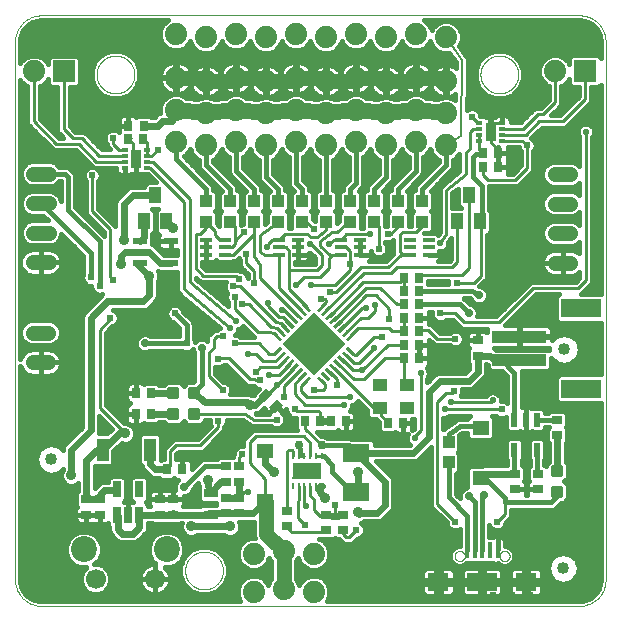
<source format=gtl>
G75*
%MOIN*%
%OFA0B0*%
%FSLAX25Y25*%
%IPPOS*%
%LPD*%
%AMOC8*
5,1,8,0,0,1.08239X$1,22.5*
%
%ADD10C,0.00197*%
%ADD11C,0.00000*%
%ADD12R,0.00984X0.02362*%
%ADD13R,0.09449X0.05512*%
%ADD14R,0.00515X0.00660*%
%ADD15R,0.05787X0.05000*%
%ADD16R,0.03543X0.02756*%
%ADD17R,0.02165X0.04724*%
%ADD18R,0.18110X0.03937*%
%ADD19R,0.13386X0.06299*%
%ADD20R,0.02756X0.05512*%
%ADD21C,0.04000*%
%ADD22R,0.04724X0.03150*%
%ADD23R,0.02362X0.01378*%
%ADD24R,0.03543X0.06299*%
%ADD25R,0.02756X0.03543*%
%ADD26R,0.07400X0.07400*%
%ADD27C,0.07400*%
%ADD28C,0.01181*%
%ADD29C,0.05150*%
%ADD30R,0.03937X0.04331*%
%ADD31R,0.03346X0.01063*%
%ADD32R,0.14764X0.14764*%
%ADD33R,0.05118X0.04331*%
%ADD34R,0.03937X0.05512*%
%ADD35C,0.08661*%
%ADD36C,0.06693*%
%ADD37R,0.03898X0.01181*%
%ADD38R,0.09055X0.06496*%
%ADD39R,0.04724X0.02362*%
%ADD40R,0.04000X0.07800*%
%ADD41R,0.01575X0.05512*%
%ADD42R,0.07087X0.05906*%
%ADD43R,0.09843X0.05906*%
%ADD44C,0.01000*%
%ADD45C,0.01600*%
%ADD46C,0.02381*%
%ADD47C,0.02400*%
%ADD48C,0.02400*%
%ADD49C,0.02800*%
%ADD50C,0.05000*%
%ADD51C,0.01800*%
%ADD52C,0.03000*%
%ADD53C,0.03600*%
%ADD54C,0.03562*%
%ADD55C,0.02200*%
%ADD56C,0.05400*%
%ADD57C,0.00800*%
D10*
X0036092Y0020644D02*
X0036048Y0020933D01*
X0036018Y0021226D01*
X0035988Y0021520D01*
X0035972Y0021817D01*
X0035972Y0201771D01*
X0035988Y0202068D01*
X0036018Y0202361D01*
X0036048Y0202655D01*
X0036092Y0202944D01*
X0036151Y0203228D01*
X0036209Y0203512D01*
X0036282Y0203791D01*
X0036367Y0204064D01*
X0036453Y0204338D01*
X0036551Y0204606D01*
X0036663Y0204867D01*
X0036774Y0205129D01*
X0036897Y0205384D01*
X0037032Y0205632D01*
X0037167Y0205879D01*
X0037314Y0206120D01*
X0037472Y0206353D01*
X0037629Y0206586D01*
X0037798Y0206811D01*
X0037976Y0207027D01*
X0038155Y0207243D01*
X0038344Y0207451D01*
X0038542Y0207649D01*
X0038740Y0207847D01*
X0038948Y0208036D01*
X0039164Y0208215D01*
X0039381Y0208393D01*
X0039605Y0208562D01*
X0039838Y0208720D01*
X0040071Y0208877D01*
X0040312Y0209024D01*
X0040560Y0209159D01*
X0040808Y0209294D01*
X0041063Y0209418D01*
X0041324Y0209529D01*
X0041585Y0209640D01*
X0041853Y0209738D01*
X0042400Y0209910D01*
X0042680Y0209982D01*
X0042964Y0210041D01*
X0043248Y0210099D01*
X0043537Y0210144D01*
X0044123Y0210204D01*
X0044420Y0210219D01*
X0224374Y0210219D01*
X0224672Y0210204D01*
X0225258Y0210144D01*
X0225547Y0210099D01*
X0225831Y0210041D01*
X0226115Y0209982D01*
X0226394Y0209910D01*
X0226941Y0209738D01*
X0227209Y0209640D01*
X0227471Y0209529D01*
X0227732Y0209418D01*
X0227987Y0209294D01*
X0228483Y0209024D01*
X0228724Y0208877D01*
X0228956Y0208720D01*
X0229189Y0208562D01*
X0229414Y0208393D01*
X0229630Y0208215D01*
X0229847Y0208036D01*
X0230054Y0207847D01*
X0230253Y0207649D01*
X0230451Y0207451D01*
X0230640Y0207243D01*
X0230818Y0207027D01*
X0230997Y0206811D01*
X0231166Y0206586D01*
X0231323Y0206353D01*
X0231481Y0206120D01*
X0231628Y0205879D01*
X0231763Y0205632D01*
X0231898Y0205384D01*
X0232021Y0205129D01*
X0232243Y0204606D01*
X0232342Y0204338D01*
X0232513Y0203791D01*
X0232585Y0203512D01*
X0232644Y0203228D01*
X0232703Y0202944D01*
X0232747Y0202655D01*
X0232777Y0202361D01*
X0232807Y0202068D01*
X0232823Y0201771D01*
X0232823Y0022118D01*
X0232823Y0021817D02*
X0232807Y0021520D01*
X0232777Y0021226D01*
X0232747Y0020933D01*
X0232703Y0020644D01*
X0232644Y0020360D01*
X0232585Y0020076D01*
X0232513Y0019797D01*
X0232428Y0019523D01*
X0232342Y0019250D01*
X0232243Y0018982D01*
X0232132Y0018721D01*
X0232021Y0018459D01*
X0231898Y0018204D01*
X0231628Y0017708D01*
X0231481Y0017468D01*
X0231323Y0017235D01*
X0231166Y0017002D01*
X0230997Y0016777D01*
X0230818Y0016561D01*
X0230640Y0016345D01*
X0230451Y0016137D01*
X0230054Y0015740D01*
X0229847Y0015552D01*
X0229630Y0015373D01*
X0229414Y0015194D01*
X0229189Y0015026D01*
X0228956Y0014868D01*
X0228724Y0014710D01*
X0228483Y0014564D01*
X0227987Y0014294D01*
X0227732Y0014170D01*
X0227471Y0014059D01*
X0227209Y0013948D01*
X0226941Y0013849D01*
X0226394Y0013678D01*
X0226115Y0013606D01*
X0225831Y0013547D01*
X0225547Y0013489D01*
X0225258Y0013444D01*
X0224672Y0013384D01*
X0224374Y0013369D01*
X0044420Y0013369D01*
X0044123Y0013384D01*
X0043537Y0013444D01*
X0043248Y0013489D01*
X0042964Y0013547D01*
X0042680Y0013606D01*
X0042400Y0013678D01*
X0041853Y0013849D01*
X0041585Y0013948D01*
X0041324Y0014059D01*
X0041063Y0014170D01*
X0040808Y0014294D01*
X0040560Y0014429D01*
X0040312Y0014564D01*
X0040071Y0014710D01*
X0039838Y0014868D01*
X0039605Y0015026D01*
X0039381Y0015194D01*
X0039164Y0015373D01*
X0038948Y0015552D01*
X0038740Y0015740D01*
X0038344Y0016137D01*
X0038155Y0016345D01*
X0037976Y0016561D01*
X0037798Y0016777D01*
X0037629Y0017002D01*
X0037472Y0017235D01*
X0037314Y0017468D01*
X0037167Y0017708D01*
X0036897Y0018204D01*
X0036774Y0018459D01*
X0036663Y0018721D01*
X0036551Y0018982D01*
X0036453Y0019250D01*
X0036367Y0019523D01*
X0036282Y0019797D01*
X0036209Y0020076D01*
X0036151Y0020360D01*
X0036092Y0020644D01*
D11*
X0092665Y0025157D02*
X0092667Y0025315D01*
X0092673Y0025473D01*
X0092683Y0025631D01*
X0092697Y0025789D01*
X0092715Y0025946D01*
X0092736Y0026103D01*
X0092762Y0026259D01*
X0092792Y0026415D01*
X0092825Y0026570D01*
X0092863Y0026723D01*
X0092904Y0026876D01*
X0092949Y0027028D01*
X0092998Y0027179D01*
X0093051Y0027328D01*
X0093107Y0027476D01*
X0093167Y0027622D01*
X0093231Y0027767D01*
X0093299Y0027910D01*
X0093370Y0028052D01*
X0093444Y0028192D01*
X0093522Y0028329D01*
X0093604Y0028465D01*
X0093688Y0028599D01*
X0093777Y0028730D01*
X0093868Y0028859D01*
X0093963Y0028986D01*
X0094060Y0029111D01*
X0094161Y0029233D01*
X0094265Y0029352D01*
X0094372Y0029469D01*
X0094482Y0029583D01*
X0094595Y0029694D01*
X0094710Y0029803D01*
X0094828Y0029908D01*
X0094949Y0030010D01*
X0095072Y0030110D01*
X0095198Y0030206D01*
X0095326Y0030299D01*
X0095456Y0030389D01*
X0095589Y0030475D01*
X0095724Y0030559D01*
X0095860Y0030638D01*
X0095999Y0030715D01*
X0096140Y0030787D01*
X0096282Y0030857D01*
X0096426Y0030922D01*
X0096572Y0030984D01*
X0096719Y0031042D01*
X0096868Y0031097D01*
X0097018Y0031148D01*
X0097169Y0031195D01*
X0097321Y0031238D01*
X0097474Y0031277D01*
X0097629Y0031313D01*
X0097784Y0031344D01*
X0097940Y0031372D01*
X0098096Y0031396D01*
X0098253Y0031416D01*
X0098411Y0031432D01*
X0098568Y0031444D01*
X0098727Y0031452D01*
X0098885Y0031456D01*
X0099043Y0031456D01*
X0099201Y0031452D01*
X0099360Y0031444D01*
X0099517Y0031432D01*
X0099675Y0031416D01*
X0099832Y0031396D01*
X0099988Y0031372D01*
X0100144Y0031344D01*
X0100299Y0031313D01*
X0100454Y0031277D01*
X0100607Y0031238D01*
X0100759Y0031195D01*
X0100910Y0031148D01*
X0101060Y0031097D01*
X0101209Y0031042D01*
X0101356Y0030984D01*
X0101502Y0030922D01*
X0101646Y0030857D01*
X0101788Y0030787D01*
X0101929Y0030715D01*
X0102068Y0030638D01*
X0102204Y0030559D01*
X0102339Y0030475D01*
X0102472Y0030389D01*
X0102602Y0030299D01*
X0102730Y0030206D01*
X0102856Y0030110D01*
X0102979Y0030010D01*
X0103100Y0029908D01*
X0103218Y0029803D01*
X0103333Y0029694D01*
X0103446Y0029583D01*
X0103556Y0029469D01*
X0103663Y0029352D01*
X0103767Y0029233D01*
X0103868Y0029111D01*
X0103965Y0028986D01*
X0104060Y0028859D01*
X0104151Y0028730D01*
X0104240Y0028599D01*
X0104324Y0028465D01*
X0104406Y0028329D01*
X0104484Y0028192D01*
X0104558Y0028052D01*
X0104629Y0027910D01*
X0104697Y0027767D01*
X0104761Y0027622D01*
X0104821Y0027476D01*
X0104877Y0027328D01*
X0104930Y0027179D01*
X0104979Y0027028D01*
X0105024Y0026876D01*
X0105065Y0026723D01*
X0105103Y0026570D01*
X0105136Y0026415D01*
X0105166Y0026259D01*
X0105192Y0026103D01*
X0105213Y0025946D01*
X0105231Y0025789D01*
X0105245Y0025631D01*
X0105255Y0025473D01*
X0105261Y0025315D01*
X0105263Y0025157D01*
X0105261Y0024999D01*
X0105255Y0024841D01*
X0105245Y0024683D01*
X0105231Y0024525D01*
X0105213Y0024368D01*
X0105192Y0024211D01*
X0105166Y0024055D01*
X0105136Y0023899D01*
X0105103Y0023744D01*
X0105065Y0023591D01*
X0105024Y0023438D01*
X0104979Y0023286D01*
X0104930Y0023135D01*
X0104877Y0022986D01*
X0104821Y0022838D01*
X0104761Y0022692D01*
X0104697Y0022547D01*
X0104629Y0022404D01*
X0104558Y0022262D01*
X0104484Y0022122D01*
X0104406Y0021985D01*
X0104324Y0021849D01*
X0104240Y0021715D01*
X0104151Y0021584D01*
X0104060Y0021455D01*
X0103965Y0021328D01*
X0103868Y0021203D01*
X0103767Y0021081D01*
X0103663Y0020962D01*
X0103556Y0020845D01*
X0103446Y0020731D01*
X0103333Y0020620D01*
X0103218Y0020511D01*
X0103100Y0020406D01*
X0102979Y0020304D01*
X0102856Y0020204D01*
X0102730Y0020108D01*
X0102602Y0020015D01*
X0102472Y0019925D01*
X0102339Y0019839D01*
X0102204Y0019755D01*
X0102068Y0019676D01*
X0101929Y0019599D01*
X0101788Y0019527D01*
X0101646Y0019457D01*
X0101502Y0019392D01*
X0101356Y0019330D01*
X0101209Y0019272D01*
X0101060Y0019217D01*
X0100910Y0019166D01*
X0100759Y0019119D01*
X0100607Y0019076D01*
X0100454Y0019037D01*
X0100299Y0019001D01*
X0100144Y0018970D01*
X0099988Y0018942D01*
X0099832Y0018918D01*
X0099675Y0018898D01*
X0099517Y0018882D01*
X0099360Y0018870D01*
X0099201Y0018862D01*
X0099043Y0018858D01*
X0098885Y0018858D01*
X0098727Y0018862D01*
X0098568Y0018870D01*
X0098411Y0018882D01*
X0098253Y0018898D01*
X0098096Y0018918D01*
X0097940Y0018942D01*
X0097784Y0018970D01*
X0097629Y0019001D01*
X0097474Y0019037D01*
X0097321Y0019076D01*
X0097169Y0019119D01*
X0097018Y0019166D01*
X0096868Y0019217D01*
X0096719Y0019272D01*
X0096572Y0019330D01*
X0096426Y0019392D01*
X0096282Y0019457D01*
X0096140Y0019527D01*
X0095999Y0019599D01*
X0095860Y0019676D01*
X0095724Y0019755D01*
X0095589Y0019839D01*
X0095456Y0019925D01*
X0095326Y0020015D01*
X0095198Y0020108D01*
X0095072Y0020204D01*
X0094949Y0020304D01*
X0094828Y0020406D01*
X0094710Y0020511D01*
X0094595Y0020620D01*
X0094482Y0020731D01*
X0094372Y0020845D01*
X0094265Y0020962D01*
X0094161Y0021081D01*
X0094060Y0021203D01*
X0093963Y0021328D01*
X0093868Y0021455D01*
X0093777Y0021584D01*
X0093688Y0021715D01*
X0093604Y0021849D01*
X0093522Y0021985D01*
X0093444Y0022122D01*
X0093370Y0022262D01*
X0093299Y0022404D01*
X0093231Y0022547D01*
X0093167Y0022692D01*
X0093107Y0022838D01*
X0093051Y0022986D01*
X0092998Y0023135D01*
X0092949Y0023286D01*
X0092904Y0023438D01*
X0092863Y0023591D01*
X0092825Y0023744D01*
X0092792Y0023899D01*
X0092762Y0024055D01*
X0092736Y0024211D01*
X0092715Y0024368D01*
X0092697Y0024525D01*
X0092683Y0024683D01*
X0092673Y0024841D01*
X0092667Y0024999D01*
X0092665Y0025157D01*
X0182519Y0030008D02*
X0182521Y0030089D01*
X0182527Y0030171D01*
X0182537Y0030252D01*
X0182551Y0030332D01*
X0182568Y0030411D01*
X0182590Y0030490D01*
X0182615Y0030567D01*
X0182644Y0030644D01*
X0182677Y0030718D01*
X0182714Y0030791D01*
X0182753Y0030862D01*
X0182797Y0030931D01*
X0182843Y0030998D01*
X0182893Y0031062D01*
X0182946Y0031124D01*
X0183002Y0031184D01*
X0183060Y0031240D01*
X0183122Y0031294D01*
X0183186Y0031345D01*
X0183252Y0031392D01*
X0183320Y0031436D01*
X0183391Y0031477D01*
X0183463Y0031514D01*
X0183538Y0031548D01*
X0183613Y0031578D01*
X0183691Y0031604D01*
X0183769Y0031627D01*
X0183848Y0031645D01*
X0183928Y0031660D01*
X0184009Y0031671D01*
X0184090Y0031678D01*
X0184172Y0031681D01*
X0184253Y0031680D01*
X0184334Y0031675D01*
X0184415Y0031666D01*
X0184496Y0031653D01*
X0184576Y0031636D01*
X0184654Y0031616D01*
X0184732Y0031591D01*
X0184809Y0031563D01*
X0184884Y0031531D01*
X0184957Y0031496D01*
X0185028Y0031457D01*
X0185098Y0031414D01*
X0185165Y0031369D01*
X0185231Y0031320D01*
X0185293Y0031268D01*
X0185353Y0031212D01*
X0185410Y0031154D01*
X0185465Y0031094D01*
X0185516Y0031030D01*
X0185564Y0030965D01*
X0185609Y0030897D01*
X0185651Y0030827D01*
X0185689Y0030755D01*
X0185724Y0030681D01*
X0185755Y0030606D01*
X0185782Y0030529D01*
X0185805Y0030451D01*
X0185825Y0030372D01*
X0185841Y0030292D01*
X0185853Y0030211D01*
X0185861Y0030130D01*
X0185865Y0030049D01*
X0185865Y0029967D01*
X0185861Y0029886D01*
X0185853Y0029805D01*
X0185841Y0029724D01*
X0185825Y0029644D01*
X0185805Y0029565D01*
X0185782Y0029487D01*
X0185755Y0029410D01*
X0185724Y0029335D01*
X0185689Y0029261D01*
X0185651Y0029189D01*
X0185609Y0029119D01*
X0185564Y0029051D01*
X0185516Y0028986D01*
X0185465Y0028922D01*
X0185410Y0028862D01*
X0185353Y0028804D01*
X0185293Y0028748D01*
X0185231Y0028696D01*
X0185165Y0028647D01*
X0185098Y0028602D01*
X0185029Y0028559D01*
X0184957Y0028520D01*
X0184884Y0028485D01*
X0184809Y0028453D01*
X0184732Y0028425D01*
X0184654Y0028400D01*
X0184576Y0028380D01*
X0184496Y0028363D01*
X0184415Y0028350D01*
X0184334Y0028341D01*
X0184253Y0028336D01*
X0184172Y0028335D01*
X0184090Y0028338D01*
X0184009Y0028345D01*
X0183928Y0028356D01*
X0183848Y0028371D01*
X0183769Y0028389D01*
X0183691Y0028412D01*
X0183613Y0028438D01*
X0183538Y0028468D01*
X0183463Y0028502D01*
X0183391Y0028539D01*
X0183320Y0028580D01*
X0183252Y0028624D01*
X0183186Y0028671D01*
X0183122Y0028722D01*
X0183060Y0028776D01*
X0183002Y0028832D01*
X0182946Y0028892D01*
X0182893Y0028954D01*
X0182843Y0029018D01*
X0182797Y0029085D01*
X0182753Y0029154D01*
X0182714Y0029225D01*
X0182677Y0029298D01*
X0182644Y0029372D01*
X0182615Y0029449D01*
X0182590Y0029526D01*
X0182568Y0029605D01*
X0182551Y0029684D01*
X0182537Y0029764D01*
X0182527Y0029845D01*
X0182521Y0029927D01*
X0182519Y0030008D01*
X0197479Y0030008D02*
X0197481Y0030089D01*
X0197487Y0030171D01*
X0197497Y0030252D01*
X0197511Y0030332D01*
X0197528Y0030411D01*
X0197550Y0030490D01*
X0197575Y0030567D01*
X0197604Y0030644D01*
X0197637Y0030718D01*
X0197674Y0030791D01*
X0197713Y0030862D01*
X0197757Y0030931D01*
X0197803Y0030998D01*
X0197853Y0031062D01*
X0197906Y0031124D01*
X0197962Y0031184D01*
X0198020Y0031240D01*
X0198082Y0031294D01*
X0198146Y0031345D01*
X0198212Y0031392D01*
X0198280Y0031436D01*
X0198351Y0031477D01*
X0198423Y0031514D01*
X0198498Y0031548D01*
X0198573Y0031578D01*
X0198651Y0031604D01*
X0198729Y0031627D01*
X0198808Y0031645D01*
X0198888Y0031660D01*
X0198969Y0031671D01*
X0199050Y0031678D01*
X0199132Y0031681D01*
X0199213Y0031680D01*
X0199294Y0031675D01*
X0199375Y0031666D01*
X0199456Y0031653D01*
X0199536Y0031636D01*
X0199614Y0031616D01*
X0199692Y0031591D01*
X0199769Y0031563D01*
X0199844Y0031531D01*
X0199917Y0031496D01*
X0199988Y0031457D01*
X0200058Y0031414D01*
X0200125Y0031369D01*
X0200191Y0031320D01*
X0200253Y0031268D01*
X0200313Y0031212D01*
X0200370Y0031154D01*
X0200425Y0031094D01*
X0200476Y0031030D01*
X0200524Y0030965D01*
X0200569Y0030897D01*
X0200611Y0030827D01*
X0200649Y0030755D01*
X0200684Y0030681D01*
X0200715Y0030606D01*
X0200742Y0030529D01*
X0200765Y0030451D01*
X0200785Y0030372D01*
X0200801Y0030292D01*
X0200813Y0030211D01*
X0200821Y0030130D01*
X0200825Y0030049D01*
X0200825Y0029967D01*
X0200821Y0029886D01*
X0200813Y0029805D01*
X0200801Y0029724D01*
X0200785Y0029644D01*
X0200765Y0029565D01*
X0200742Y0029487D01*
X0200715Y0029410D01*
X0200684Y0029335D01*
X0200649Y0029261D01*
X0200611Y0029189D01*
X0200569Y0029119D01*
X0200524Y0029051D01*
X0200476Y0028986D01*
X0200425Y0028922D01*
X0200370Y0028862D01*
X0200313Y0028804D01*
X0200253Y0028748D01*
X0200191Y0028696D01*
X0200125Y0028647D01*
X0200058Y0028602D01*
X0199989Y0028559D01*
X0199917Y0028520D01*
X0199844Y0028485D01*
X0199769Y0028453D01*
X0199692Y0028425D01*
X0199614Y0028400D01*
X0199536Y0028380D01*
X0199456Y0028363D01*
X0199375Y0028350D01*
X0199294Y0028341D01*
X0199213Y0028336D01*
X0199132Y0028335D01*
X0199050Y0028338D01*
X0198969Y0028345D01*
X0198888Y0028356D01*
X0198808Y0028371D01*
X0198729Y0028389D01*
X0198651Y0028412D01*
X0198573Y0028438D01*
X0198498Y0028468D01*
X0198423Y0028502D01*
X0198351Y0028539D01*
X0198280Y0028580D01*
X0198212Y0028624D01*
X0198146Y0028671D01*
X0198082Y0028722D01*
X0198020Y0028776D01*
X0197962Y0028832D01*
X0197906Y0028892D01*
X0197853Y0028954D01*
X0197803Y0029018D01*
X0197757Y0029085D01*
X0197713Y0029154D01*
X0197674Y0029225D01*
X0197637Y0029298D01*
X0197604Y0029372D01*
X0197575Y0029449D01*
X0197550Y0029526D01*
X0197528Y0029605D01*
X0197511Y0029684D01*
X0197497Y0029764D01*
X0197487Y0029845D01*
X0197481Y0029927D01*
X0197479Y0030008D01*
X0191091Y0190512D02*
X0191093Y0190670D01*
X0191099Y0190828D01*
X0191109Y0190986D01*
X0191123Y0191144D01*
X0191141Y0191301D01*
X0191162Y0191458D01*
X0191188Y0191614D01*
X0191218Y0191770D01*
X0191251Y0191925D01*
X0191289Y0192078D01*
X0191330Y0192231D01*
X0191375Y0192383D01*
X0191424Y0192534D01*
X0191477Y0192683D01*
X0191533Y0192831D01*
X0191593Y0192977D01*
X0191657Y0193122D01*
X0191725Y0193265D01*
X0191796Y0193407D01*
X0191870Y0193547D01*
X0191948Y0193684D01*
X0192030Y0193820D01*
X0192114Y0193954D01*
X0192203Y0194085D01*
X0192294Y0194214D01*
X0192389Y0194341D01*
X0192486Y0194466D01*
X0192587Y0194588D01*
X0192691Y0194707D01*
X0192798Y0194824D01*
X0192908Y0194938D01*
X0193021Y0195049D01*
X0193136Y0195158D01*
X0193254Y0195263D01*
X0193375Y0195365D01*
X0193498Y0195465D01*
X0193624Y0195561D01*
X0193752Y0195654D01*
X0193882Y0195744D01*
X0194015Y0195830D01*
X0194150Y0195914D01*
X0194286Y0195993D01*
X0194425Y0196070D01*
X0194566Y0196142D01*
X0194708Y0196212D01*
X0194852Y0196277D01*
X0194998Y0196339D01*
X0195145Y0196397D01*
X0195294Y0196452D01*
X0195444Y0196503D01*
X0195595Y0196550D01*
X0195747Y0196593D01*
X0195900Y0196632D01*
X0196055Y0196668D01*
X0196210Y0196699D01*
X0196366Y0196727D01*
X0196522Y0196751D01*
X0196679Y0196771D01*
X0196837Y0196787D01*
X0196994Y0196799D01*
X0197153Y0196807D01*
X0197311Y0196811D01*
X0197469Y0196811D01*
X0197627Y0196807D01*
X0197786Y0196799D01*
X0197943Y0196787D01*
X0198101Y0196771D01*
X0198258Y0196751D01*
X0198414Y0196727D01*
X0198570Y0196699D01*
X0198725Y0196668D01*
X0198880Y0196632D01*
X0199033Y0196593D01*
X0199185Y0196550D01*
X0199336Y0196503D01*
X0199486Y0196452D01*
X0199635Y0196397D01*
X0199782Y0196339D01*
X0199928Y0196277D01*
X0200072Y0196212D01*
X0200214Y0196142D01*
X0200355Y0196070D01*
X0200494Y0195993D01*
X0200630Y0195914D01*
X0200765Y0195830D01*
X0200898Y0195744D01*
X0201028Y0195654D01*
X0201156Y0195561D01*
X0201282Y0195465D01*
X0201405Y0195365D01*
X0201526Y0195263D01*
X0201644Y0195158D01*
X0201759Y0195049D01*
X0201872Y0194938D01*
X0201982Y0194824D01*
X0202089Y0194707D01*
X0202193Y0194588D01*
X0202294Y0194466D01*
X0202391Y0194341D01*
X0202486Y0194214D01*
X0202577Y0194085D01*
X0202666Y0193954D01*
X0202750Y0193820D01*
X0202832Y0193684D01*
X0202910Y0193547D01*
X0202984Y0193407D01*
X0203055Y0193265D01*
X0203123Y0193122D01*
X0203187Y0192977D01*
X0203247Y0192831D01*
X0203303Y0192683D01*
X0203356Y0192534D01*
X0203405Y0192383D01*
X0203450Y0192231D01*
X0203491Y0192078D01*
X0203529Y0191925D01*
X0203562Y0191770D01*
X0203592Y0191614D01*
X0203618Y0191458D01*
X0203639Y0191301D01*
X0203657Y0191144D01*
X0203671Y0190986D01*
X0203681Y0190828D01*
X0203687Y0190670D01*
X0203689Y0190512D01*
X0203687Y0190354D01*
X0203681Y0190196D01*
X0203671Y0190038D01*
X0203657Y0189880D01*
X0203639Y0189723D01*
X0203618Y0189566D01*
X0203592Y0189410D01*
X0203562Y0189254D01*
X0203529Y0189099D01*
X0203491Y0188946D01*
X0203450Y0188793D01*
X0203405Y0188641D01*
X0203356Y0188490D01*
X0203303Y0188341D01*
X0203247Y0188193D01*
X0203187Y0188047D01*
X0203123Y0187902D01*
X0203055Y0187759D01*
X0202984Y0187617D01*
X0202910Y0187477D01*
X0202832Y0187340D01*
X0202750Y0187204D01*
X0202666Y0187070D01*
X0202577Y0186939D01*
X0202486Y0186810D01*
X0202391Y0186683D01*
X0202294Y0186558D01*
X0202193Y0186436D01*
X0202089Y0186317D01*
X0201982Y0186200D01*
X0201872Y0186086D01*
X0201759Y0185975D01*
X0201644Y0185866D01*
X0201526Y0185761D01*
X0201405Y0185659D01*
X0201282Y0185559D01*
X0201156Y0185463D01*
X0201028Y0185370D01*
X0200898Y0185280D01*
X0200765Y0185194D01*
X0200630Y0185110D01*
X0200494Y0185031D01*
X0200355Y0184954D01*
X0200214Y0184882D01*
X0200072Y0184812D01*
X0199928Y0184747D01*
X0199782Y0184685D01*
X0199635Y0184627D01*
X0199486Y0184572D01*
X0199336Y0184521D01*
X0199185Y0184474D01*
X0199033Y0184431D01*
X0198880Y0184392D01*
X0198725Y0184356D01*
X0198570Y0184325D01*
X0198414Y0184297D01*
X0198258Y0184273D01*
X0198101Y0184253D01*
X0197943Y0184237D01*
X0197786Y0184225D01*
X0197627Y0184217D01*
X0197469Y0184213D01*
X0197311Y0184213D01*
X0197153Y0184217D01*
X0196994Y0184225D01*
X0196837Y0184237D01*
X0196679Y0184253D01*
X0196522Y0184273D01*
X0196366Y0184297D01*
X0196210Y0184325D01*
X0196055Y0184356D01*
X0195900Y0184392D01*
X0195747Y0184431D01*
X0195595Y0184474D01*
X0195444Y0184521D01*
X0195294Y0184572D01*
X0195145Y0184627D01*
X0194998Y0184685D01*
X0194852Y0184747D01*
X0194708Y0184812D01*
X0194566Y0184882D01*
X0194425Y0184954D01*
X0194286Y0185031D01*
X0194150Y0185110D01*
X0194015Y0185194D01*
X0193882Y0185280D01*
X0193752Y0185370D01*
X0193624Y0185463D01*
X0193498Y0185559D01*
X0193375Y0185659D01*
X0193254Y0185761D01*
X0193136Y0185866D01*
X0193021Y0185975D01*
X0192908Y0186086D01*
X0192798Y0186200D01*
X0192691Y0186317D01*
X0192587Y0186436D01*
X0192486Y0186558D01*
X0192389Y0186683D01*
X0192294Y0186810D01*
X0192203Y0186939D01*
X0192114Y0187070D01*
X0192030Y0187204D01*
X0191948Y0187340D01*
X0191870Y0187477D01*
X0191796Y0187617D01*
X0191725Y0187759D01*
X0191657Y0187902D01*
X0191593Y0188047D01*
X0191533Y0188193D01*
X0191477Y0188341D01*
X0191424Y0188490D01*
X0191375Y0188641D01*
X0191330Y0188793D01*
X0191289Y0188946D01*
X0191251Y0189099D01*
X0191218Y0189254D01*
X0191188Y0189410D01*
X0191162Y0189566D01*
X0191141Y0189723D01*
X0191123Y0189880D01*
X0191109Y0190038D01*
X0191099Y0190196D01*
X0191093Y0190354D01*
X0191091Y0190512D01*
X0063138Y0190512D02*
X0063140Y0190670D01*
X0063146Y0190828D01*
X0063156Y0190986D01*
X0063170Y0191144D01*
X0063188Y0191301D01*
X0063209Y0191458D01*
X0063235Y0191614D01*
X0063265Y0191770D01*
X0063298Y0191925D01*
X0063336Y0192078D01*
X0063377Y0192231D01*
X0063422Y0192383D01*
X0063471Y0192534D01*
X0063524Y0192683D01*
X0063580Y0192831D01*
X0063640Y0192977D01*
X0063704Y0193122D01*
X0063772Y0193265D01*
X0063843Y0193407D01*
X0063917Y0193547D01*
X0063995Y0193684D01*
X0064077Y0193820D01*
X0064161Y0193954D01*
X0064250Y0194085D01*
X0064341Y0194214D01*
X0064436Y0194341D01*
X0064533Y0194466D01*
X0064634Y0194588D01*
X0064738Y0194707D01*
X0064845Y0194824D01*
X0064955Y0194938D01*
X0065068Y0195049D01*
X0065183Y0195158D01*
X0065301Y0195263D01*
X0065422Y0195365D01*
X0065545Y0195465D01*
X0065671Y0195561D01*
X0065799Y0195654D01*
X0065929Y0195744D01*
X0066062Y0195830D01*
X0066197Y0195914D01*
X0066333Y0195993D01*
X0066472Y0196070D01*
X0066613Y0196142D01*
X0066755Y0196212D01*
X0066899Y0196277D01*
X0067045Y0196339D01*
X0067192Y0196397D01*
X0067341Y0196452D01*
X0067491Y0196503D01*
X0067642Y0196550D01*
X0067794Y0196593D01*
X0067947Y0196632D01*
X0068102Y0196668D01*
X0068257Y0196699D01*
X0068413Y0196727D01*
X0068569Y0196751D01*
X0068726Y0196771D01*
X0068884Y0196787D01*
X0069041Y0196799D01*
X0069200Y0196807D01*
X0069358Y0196811D01*
X0069516Y0196811D01*
X0069674Y0196807D01*
X0069833Y0196799D01*
X0069990Y0196787D01*
X0070148Y0196771D01*
X0070305Y0196751D01*
X0070461Y0196727D01*
X0070617Y0196699D01*
X0070772Y0196668D01*
X0070927Y0196632D01*
X0071080Y0196593D01*
X0071232Y0196550D01*
X0071383Y0196503D01*
X0071533Y0196452D01*
X0071682Y0196397D01*
X0071829Y0196339D01*
X0071975Y0196277D01*
X0072119Y0196212D01*
X0072261Y0196142D01*
X0072402Y0196070D01*
X0072541Y0195993D01*
X0072677Y0195914D01*
X0072812Y0195830D01*
X0072945Y0195744D01*
X0073075Y0195654D01*
X0073203Y0195561D01*
X0073329Y0195465D01*
X0073452Y0195365D01*
X0073573Y0195263D01*
X0073691Y0195158D01*
X0073806Y0195049D01*
X0073919Y0194938D01*
X0074029Y0194824D01*
X0074136Y0194707D01*
X0074240Y0194588D01*
X0074341Y0194466D01*
X0074438Y0194341D01*
X0074533Y0194214D01*
X0074624Y0194085D01*
X0074713Y0193954D01*
X0074797Y0193820D01*
X0074879Y0193684D01*
X0074957Y0193547D01*
X0075031Y0193407D01*
X0075102Y0193265D01*
X0075170Y0193122D01*
X0075234Y0192977D01*
X0075294Y0192831D01*
X0075350Y0192683D01*
X0075403Y0192534D01*
X0075452Y0192383D01*
X0075497Y0192231D01*
X0075538Y0192078D01*
X0075576Y0191925D01*
X0075609Y0191770D01*
X0075639Y0191614D01*
X0075665Y0191458D01*
X0075686Y0191301D01*
X0075704Y0191144D01*
X0075718Y0190986D01*
X0075728Y0190828D01*
X0075734Y0190670D01*
X0075736Y0190512D01*
X0075734Y0190354D01*
X0075728Y0190196D01*
X0075718Y0190038D01*
X0075704Y0189880D01*
X0075686Y0189723D01*
X0075665Y0189566D01*
X0075639Y0189410D01*
X0075609Y0189254D01*
X0075576Y0189099D01*
X0075538Y0188946D01*
X0075497Y0188793D01*
X0075452Y0188641D01*
X0075403Y0188490D01*
X0075350Y0188341D01*
X0075294Y0188193D01*
X0075234Y0188047D01*
X0075170Y0187902D01*
X0075102Y0187759D01*
X0075031Y0187617D01*
X0074957Y0187477D01*
X0074879Y0187340D01*
X0074797Y0187204D01*
X0074713Y0187070D01*
X0074624Y0186939D01*
X0074533Y0186810D01*
X0074438Y0186683D01*
X0074341Y0186558D01*
X0074240Y0186436D01*
X0074136Y0186317D01*
X0074029Y0186200D01*
X0073919Y0186086D01*
X0073806Y0185975D01*
X0073691Y0185866D01*
X0073573Y0185761D01*
X0073452Y0185659D01*
X0073329Y0185559D01*
X0073203Y0185463D01*
X0073075Y0185370D01*
X0072945Y0185280D01*
X0072812Y0185194D01*
X0072677Y0185110D01*
X0072541Y0185031D01*
X0072402Y0184954D01*
X0072261Y0184882D01*
X0072119Y0184812D01*
X0071975Y0184747D01*
X0071829Y0184685D01*
X0071682Y0184627D01*
X0071533Y0184572D01*
X0071383Y0184521D01*
X0071232Y0184474D01*
X0071080Y0184431D01*
X0070927Y0184392D01*
X0070772Y0184356D01*
X0070617Y0184325D01*
X0070461Y0184297D01*
X0070305Y0184273D01*
X0070148Y0184253D01*
X0069990Y0184237D01*
X0069833Y0184225D01*
X0069674Y0184217D01*
X0069516Y0184213D01*
X0069358Y0184213D01*
X0069200Y0184217D01*
X0069041Y0184225D01*
X0068884Y0184237D01*
X0068726Y0184253D01*
X0068569Y0184273D01*
X0068413Y0184297D01*
X0068257Y0184325D01*
X0068102Y0184356D01*
X0067947Y0184392D01*
X0067794Y0184431D01*
X0067642Y0184474D01*
X0067491Y0184521D01*
X0067341Y0184572D01*
X0067192Y0184627D01*
X0067045Y0184685D01*
X0066899Y0184747D01*
X0066755Y0184812D01*
X0066613Y0184882D01*
X0066472Y0184954D01*
X0066333Y0185031D01*
X0066197Y0185110D01*
X0066062Y0185194D01*
X0065929Y0185280D01*
X0065799Y0185370D01*
X0065671Y0185463D01*
X0065545Y0185559D01*
X0065422Y0185659D01*
X0065301Y0185761D01*
X0065183Y0185866D01*
X0065068Y0185975D01*
X0064955Y0186086D01*
X0064845Y0186200D01*
X0064738Y0186317D01*
X0064634Y0186436D01*
X0064533Y0186558D01*
X0064436Y0186683D01*
X0064341Y0186810D01*
X0064250Y0186939D01*
X0064161Y0187070D01*
X0064077Y0187204D01*
X0063995Y0187340D01*
X0063917Y0187477D01*
X0063843Y0187617D01*
X0063772Y0187759D01*
X0063704Y0187902D01*
X0063640Y0188047D01*
X0063580Y0188193D01*
X0063524Y0188341D01*
X0063471Y0188490D01*
X0063422Y0188641D01*
X0063377Y0188793D01*
X0063336Y0188946D01*
X0063298Y0189099D01*
X0063265Y0189254D01*
X0063235Y0189410D01*
X0063209Y0189566D01*
X0063188Y0189723D01*
X0063170Y0189880D01*
X0063156Y0190038D01*
X0063146Y0190196D01*
X0063140Y0190354D01*
X0063138Y0190512D01*
D12*
X0128495Y0063330D03*
X0130466Y0063328D03*
X0132434Y0063328D03*
X0134403Y0063328D03*
X0136371Y0063328D03*
X0138340Y0063328D03*
X0138338Y0053455D03*
X0136369Y0053455D03*
X0134401Y0053455D03*
X0132432Y0053455D03*
X0130464Y0053455D03*
X0128488Y0053451D03*
D13*
X0133421Y0058386D03*
D14*
X0128509Y0055962D03*
D15*
X0119272Y0048182D03*
X0119272Y0065111D03*
X0191172Y0072811D03*
X0191172Y0055882D03*
D16*
X0202672Y0057406D03*
X0202672Y0052287D03*
X0210172Y0052287D03*
X0210172Y0057406D03*
X0216672Y0070287D03*
X0216672Y0075406D03*
X0190172Y0096787D03*
X0190172Y0101906D03*
X0145172Y0043706D03*
X0145172Y0038587D03*
X0139772Y0038587D03*
X0139772Y0043706D03*
X0126672Y0045106D03*
X0126672Y0039987D03*
X0110672Y0044287D03*
X0106172Y0044287D03*
X0106172Y0049406D03*
X0110672Y0049406D03*
X0110672Y0054787D03*
X0106172Y0054787D03*
X0106172Y0059906D03*
X0110672Y0059906D03*
X0088672Y0048906D03*
X0084172Y0048906D03*
X0084172Y0043787D03*
X0088672Y0043787D03*
X0064172Y0043787D03*
X0059672Y0043787D03*
X0059672Y0048906D03*
X0064172Y0048906D03*
D17*
X0202432Y0065228D03*
X0209912Y0065228D03*
X0209912Y0075465D03*
X0206172Y0075465D03*
X0202432Y0075465D03*
D18*
X0204105Y0095209D03*
X0204105Y0103083D03*
D19*
X0224578Y0112532D03*
X0224578Y0085761D03*
D20*
X0077412Y0052177D03*
X0069932Y0052177D03*
X0069932Y0043516D03*
X0073672Y0043516D03*
X0077412Y0043516D03*
D21*
X0048032Y0062266D03*
X0218672Y0025946D03*
X0218972Y0098946D03*
D22*
X0101172Y0050890D03*
X0101172Y0043803D03*
D23*
X0080012Y0159494D03*
X0080012Y0161462D03*
X0080012Y0163431D03*
X0080012Y0165399D03*
X0072532Y0165399D03*
X0072532Y0163431D03*
X0072532Y0161462D03*
X0072532Y0159494D03*
X0190732Y0168494D03*
X0190732Y0170462D03*
X0190732Y0172431D03*
X0190732Y0174399D03*
X0198212Y0174399D03*
X0198212Y0172431D03*
X0198212Y0170462D03*
X0198212Y0168494D03*
D24*
X0194472Y0171446D03*
X0076272Y0162446D03*
D25*
X0078731Y0169046D03*
X0078831Y0173446D03*
X0073713Y0173446D03*
X0073613Y0169046D03*
X0076213Y0084346D03*
X0081331Y0084346D03*
X0081231Y0077346D03*
X0076113Y0077346D03*
X0086613Y0058846D03*
X0091731Y0058846D03*
G36*
X0119086Y0081430D02*
X0117137Y0083379D01*
X0119640Y0085882D01*
X0121589Y0083933D01*
X0119086Y0081430D01*
G37*
G36*
X0122705Y0077811D02*
X0120756Y0079760D01*
X0123259Y0082263D01*
X0125208Y0080314D01*
X0122705Y0077811D01*
G37*
X0132613Y0074846D03*
X0137731Y0074846D03*
X0141113Y0074846D03*
X0146231Y0074846D03*
X0160113Y0074346D03*
X0165231Y0074346D03*
X0165613Y0095846D03*
X0165613Y0100346D03*
X0165613Y0105046D03*
X0165613Y0109446D03*
X0165613Y0113846D03*
X0165613Y0118246D03*
X0165613Y0122646D03*
X0170731Y0122646D03*
X0170731Y0118246D03*
X0170731Y0113846D03*
X0170731Y0109446D03*
X0170731Y0105046D03*
X0170731Y0100346D03*
X0170731Y0095846D03*
X0191913Y0159666D03*
X0191913Y0164246D03*
X0197031Y0164246D03*
X0197031Y0159666D03*
D26*
X0225978Y0191546D03*
X0052266Y0191509D03*
D27*
X0042266Y0191509D03*
X0089592Y0189383D03*
X0099592Y0188383D03*
X0109592Y0189383D03*
X0119592Y0188383D03*
X0129592Y0189383D03*
X0139592Y0188383D03*
X0149592Y0189383D03*
X0159592Y0188383D03*
X0169592Y0189383D03*
X0179592Y0188383D03*
X0179592Y0177583D03*
X0169592Y0178583D03*
X0159592Y0177583D03*
X0149592Y0178583D03*
X0139592Y0177583D03*
X0149592Y0167883D03*
X0139592Y0166883D03*
X0129592Y0167883D03*
X0119592Y0166883D03*
X0109592Y0167883D03*
X0099592Y0166883D03*
X0089592Y0167883D03*
X0089592Y0178583D03*
X0099592Y0177583D03*
X0109592Y0178583D03*
X0119592Y0177583D03*
X0129592Y0178583D03*
X0139572Y0202920D03*
X0149572Y0203920D03*
X0159572Y0202920D03*
X0169572Y0203920D03*
X0179572Y0202920D03*
X0169592Y0167883D03*
X0159592Y0166883D03*
X0179592Y0166883D03*
X0215978Y0191546D03*
X0129572Y0203920D03*
X0119572Y0202920D03*
X0109572Y0203920D03*
X0099572Y0202920D03*
X0089572Y0203920D03*
X0125452Y0031686D03*
X0115452Y0030686D03*
X0115452Y0018088D03*
X0125452Y0019088D03*
X0135452Y0018088D03*
X0135452Y0030686D03*
D28*
X0097003Y0075968D02*
X0097003Y0078724D01*
X0097003Y0075968D02*
X0094247Y0075968D01*
X0094247Y0078724D01*
X0097003Y0078724D01*
X0097003Y0077148D02*
X0094247Y0077148D01*
X0094247Y0078328D02*
X0097003Y0078328D01*
X0097003Y0082968D02*
X0097003Y0085724D01*
X0097003Y0082968D02*
X0094247Y0082968D01*
X0094247Y0085724D01*
X0097003Y0085724D01*
X0097003Y0084148D02*
X0094247Y0084148D01*
X0094247Y0085328D02*
X0097003Y0085328D01*
X0090097Y0085724D02*
X0090097Y0082968D01*
X0087341Y0082968D01*
X0087341Y0085724D01*
X0090097Y0085724D01*
X0090097Y0084148D02*
X0087341Y0084148D01*
X0087341Y0085328D02*
X0090097Y0085328D01*
X0090097Y0078724D02*
X0090097Y0075968D01*
X0087341Y0075968D01*
X0087341Y0078724D01*
X0090097Y0078724D01*
X0090097Y0077148D02*
X0087341Y0077148D01*
X0087341Y0078328D02*
X0090097Y0078328D01*
X0215294Y0056921D02*
X0218050Y0056921D01*
X0215294Y0056921D02*
X0215294Y0059677D01*
X0218050Y0059677D01*
X0218050Y0056921D01*
X0218050Y0058101D02*
X0215294Y0058101D01*
X0215294Y0059281D02*
X0218050Y0059281D01*
X0218050Y0050016D02*
X0215294Y0050016D01*
X0215294Y0052772D01*
X0218050Y0052772D01*
X0218050Y0050016D01*
X0218050Y0051196D02*
X0215294Y0051196D01*
X0215294Y0052376D02*
X0218050Y0052376D01*
D29*
X0215897Y0127746D02*
X0221047Y0127746D01*
X0221047Y0137589D02*
X0215897Y0137589D01*
X0215897Y0147431D02*
X0221047Y0147431D01*
X0221047Y0157274D02*
X0215897Y0157274D01*
X0047147Y0157374D02*
X0041997Y0157374D01*
X0041997Y0147531D02*
X0047147Y0147531D01*
X0047147Y0137689D02*
X0041997Y0137689D01*
X0041997Y0127846D02*
X0047147Y0127846D01*
X0047047Y0104389D02*
X0041897Y0104389D01*
X0041897Y0094546D02*
X0047047Y0094546D01*
D30*
X0099672Y0141500D03*
X0099672Y0148193D03*
X0107672Y0148193D03*
X0107672Y0141500D03*
X0115672Y0141500D03*
X0115672Y0148193D03*
X0123672Y0148193D03*
X0123672Y0141500D03*
X0131672Y0141500D03*
X0131672Y0148193D03*
X0139672Y0148193D03*
X0139672Y0141500D03*
X0147672Y0141500D03*
X0147672Y0148193D03*
X0155672Y0148193D03*
X0155672Y0141500D03*
X0163672Y0141500D03*
X0163672Y0148193D03*
X0171672Y0148193D03*
X0171672Y0141500D03*
X0180472Y0067893D03*
X0180472Y0061200D03*
D31*
G36*
X0144161Y0097085D02*
X0146526Y0094720D01*
X0145775Y0093969D01*
X0143410Y0096334D01*
X0144161Y0097085D01*
G37*
G36*
X0145553Y0098477D02*
X0147918Y0096112D01*
X0147167Y0095361D01*
X0144802Y0097726D01*
X0145553Y0098477D01*
G37*
G36*
X0146945Y0099869D02*
X0149310Y0097504D01*
X0148559Y0096753D01*
X0146194Y0099118D01*
X0146945Y0099869D01*
G37*
G36*
X0146194Y0102375D02*
X0148559Y0104740D01*
X0149310Y0103989D01*
X0146945Y0101624D01*
X0146194Y0102375D01*
G37*
G36*
X0144802Y0103767D02*
X0147167Y0106132D01*
X0147918Y0105381D01*
X0145553Y0103016D01*
X0144802Y0103767D01*
G37*
G36*
X0143410Y0105159D02*
X0145775Y0107524D01*
X0146526Y0106773D01*
X0144161Y0104408D01*
X0143410Y0105159D01*
G37*
G36*
X0142018Y0106551D02*
X0144383Y0108916D01*
X0145134Y0108165D01*
X0142769Y0105800D01*
X0142018Y0106551D01*
G37*
G36*
X0140626Y0107943D02*
X0142991Y0110308D01*
X0143742Y0109557D01*
X0141377Y0107192D01*
X0140626Y0107943D01*
G37*
G36*
X0139234Y0109335D02*
X0141599Y0111700D01*
X0142350Y0110949D01*
X0139985Y0108584D01*
X0139234Y0109335D01*
G37*
G36*
X0137842Y0110727D02*
X0140207Y0113092D01*
X0140958Y0112341D01*
X0138593Y0109976D01*
X0137842Y0110727D01*
G37*
G36*
X0136450Y0112119D02*
X0138815Y0114484D01*
X0139566Y0113733D01*
X0137201Y0111368D01*
X0136450Y0112119D01*
G37*
G36*
X0133943Y0111368D02*
X0131578Y0113733D01*
X0132329Y0114484D01*
X0134694Y0112119D01*
X0133943Y0111368D01*
G37*
G36*
X0132551Y0109976D02*
X0130186Y0112341D01*
X0130937Y0113092D01*
X0133302Y0110727D01*
X0132551Y0109976D01*
G37*
G36*
X0131159Y0108584D02*
X0128794Y0110949D01*
X0129545Y0111700D01*
X0131910Y0109335D01*
X0131159Y0108584D01*
G37*
G36*
X0129767Y0107192D02*
X0127402Y0109557D01*
X0128153Y0110308D01*
X0130518Y0107943D01*
X0129767Y0107192D01*
G37*
G36*
X0128376Y0105800D02*
X0126011Y0108165D01*
X0126762Y0108916D01*
X0129127Y0106551D01*
X0128376Y0105800D01*
G37*
G36*
X0126984Y0104408D02*
X0124619Y0106773D01*
X0125370Y0107524D01*
X0127735Y0105159D01*
X0126984Y0104408D01*
G37*
G36*
X0125592Y0103016D02*
X0123227Y0105381D01*
X0123978Y0106132D01*
X0126343Y0103767D01*
X0125592Y0103016D01*
G37*
G36*
X0124200Y0101624D02*
X0121835Y0103989D01*
X0122586Y0104740D01*
X0124951Y0102375D01*
X0124200Y0101624D01*
G37*
G36*
X0124951Y0099118D02*
X0122586Y0096753D01*
X0121835Y0097504D01*
X0124200Y0099869D01*
X0124951Y0099118D01*
G37*
G36*
X0126343Y0097726D02*
X0123978Y0095361D01*
X0123227Y0096112D01*
X0125592Y0098477D01*
X0126343Y0097726D01*
G37*
G36*
X0127735Y0096334D02*
X0125370Y0093969D01*
X0124619Y0094720D01*
X0126984Y0097085D01*
X0127735Y0096334D01*
G37*
G36*
X0129127Y0094942D02*
X0126762Y0092577D01*
X0126011Y0093328D01*
X0128376Y0095693D01*
X0129127Y0094942D01*
G37*
G36*
X0130518Y0093550D02*
X0128153Y0091185D01*
X0127402Y0091936D01*
X0129767Y0094301D01*
X0130518Y0093550D01*
G37*
G36*
X0131910Y0092158D02*
X0129545Y0089793D01*
X0128794Y0090544D01*
X0131159Y0092909D01*
X0131910Y0092158D01*
G37*
G36*
X0133302Y0090766D02*
X0130937Y0088401D01*
X0130186Y0089152D01*
X0132551Y0091517D01*
X0133302Y0090766D01*
G37*
G36*
X0134694Y0089374D02*
X0132329Y0087009D01*
X0131578Y0087760D01*
X0133943Y0090125D01*
X0134694Y0089374D01*
G37*
G36*
X0137201Y0090125D02*
X0139566Y0087760D01*
X0138815Y0087009D01*
X0136450Y0089374D01*
X0137201Y0090125D01*
G37*
G36*
X0138593Y0091517D02*
X0140958Y0089152D01*
X0140207Y0088401D01*
X0137842Y0090766D01*
X0138593Y0091517D01*
G37*
G36*
X0139985Y0092909D02*
X0142350Y0090544D01*
X0141599Y0089793D01*
X0139234Y0092158D01*
X0139985Y0092909D01*
G37*
G36*
X0141377Y0094301D02*
X0143742Y0091936D01*
X0142991Y0091185D01*
X0140626Y0093550D01*
X0141377Y0094301D01*
G37*
G36*
X0142769Y0095693D02*
X0145134Y0093328D01*
X0144383Y0092577D01*
X0142018Y0094942D01*
X0142769Y0095693D01*
G37*
D32*
G36*
X0135572Y0111185D02*
X0146011Y0100746D01*
X0135572Y0090307D01*
X0125133Y0100746D01*
X0135572Y0111185D01*
G37*
D33*
X0157448Y0086890D03*
X0157448Y0079409D03*
X0166503Y0079409D03*
X0166503Y0086890D03*
D34*
X0183432Y0141516D03*
X0190912Y0141516D03*
X0187172Y0150177D03*
X0086412Y0141516D03*
X0078932Y0141516D03*
X0082672Y0150177D03*
D35*
X0086452Y0032189D03*
X0058893Y0032189D03*
D36*
X0062830Y0022346D03*
X0082515Y0022346D03*
D37*
X0099523Y0130287D03*
X0099523Y0132846D03*
X0099523Y0135406D03*
X0105861Y0135406D03*
X0105861Y0132846D03*
X0105861Y0130287D03*
X0123983Y0130287D03*
X0123983Y0132846D03*
X0123983Y0135406D03*
X0130322Y0135406D03*
X0130322Y0132846D03*
X0130322Y0130287D03*
X0144483Y0130287D03*
X0144483Y0132846D03*
X0144483Y0135406D03*
X0150822Y0135406D03*
X0150822Y0132846D03*
X0150822Y0130287D03*
X0167483Y0130287D03*
X0167483Y0132846D03*
X0167483Y0135406D03*
X0173822Y0135406D03*
X0173822Y0132846D03*
X0173822Y0130287D03*
D38*
X0149672Y0064323D03*
X0149672Y0051370D03*
D39*
X0087814Y0127606D03*
X0087814Y0135087D03*
X0077530Y0135087D03*
X0077530Y0131346D03*
X0077530Y0127606D03*
D40*
X0080922Y0065346D03*
X0065172Y0065346D03*
D41*
X0186554Y0031976D03*
X0189113Y0031976D03*
X0191672Y0031976D03*
X0194231Y0031976D03*
X0196790Y0031976D03*
D42*
X0206239Y0021346D03*
X0177105Y0021346D03*
D43*
X0191672Y0021346D03*
D44*
X0196672Y0041346D02*
X0199172Y0043846D01*
X0199172Y0047846D01*
X0182672Y0041346D02*
X0176672Y0047346D01*
X0176672Y0081346D01*
X0179672Y0084346D01*
X0181672Y0084346D01*
X0182172Y0084846D01*
X0182672Y0085346D01*
X0181172Y0081346D02*
X0194672Y0081346D01*
X0195172Y0081846D01*
X0198172Y0078846D02*
X0179172Y0078846D01*
X0171172Y0071846D02*
X0169172Y0069846D01*
X0169172Y0069346D01*
X0171172Y0071846D02*
X0171172Y0090846D01*
X0166503Y0086890D02*
X0165629Y0086890D01*
X0165672Y0090346D01*
X0165672Y0091787D01*
X0165613Y0095846D01*
X0159172Y0095846D01*
X0152172Y0088846D01*
X0148864Y0088846D01*
X0143576Y0094135D01*
X0144968Y0095527D02*
X0148648Y0091846D01*
X0151672Y0091846D01*
X0160172Y0100346D01*
X0165613Y0100346D01*
X0165613Y0105046D02*
X0161472Y0105046D01*
X0160672Y0105846D01*
X0150416Y0105846D01*
X0147752Y0103182D01*
X0146360Y0104574D02*
X0151132Y0109346D01*
X0153672Y0109346D01*
X0155972Y0111646D01*
X0155972Y0113546D01*
X0152972Y0112746D02*
X0151748Y0112746D01*
X0144968Y0105966D01*
X0143576Y0107358D02*
X0153064Y0116846D01*
X0156172Y0116846D01*
X0160672Y0112346D01*
X0160672Y0108846D01*
X0160672Y0110246D01*
X0163172Y0113846D02*
X0157672Y0119346D01*
X0152780Y0119346D01*
X0142184Y0108750D01*
X0140792Y0110142D02*
X0151996Y0121346D01*
X0164313Y0121346D01*
X0165613Y0122646D01*
X0165613Y0118246D01*
X0165613Y0113846D02*
X0163172Y0113846D01*
X0165613Y0109446D02*
X0165613Y0105046D01*
X0170731Y0105046D02*
X0171031Y0105346D01*
X0173672Y0105346D01*
X0176672Y0102346D01*
X0182672Y0102346D01*
X0185672Y0107846D02*
X0182672Y0110846D01*
X0177672Y0110846D01*
X0185672Y0107846D02*
X0197172Y0107846D01*
X0208672Y0119346D01*
X0223672Y0119346D01*
X0226172Y0121846D01*
X0226172Y0171346D01*
X0218472Y0174846D02*
X0225972Y0182346D01*
X0225972Y0191540D01*
X0225978Y0191546D01*
X0215978Y0191546D02*
X0215978Y0181253D01*
X0212072Y0177346D01*
X0210172Y0177346D01*
X0205256Y0172431D01*
X0198212Y0172431D01*
X0198212Y0174399D02*
X0195225Y0174399D01*
X0194672Y0173846D01*
X0194672Y0171646D01*
X0194472Y0171446D01*
X0194172Y0173246D01*
X0194472Y0171446D02*
X0194572Y0168006D01*
X0194572Y0167946D01*
X0197031Y0165487D01*
X0197031Y0164246D01*
X0197031Y0159666D01*
X0191913Y0159666D02*
X0191913Y0157106D01*
X0193672Y0155346D01*
X0202672Y0155346D01*
X0206672Y0159346D01*
X0206672Y0166846D01*
X0205025Y0168494D01*
X0198212Y0168494D01*
X0198212Y0170462D02*
X0206288Y0170462D01*
X0210672Y0174846D01*
X0218472Y0174846D01*
X0190732Y0174399D02*
X0190319Y0174399D01*
X0188272Y0176446D01*
X0188756Y0172431D02*
X0187672Y0171346D01*
X0187672Y0165846D01*
X0186172Y0164346D01*
X0186172Y0157346D01*
X0179672Y0151846D01*
X0179672Y0137346D01*
X0177672Y0134346D01*
X0171672Y0139846D02*
X0171672Y0141500D01*
X0171672Y0139846D02*
X0169672Y0137846D01*
X0165172Y0137846D01*
X0164172Y0137346D01*
X0164172Y0131346D01*
X0165731Y0130287D01*
X0167483Y0130287D01*
X0164613Y0130287D01*
X0160372Y0126346D01*
X0151372Y0126346D01*
X0142972Y0117946D01*
X0140972Y0117946D01*
X0139372Y0115646D02*
X0137872Y0115646D01*
X0139372Y0115646D02*
X0139672Y0115346D01*
X0139672Y0114590D01*
X0138008Y0112926D01*
X0139400Y0111534D02*
X0152212Y0124346D01*
X0161372Y0124346D01*
X0163372Y0126346D01*
X0181672Y0126346D01*
X0183432Y0128106D01*
X0183432Y0141516D01*
X0190912Y0141516D02*
X0191172Y0141256D01*
X0191172Y0123346D01*
X0188972Y0121146D01*
X0183172Y0121146D01*
X0184972Y0123646D02*
X0187172Y0125846D01*
X0187172Y0150177D01*
X0191913Y0164246D02*
X0190732Y0165428D01*
X0190732Y0168494D01*
X0190732Y0170462D01*
X0190732Y0172431D02*
X0188756Y0172431D01*
X0163672Y0141500D02*
X0163672Y0139846D01*
X0161172Y0137346D01*
X0160172Y0137346D01*
X0157172Y0140000D02*
X0157172Y0132346D01*
X0154172Y0137346D02*
X0146424Y0137346D01*
X0144483Y0135406D01*
X0142231Y0135406D01*
X0140672Y0133846D01*
X0137772Y0133346D02*
X0137772Y0134846D01*
X0141772Y0137846D01*
X0143172Y0137846D01*
X0146826Y0141500D01*
X0147672Y0141500D01*
X0139672Y0141500D02*
X0139672Y0138646D01*
X0136672Y0136346D01*
X0134672Y0136346D01*
X0133172Y0137346D01*
X0125924Y0137346D01*
X0123983Y0135406D01*
X0121731Y0135406D01*
X0120172Y0133846D01*
X0120072Y0132846D01*
X0119231Y0130287D02*
X0117672Y0131346D01*
X0117672Y0137000D01*
X0123672Y0141500D01*
X0115672Y0141500D02*
X0115672Y0137346D01*
X0108613Y0130287D01*
X0105861Y0130287D01*
X0105861Y0132846D02*
X0108172Y0132846D01*
X0109172Y0133846D01*
X0109172Y0134946D01*
X0112072Y0137846D01*
X0112172Y0137846D01*
X0109172Y0140000D02*
X0109172Y0134946D01*
X0105861Y0135406D02*
X0104231Y0135406D01*
X0104113Y0135406D02*
X0102672Y0136846D01*
X0102672Y0138500D01*
X0099672Y0141500D01*
X0099672Y0139346D01*
X0097672Y0137346D01*
X0096172Y0137346D01*
X0096172Y0125846D01*
X0098672Y0123346D01*
X0109672Y0123346D01*
X0110672Y0122346D01*
X0111072Y0119846D02*
X0108672Y0119846D01*
X0111072Y0119846D02*
X0122972Y0107846D01*
X0124496Y0107646D01*
X0126177Y0105966D01*
X0127569Y0107358D02*
X0125380Y0109546D01*
X0123972Y0109546D01*
X0120272Y0113246D01*
X0120272Y0114446D01*
X0124972Y0111946D02*
X0125764Y0111946D01*
X0128960Y0108750D01*
X0130352Y0110142D02*
X0117672Y0122822D01*
X0117672Y0126846D01*
X0115672Y0129846D01*
X0115672Y0137346D01*
X0109172Y0140000D02*
X0107672Y0141500D01*
X0105861Y0135406D02*
X0104113Y0135406D01*
X0112972Y0130646D02*
X0112972Y0127546D01*
X0115672Y0124846D01*
X0115672Y0121246D01*
X0115772Y0121146D01*
X0113872Y0113846D02*
X0111672Y0113846D01*
X0113872Y0113846D02*
X0120572Y0106846D01*
X0121372Y0106346D01*
X0123572Y0105846D01*
X0123772Y0105646D01*
X0123772Y0105546D01*
X0124785Y0104574D01*
X0123393Y0103182D02*
X0122372Y0104203D01*
X0122372Y0104246D01*
X0120572Y0104646D01*
X0116972Y0104646D01*
X0109172Y0112446D01*
X0109172Y0116346D01*
X0109672Y0108346D02*
X0094172Y0121346D01*
X0094172Y0148846D01*
X0082056Y0161462D01*
X0080012Y0161462D01*
X0080012Y0159494D02*
X0081025Y0159494D01*
X0092172Y0147846D01*
X0092172Y0118846D01*
X0107672Y0105846D01*
X0105172Y0103346D02*
X0103172Y0103346D01*
X0102172Y0102346D01*
X0102172Y0099346D01*
X0100672Y0097846D01*
X0100672Y0089846D01*
X0105172Y0085346D01*
X0112672Y0077346D02*
X0115672Y0075346D01*
X0123172Y0075346D01*
X0129172Y0078846D02*
X0129672Y0078346D01*
X0137172Y0078346D01*
X0137731Y0077787D01*
X0137731Y0074846D01*
X0132613Y0074846D02*
X0132613Y0072406D01*
X0138172Y0066846D01*
X0138340Y0063328D02*
X0136371Y0063328D01*
X0134403Y0063328D02*
X0134403Y0067616D01*
X0132172Y0069846D01*
X0116172Y0069846D01*
X0114172Y0067846D01*
X0114172Y0060846D01*
X0119272Y0055746D01*
X0119272Y0048182D01*
X0113672Y0051346D02*
X0112172Y0051346D01*
X0110731Y0049406D01*
X0110672Y0049406D01*
X0110672Y0059906D02*
X0110672Y0062846D01*
X0111672Y0063846D01*
X0103672Y0072846D02*
X0097672Y0066846D01*
X0089672Y0066846D01*
X0087672Y0064846D01*
X0087672Y0059906D01*
X0086613Y0058846D01*
X0072672Y0070846D02*
X0064172Y0079346D01*
X0064172Y0105346D01*
X0067672Y0108846D01*
X0067672Y0109346D01*
X0068672Y0121846D02*
X0067672Y0122846D01*
X0067672Y0138846D01*
X0061672Y0144846D01*
X0061672Y0156846D01*
X0063056Y0161462D02*
X0057172Y0167346D01*
X0049672Y0167346D01*
X0042172Y0174846D01*
X0042172Y0191416D01*
X0042266Y0191509D01*
X0052172Y0191416D02*
X0052266Y0191509D01*
X0052172Y0191416D02*
X0052172Y0172346D01*
X0055172Y0169346D01*
X0058172Y0169346D01*
X0064088Y0163431D01*
X0072532Y0163431D01*
X0072532Y0165399D02*
X0070619Y0165399D01*
X0068672Y0167346D01*
X0068672Y0169346D01*
X0073613Y0169046D02*
X0075172Y0167787D01*
X0075172Y0162546D01*
X0076172Y0162546D01*
X0076272Y0162446D01*
X0072532Y0161462D02*
X0063056Y0161462D01*
X0073613Y0169046D02*
X0074672Y0169346D01*
X0078731Y0169046D02*
X0080012Y0168065D01*
X0080012Y0165399D01*
X0080012Y0163431D01*
X0081256Y0163431D01*
X0083672Y0165346D01*
X0119231Y0130287D02*
X0123983Y0130287D01*
X0123983Y0119295D01*
X0131744Y0111534D01*
X0133136Y0112926D02*
X0127172Y0118890D01*
X0127172Y0125846D01*
X0127172Y0131646D01*
X0126172Y0132846D01*
X0123983Y0132846D01*
X0127172Y0125846D02*
X0127672Y0125346D01*
X0136672Y0125346D01*
X0138172Y0126846D01*
X0138172Y0130346D01*
X0134672Y0133846D01*
X0134172Y0133846D01*
X0137772Y0133346D02*
X0140831Y0130287D01*
X0141672Y0130287D01*
X0140672Y0129287D01*
X0140672Y0125846D01*
X0137672Y0122846D01*
X0132172Y0122846D01*
X0129672Y0120346D01*
X0134572Y0120446D02*
X0142672Y0120446D01*
X0147672Y0125446D01*
X0147672Y0127346D01*
X0147672Y0131646D01*
X0146372Y0132846D01*
X0144483Y0132846D01*
X0144483Y0130287D02*
X0141672Y0130287D01*
X0135672Y0138846D02*
X0133019Y0141500D01*
X0131672Y0141500D01*
X0150822Y0130287D02*
X0150881Y0130346D01*
X0157172Y0140000D02*
X0155672Y0141500D01*
X0170731Y0123646D02*
X0184972Y0123646D01*
X0170731Y0123646D02*
X0170731Y0122646D01*
X0158172Y0102846D02*
X0155672Y0102846D01*
X0149672Y0096846D01*
X0149216Y0096846D01*
X0147752Y0098311D01*
X0146360Y0096919D02*
X0148932Y0094346D01*
X0150672Y0094346D01*
X0155672Y0099346D01*
X0142184Y0092743D02*
X0155517Y0079409D01*
X0157448Y0079409D01*
X0157948Y0077012D01*
X0160113Y0074346D01*
X0149672Y0064323D02*
X0147149Y0066846D01*
X0145672Y0080346D02*
X0132672Y0080346D01*
X0129172Y0083846D01*
X0129172Y0087387D01*
X0131744Y0089959D01*
X0130352Y0091351D02*
X0125672Y0086671D01*
X0125672Y0082846D01*
X0123172Y0086846D02*
X0128960Y0092635D01*
X0128960Y0092743D01*
X0119874Y0083656D01*
X0119363Y0083656D01*
X0117772Y0088546D02*
X0114172Y0088846D01*
X0107172Y0095846D01*
X0103772Y0095846D01*
X0103672Y0095746D01*
X0109172Y0100846D02*
X0117172Y0100846D01*
X0120672Y0097346D01*
X0122429Y0097346D01*
X0123393Y0098311D01*
X0124785Y0096919D02*
X0122712Y0094846D01*
X0118672Y0094846D01*
X0116172Y0097346D01*
X0113672Y0097346D01*
X0117672Y0092846D02*
X0116172Y0091346D01*
X0117672Y0092846D02*
X0123496Y0092846D01*
X0126177Y0095527D01*
X0127569Y0094135D02*
X0123780Y0090346D01*
X0120672Y0090346D01*
X0131172Y0086603D02*
X0131172Y0084846D01*
X0133172Y0082846D01*
X0147672Y0082846D01*
X0143172Y0086846D02*
X0143172Y0088971D01*
X0140792Y0091351D01*
X0138008Y0088567D02*
X0139172Y0087403D01*
X0139172Y0085846D01*
X0138672Y0085346D01*
X0135672Y0085346D01*
X0133136Y0088567D02*
X0131172Y0086603D01*
X0112672Y0077346D02*
X0095625Y0077346D01*
X0103672Y0074846D02*
X0103672Y0072846D01*
X0126672Y0064846D02*
X0126672Y0045106D01*
X0130444Y0043355D02*
X0130444Y0042575D01*
X0132672Y0040346D01*
X0130444Y0043355D02*
X0130464Y0053455D01*
X0132432Y0053455D02*
X0132432Y0047287D01*
X0133072Y0046646D01*
X0135672Y0045346D02*
X0137613Y0043406D01*
X0139472Y0043406D01*
X0139772Y0043706D01*
X0142672Y0043406D02*
X0142672Y0046846D01*
X0135672Y0045346D02*
X0135672Y0048846D01*
X0134401Y0050118D01*
X0134401Y0053455D01*
X0136369Y0053455D02*
X0136369Y0051846D01*
X0136672Y0051846D01*
X0136672Y0053455D01*
X0138338Y0053455D01*
X0132434Y0063328D02*
X0131434Y0063584D01*
X0130466Y0063328D02*
X0132434Y0063328D01*
X0128495Y0063330D02*
X0128495Y0065024D01*
X0128172Y0065346D01*
X0127172Y0065346D01*
X0126672Y0064846D01*
X0149672Y0051996D02*
X0149672Y0051370D01*
X0150172Y0051870D01*
X0149772Y0038616D02*
X0147402Y0036246D01*
X0146422Y0036246D01*
X0145172Y0037496D01*
X0145172Y0038587D01*
X0145672Y0037787D01*
X0145513Y0037787D01*
X0139772Y0038587D02*
X0139331Y0037846D01*
X0128172Y0037846D01*
X0126672Y0039346D01*
X0126672Y0039987D01*
X0126731Y0039287D01*
D45*
X0130245Y0029408D02*
X0130959Y0027684D01*
X0132450Y0026193D01*
X0134398Y0025386D01*
X0136506Y0025386D01*
X0138454Y0026193D01*
X0139945Y0027684D01*
X0140752Y0029632D01*
X0140752Y0031741D01*
X0139945Y0033689D01*
X0138454Y0035180D01*
X0137417Y0035609D01*
X0138984Y0035609D01*
X0139005Y0035597D01*
X0139054Y0035609D01*
X0142207Y0035609D01*
X0142472Y0035875D01*
X0142738Y0035609D01*
X0144089Y0035609D01*
X0144322Y0035377D01*
X0145552Y0034146D01*
X0148272Y0034146D01*
X0149942Y0035816D01*
X0150329Y0035816D01*
X0151358Y0036243D01*
X0152146Y0037030D01*
X0152572Y0038059D01*
X0152572Y0039173D01*
X0152146Y0040203D01*
X0151358Y0040990D01*
X0151176Y0041066D01*
X0151189Y0041066D01*
X0152218Y0041492D01*
X0152273Y0041546D01*
X0157229Y0041546D01*
X0158258Y0041973D01*
X0159046Y0042760D01*
X0161546Y0045260D01*
X0161972Y0046289D01*
X0161972Y0055380D01*
X0161546Y0056409D01*
X0160758Y0057197D01*
X0156432Y0061523D01*
X0169253Y0061523D01*
X0170282Y0061949D01*
X0171070Y0062737D01*
X0174572Y0066239D01*
X0174572Y0046477D01*
X0179872Y0041177D01*
X0179872Y0040789D01*
X0180298Y0039760D01*
X0181086Y0038973D01*
X0182115Y0038546D01*
X0183229Y0038546D01*
X0184154Y0038930D01*
X0184154Y0033281D01*
X0183541Y0033281D01*
X0182338Y0032783D01*
X0181417Y0031862D01*
X0180919Y0030659D01*
X0180919Y0029357D01*
X0181417Y0028154D01*
X0182338Y0027233D01*
X0183541Y0026735D01*
X0184843Y0026735D01*
X0186046Y0027233D01*
X0186434Y0027620D01*
X0195174Y0027620D01*
X0195308Y0027543D01*
X0195766Y0027420D01*
X0196790Y0027420D01*
X0196790Y0027741D01*
X0196790Y0027741D01*
X0196790Y0027420D01*
X0197111Y0027420D01*
X0197298Y0027233D01*
X0198501Y0026735D01*
X0199804Y0026735D01*
X0201007Y0027233D01*
X0201927Y0028154D01*
X0202426Y0029357D01*
X0202426Y0030659D01*
X0201927Y0031862D01*
X0201007Y0032783D01*
X0199804Y0033281D01*
X0199378Y0033281D01*
X0199378Y0034969D01*
X0199255Y0035427D01*
X0199018Y0035838D01*
X0198683Y0036173D01*
X0198272Y0036410D01*
X0197815Y0036532D01*
X0196790Y0036532D01*
X0195766Y0036532D01*
X0195308Y0036410D01*
X0195174Y0036332D01*
X0194072Y0036332D01*
X0194072Y0040307D01*
X0194298Y0039760D01*
X0195086Y0038973D01*
X0196115Y0038546D01*
X0197229Y0038546D01*
X0198258Y0038973D01*
X0199046Y0039760D01*
X0199472Y0040789D01*
X0199472Y0041177D01*
X0201272Y0042977D01*
X0201272Y0045446D01*
X0215150Y0045446D01*
X0216032Y0045812D01*
X0216707Y0046487D01*
X0218045Y0047825D01*
X0218957Y0047825D01*
X0220241Y0049108D01*
X0220241Y0053679D01*
X0219073Y0054846D01*
X0220241Y0056014D01*
X0220241Y0060585D01*
X0219472Y0061353D01*
X0219472Y0067675D01*
X0220044Y0068247D01*
X0220044Y0072328D01*
X0219525Y0072846D01*
X0220044Y0073365D01*
X0220044Y0077446D01*
X0219107Y0078383D01*
X0214238Y0078383D01*
X0213660Y0077805D01*
X0212595Y0077805D01*
X0212595Y0078490D01*
X0211658Y0079427D01*
X0208167Y0079427D01*
X0208136Y0079397D01*
X0207950Y0079504D01*
X0207492Y0079627D01*
X0206172Y0079627D01*
X0204932Y0079627D01*
X0204932Y0091584D01*
X0204908Y0091641D01*
X0213823Y0091641D01*
X0214760Y0092578D01*
X0214760Y0096092D01*
X0216386Y0094466D01*
X0218972Y0093773D01*
X0221559Y0094466D01*
X0223452Y0096360D01*
X0224145Y0098946D01*
X0223452Y0101533D01*
X0221559Y0103426D01*
X0221559Y0103426D01*
X0218972Y0104120D01*
X0216386Y0103426D01*
X0216386Y0103426D01*
X0214960Y0102001D01*
X0214960Y0102899D01*
X0204290Y0102899D01*
X0204290Y0103268D01*
X0214960Y0103268D01*
X0214960Y0105289D01*
X0214838Y0105747D01*
X0214601Y0106157D01*
X0214266Y0106492D01*
X0213855Y0106729D01*
X0213397Y0106852D01*
X0204290Y0106852D01*
X0204290Y0103268D01*
X0203921Y0103268D01*
X0203921Y0106852D01*
X0199148Y0106852D01*
X0199272Y0106977D01*
X0209542Y0117246D01*
X0217187Y0117246D01*
X0216285Y0116345D01*
X0216285Y0108720D01*
X0217222Y0107783D01*
X0231124Y0107783D01*
X0231124Y0090510D01*
X0217222Y0090510D01*
X0216285Y0089573D01*
X0216285Y0081948D01*
X0217222Y0081011D01*
X0231124Y0081011D01*
X0231124Y0021861D01*
X0231113Y0021650D01*
X0231062Y0021149D01*
X0231030Y0020945D01*
X0231018Y0020886D01*
X0230931Y0020461D01*
X0230880Y0020264D01*
X0230734Y0019797D01*
X0230664Y0019608D01*
X0230522Y0019273D01*
X0230474Y0019162D01*
X0230387Y0018981D01*
X0230156Y0018557D01*
X0230052Y0018387D01*
X0229863Y0018107D01*
X0229782Y0017988D01*
X0229662Y0017828D01*
X0229463Y0017587D01*
X0229356Y0017457D01*
X0229221Y0017309D01*
X0228882Y0016970D01*
X0228734Y0016835D01*
X0228598Y0016723D01*
X0228363Y0016529D01*
X0228204Y0016409D01*
X0228040Y0016299D01*
X0227805Y0016139D01*
X0227634Y0016035D01*
X0227210Y0015804D01*
X0227030Y0015717D01*
X0226700Y0015577D01*
X0226583Y0015527D01*
X0226394Y0015458D01*
X0225927Y0015312D01*
X0225730Y0015261D01*
X0225401Y0015193D01*
X0225246Y0015161D01*
X0225042Y0015129D01*
X0224541Y0015078D01*
X0224331Y0015067D01*
X0139927Y0015067D01*
X0139945Y0015086D01*
X0140752Y0017034D01*
X0140752Y0019142D01*
X0139945Y0021090D01*
X0138454Y0022581D01*
X0136506Y0023388D01*
X0134398Y0023388D01*
X0132450Y0022581D01*
X0130959Y0021090D01*
X0130659Y0020366D01*
X0129945Y0022090D01*
X0129552Y0022483D01*
X0129552Y0028291D01*
X0129945Y0028684D01*
X0130245Y0029408D01*
X0130213Y0029332D02*
X0130277Y0029332D01*
X0130939Y0027733D02*
X0129552Y0027733D01*
X0129552Y0026135D02*
X0132592Y0026135D01*
X0133310Y0022938D02*
X0129552Y0022938D01*
X0129552Y0024536D02*
X0171762Y0024536D01*
X0171762Y0022023D01*
X0176429Y0022023D01*
X0176429Y0026099D01*
X0173325Y0026099D01*
X0172867Y0025977D01*
X0172457Y0025740D01*
X0172122Y0025404D01*
X0171885Y0024994D01*
X0171762Y0024536D01*
X0171762Y0022938D02*
X0137594Y0022938D01*
X0139697Y0021339D02*
X0176429Y0021339D01*
X0176429Y0020670D02*
X0171762Y0020670D01*
X0171762Y0018157D01*
X0171885Y0017699D01*
X0172122Y0017288D01*
X0172457Y0016953D01*
X0172867Y0016716D01*
X0173325Y0016594D01*
X0176429Y0016594D01*
X0176429Y0020670D01*
X0177782Y0020670D01*
X0177782Y0022023D01*
X0182449Y0022023D01*
X0182449Y0024536D01*
X0184951Y0024536D01*
X0184951Y0022023D01*
X0190996Y0022023D01*
X0190996Y0026099D01*
X0186514Y0026099D01*
X0186056Y0025977D01*
X0185646Y0025740D01*
X0185311Y0025404D01*
X0185074Y0024994D01*
X0184951Y0024536D01*
X0184951Y0022938D02*
X0182449Y0022938D01*
X0182449Y0024536D02*
X0182326Y0024994D01*
X0182089Y0025404D01*
X0181754Y0025740D01*
X0181343Y0025977D01*
X0180886Y0026099D01*
X0177782Y0026099D01*
X0177782Y0022023D01*
X0176429Y0022023D01*
X0176429Y0020670D01*
X0176429Y0019741D02*
X0177782Y0019741D01*
X0177782Y0020670D02*
X0177782Y0016594D01*
X0180886Y0016594D01*
X0181343Y0016716D01*
X0181754Y0016953D01*
X0182089Y0017288D01*
X0182326Y0017699D01*
X0182449Y0018157D01*
X0182449Y0020670D01*
X0177782Y0020670D01*
X0177782Y0021339D02*
X0190996Y0021339D01*
X0190996Y0020670D02*
X0184951Y0020670D01*
X0184951Y0018157D01*
X0185074Y0017699D01*
X0185311Y0017288D01*
X0185646Y0016953D01*
X0186056Y0016716D01*
X0186514Y0016594D01*
X0190996Y0016594D01*
X0190996Y0020670D01*
X0192349Y0020670D01*
X0192349Y0022023D01*
X0198393Y0022023D01*
X0198393Y0024536D01*
X0200896Y0024536D01*
X0200896Y0022023D01*
X0205563Y0022023D01*
X0205563Y0026099D01*
X0202459Y0026099D01*
X0202001Y0025977D01*
X0201591Y0025740D01*
X0201255Y0025404D01*
X0201018Y0024994D01*
X0200896Y0024536D01*
X0200896Y0022938D02*
X0198393Y0022938D01*
X0198393Y0024536D02*
X0198271Y0024994D01*
X0198034Y0025404D01*
X0197699Y0025740D01*
X0197288Y0025977D01*
X0196830Y0026099D01*
X0192349Y0026099D01*
X0192349Y0022023D01*
X0190996Y0022023D01*
X0190996Y0020670D01*
X0190996Y0019741D02*
X0192349Y0019741D01*
X0192349Y0020670D02*
X0192349Y0016594D01*
X0196830Y0016594D01*
X0197288Y0016716D01*
X0197699Y0016953D01*
X0198034Y0017288D01*
X0198271Y0017699D01*
X0198393Y0018157D01*
X0198393Y0020670D01*
X0192349Y0020670D01*
X0192349Y0021339D02*
X0205563Y0021339D01*
X0205563Y0020670D02*
X0200896Y0020670D01*
X0200896Y0018157D01*
X0201018Y0017699D01*
X0201255Y0017288D01*
X0201591Y0016953D01*
X0202001Y0016716D01*
X0202459Y0016594D01*
X0205563Y0016594D01*
X0205563Y0020670D01*
X0206915Y0020670D01*
X0206915Y0016594D01*
X0210019Y0016594D01*
X0210477Y0016716D01*
X0210888Y0016953D01*
X0211223Y0017288D01*
X0211460Y0017699D01*
X0211582Y0018157D01*
X0211582Y0020670D01*
X0206916Y0020670D01*
X0206916Y0022023D01*
X0211582Y0022023D01*
X0211582Y0024536D01*
X0213877Y0024536D01*
X0214192Y0023360D02*
X0213499Y0025946D01*
X0213499Y0025946D01*
X0214192Y0028533D01*
X0214192Y0028533D01*
X0216086Y0030426D01*
X0216086Y0030426D01*
X0218672Y0031120D01*
X0218672Y0031120D01*
X0221259Y0030426D01*
X0221259Y0030426D01*
X0223152Y0028533D01*
X0223845Y0025946D01*
X0223152Y0023360D01*
X0223152Y0023360D01*
X0221259Y0021466D01*
X0221259Y0021466D01*
X0218672Y0020773D01*
X0218672Y0020773D01*
X0216086Y0021466D01*
X0216086Y0021466D01*
X0214192Y0023360D01*
X0214192Y0023360D01*
X0214615Y0022938D02*
X0211582Y0022938D01*
X0211582Y0024536D02*
X0211460Y0024994D01*
X0211223Y0025404D01*
X0210888Y0025740D01*
X0210477Y0025977D01*
X0210019Y0026099D01*
X0206915Y0026099D01*
X0206915Y0022023D01*
X0205563Y0022023D01*
X0205563Y0020670D01*
X0205563Y0019741D02*
X0206915Y0019741D01*
X0206916Y0021339D02*
X0216561Y0021339D01*
X0220783Y0021339D02*
X0231081Y0021339D01*
X0231124Y0022938D02*
X0222730Y0022938D01*
X0223467Y0024536D02*
X0231124Y0024536D01*
X0231124Y0026135D02*
X0223795Y0026135D01*
X0223367Y0027733D02*
X0231124Y0027733D01*
X0231124Y0029332D02*
X0222354Y0029332D01*
X0223152Y0028533D02*
X0223152Y0028533D01*
X0219379Y0030930D02*
X0231124Y0030930D01*
X0231124Y0032529D02*
X0201261Y0032529D01*
X0202313Y0030930D02*
X0217965Y0030930D01*
X0214991Y0029332D02*
X0202415Y0029332D01*
X0201507Y0027733D02*
X0213978Y0027733D01*
X0213549Y0026135D02*
X0138312Y0026135D01*
X0139966Y0027733D02*
X0181838Y0027733D01*
X0180929Y0029332D02*
X0140628Y0029332D01*
X0140752Y0030930D02*
X0181031Y0030930D01*
X0182084Y0032529D02*
X0140426Y0032529D01*
X0139507Y0034127D02*
X0184154Y0034127D01*
X0184154Y0035726D02*
X0149851Y0035726D01*
X0152268Y0037324D02*
X0184154Y0037324D01*
X0184137Y0038923D02*
X0184154Y0038923D01*
X0181207Y0038923D02*
X0152572Y0038923D01*
X0151827Y0040521D02*
X0179983Y0040521D01*
X0178929Y0042120D02*
X0158405Y0042120D01*
X0160004Y0043718D02*
X0177331Y0043718D01*
X0175732Y0045317D02*
X0161569Y0045317D01*
X0161972Y0046915D02*
X0174572Y0046915D01*
X0174572Y0048514D02*
X0161972Y0048514D01*
X0161972Y0050112D02*
X0174572Y0050112D01*
X0174572Y0051711D02*
X0161972Y0051711D01*
X0161972Y0053309D02*
X0174572Y0053309D01*
X0174572Y0054908D02*
X0161972Y0054908D01*
X0161449Y0056506D02*
X0174572Y0056506D01*
X0174572Y0058105D02*
X0159850Y0058105D01*
X0160758Y0057197D02*
X0160758Y0057197D01*
X0158252Y0059703D02*
X0174572Y0059703D01*
X0174572Y0061302D02*
X0156653Y0061302D01*
X0155800Y0067123D02*
X0155800Y0068234D01*
X0154862Y0069171D01*
X0148070Y0069171D01*
X0147646Y0069346D01*
X0140056Y0069346D01*
X0139928Y0069474D01*
X0138789Y0069946D01*
X0138042Y0069946D01*
X0136514Y0071475D01*
X0143154Y0071475D01*
X0143531Y0071852D01*
X0143748Y0071634D01*
X0144159Y0071397D01*
X0144616Y0071275D01*
X0146231Y0071275D01*
X0146231Y0074846D01*
X0146231Y0074846D01*
X0146231Y0071275D01*
X0147846Y0071275D01*
X0148304Y0071397D01*
X0148714Y0071634D01*
X0149050Y0071970D01*
X0149287Y0072380D01*
X0149409Y0072838D01*
X0149409Y0074846D01*
X0146231Y0074846D01*
X0146231Y0074847D01*
X0149409Y0074847D01*
X0149409Y0076855D01*
X0149287Y0077313D01*
X0149050Y0077723D01*
X0148714Y0078058D01*
X0148304Y0078295D01*
X0147846Y0078418D01*
X0147562Y0078418D01*
X0147961Y0078817D01*
X0148372Y0079809D01*
X0148372Y0080214D01*
X0149202Y0080558D01*
X0149961Y0081317D01*
X0150160Y0081797D01*
X0153289Y0078668D01*
X0153289Y0076581D01*
X0154226Y0075644D01*
X0156203Y0075644D01*
X0156524Y0075434D01*
X0157135Y0074682D01*
X0157135Y0071912D01*
X0158072Y0070975D01*
X0162154Y0070975D01*
X0162531Y0071352D01*
X0162748Y0071134D01*
X0163159Y0070897D01*
X0163616Y0070775D01*
X0165231Y0070775D01*
X0165231Y0074346D01*
X0165231Y0074346D01*
X0165231Y0070775D01*
X0166841Y0070775D01*
X0166472Y0069884D01*
X0166472Y0068809D01*
X0166883Y0067817D01*
X0167557Y0067144D01*
X0167536Y0067123D01*
X0155800Y0067123D01*
X0155800Y0067696D02*
X0167004Y0067696D01*
X0166472Y0069294D02*
X0147772Y0069294D01*
X0146231Y0072491D02*
X0146231Y0072491D01*
X0146231Y0074090D02*
X0146231Y0074090D01*
X0149409Y0074090D02*
X0157135Y0074090D01*
X0157135Y0072491D02*
X0149316Y0072491D01*
X0149409Y0075688D02*
X0154182Y0075688D01*
X0153289Y0077287D02*
X0149293Y0077287D01*
X0147989Y0078885D02*
X0153071Y0078885D01*
X0151473Y0080484D02*
X0149024Y0080484D01*
X0137096Y0070893D02*
X0163176Y0070893D01*
X0165231Y0070893D02*
X0165231Y0070893D01*
X0165231Y0072491D02*
X0165231Y0072491D01*
X0165231Y0074090D02*
X0165231Y0074090D01*
X0165231Y0074346D02*
X0165231Y0074347D01*
X0168409Y0074347D01*
X0168409Y0075644D01*
X0169072Y0075644D01*
X0169072Y0072716D01*
X0168305Y0071949D01*
X0168409Y0072338D01*
X0168409Y0074346D01*
X0165231Y0074346D01*
X0168409Y0074090D02*
X0169072Y0074090D01*
X0168847Y0072491D02*
X0168409Y0072491D01*
X0174430Y0066097D02*
X0174572Y0066097D01*
X0174572Y0064499D02*
X0172832Y0064499D01*
X0171233Y0062900D02*
X0174572Y0062900D01*
X0171070Y0062737D02*
X0171070Y0062737D01*
X0180472Y0061200D02*
X0180472Y0049546D01*
X0186554Y0043465D01*
X0186554Y0031976D01*
X0189113Y0031976D02*
X0189113Y0047906D01*
X0187172Y0049846D01*
X0184172Y0050112D02*
X0183301Y0050112D01*
X0182872Y0050541D02*
X0182872Y0057435D01*
X0183103Y0057435D01*
X0184041Y0058372D01*
X0184041Y0064028D01*
X0183522Y0064546D01*
X0184041Y0065065D01*
X0184041Y0070279D01*
X0184955Y0070946D01*
X0186678Y0070946D01*
X0186678Y0069648D01*
X0187616Y0068711D01*
X0194729Y0068711D01*
X0195666Y0069648D01*
X0195666Y0075974D01*
X0194893Y0076746D01*
X0196312Y0076746D01*
X0196586Y0076473D01*
X0197615Y0076046D01*
X0198729Y0076046D01*
X0199749Y0076469D01*
X0199749Y0072440D01*
X0200687Y0071503D01*
X0204177Y0071503D01*
X0204208Y0071533D01*
X0204395Y0071425D01*
X0204853Y0071303D01*
X0206172Y0071303D01*
X0206172Y0075465D01*
X0206172Y0079627D01*
X0206172Y0075465D01*
X0206172Y0075465D01*
X0206172Y0075465D01*
X0206172Y0071303D01*
X0207492Y0071303D01*
X0207950Y0071425D01*
X0208136Y0071533D01*
X0208167Y0071503D01*
X0211658Y0071503D01*
X0212595Y0072440D01*
X0212595Y0073006D01*
X0213660Y0073006D01*
X0213819Y0072846D01*
X0213301Y0072328D01*
X0213301Y0068247D01*
X0213872Y0067675D01*
X0213872Y0061353D01*
X0213104Y0060585D01*
X0213104Y0059886D01*
X0212607Y0060383D01*
X0212312Y0060383D01*
X0212312Y0061920D01*
X0212595Y0062203D01*
X0212595Y0068253D01*
X0211658Y0069190D01*
X0208167Y0069190D01*
X0207230Y0068253D01*
X0207230Y0062203D01*
X0207512Y0061920D01*
X0207512Y0060158D01*
X0206801Y0059446D01*
X0206801Y0055365D01*
X0207177Y0054988D01*
X0206960Y0054771D01*
X0206723Y0054360D01*
X0206601Y0053902D01*
X0206601Y0052287D01*
X0206601Y0050672D01*
X0206715Y0050246D01*
X0206130Y0050246D01*
X0206244Y0050672D01*
X0206244Y0052287D01*
X0202672Y0052287D01*
X0202672Y0052287D01*
X0206244Y0052287D01*
X0206244Y0053902D01*
X0206121Y0054360D01*
X0205884Y0054771D01*
X0205667Y0054988D01*
X0206044Y0055365D01*
X0206044Y0059446D01*
X0205107Y0060383D01*
X0204832Y0060383D01*
X0204832Y0061920D01*
X0205115Y0062203D01*
X0205115Y0068253D01*
X0204177Y0069190D01*
X0200687Y0069190D01*
X0199749Y0068253D01*
X0199749Y0062203D01*
X0200032Y0061920D01*
X0200032Y0060205D01*
X0192139Y0060205D01*
X0191599Y0059982D01*
X0187616Y0059982D01*
X0186678Y0059045D01*
X0186678Y0052846D01*
X0186575Y0052846D01*
X0185473Y0052390D01*
X0184629Y0051546D01*
X0184172Y0050443D01*
X0184172Y0049250D01*
X0184179Y0049234D01*
X0182872Y0050541D01*
X0182872Y0051711D02*
X0184794Y0051711D01*
X0186678Y0053309D02*
X0182872Y0053309D01*
X0182872Y0054908D02*
X0186678Y0054908D01*
X0186678Y0056506D02*
X0182872Y0056506D01*
X0183774Y0058105D02*
X0186678Y0058105D01*
X0187337Y0059703D02*
X0184041Y0059703D01*
X0184041Y0061302D02*
X0200032Y0061302D01*
X0199749Y0062900D02*
X0184041Y0062900D01*
X0183570Y0064499D02*
X0199749Y0064499D01*
X0199749Y0066097D02*
X0184041Y0066097D01*
X0184041Y0067696D02*
X0199749Y0067696D01*
X0202432Y0065228D02*
X0202432Y0057646D01*
X0202672Y0057406D01*
X0206044Y0058105D02*
X0206801Y0058105D01*
X0206801Y0056506D02*
X0206044Y0056506D01*
X0205747Y0054908D02*
X0207097Y0054908D01*
X0206601Y0053309D02*
X0206244Y0053309D01*
X0206601Y0052287D02*
X0210172Y0052287D01*
X0206601Y0052287D01*
X0206601Y0051711D02*
X0206244Y0051711D01*
X0210172Y0052287D02*
X0210172Y0052287D01*
X0214672Y0047846D02*
X0199172Y0047846D01*
X0199172Y0049346D01*
X0192637Y0055882D01*
X0191172Y0055882D01*
X0192172Y0050346D02*
X0191672Y0049846D01*
X0191672Y0031976D01*
X0196790Y0032275D02*
X0196790Y0036532D01*
X0196790Y0032275D01*
X0196790Y0032275D01*
X0196790Y0032529D02*
X0196790Y0032529D01*
X0196790Y0034127D02*
X0196790Y0034127D01*
X0196790Y0035726D02*
X0196790Y0035726D01*
X0199083Y0035726D02*
X0231124Y0035726D01*
X0231124Y0037324D02*
X0194072Y0037324D01*
X0194072Y0038923D02*
X0195207Y0038923D01*
X0198137Y0038923D02*
X0231124Y0038923D01*
X0231124Y0040521D02*
X0199361Y0040521D01*
X0200415Y0042120D02*
X0231124Y0042120D01*
X0231124Y0043718D02*
X0201272Y0043718D01*
X0201272Y0045317D02*
X0231124Y0045317D01*
X0231124Y0046915D02*
X0217135Y0046915D01*
X0216707Y0046487D02*
X0216707Y0046487D01*
X0214672Y0047846D02*
X0216672Y0049846D01*
X0216672Y0051394D01*
X0220241Y0051711D02*
X0231124Y0051711D01*
X0231124Y0053309D02*
X0220241Y0053309D01*
X0219135Y0054908D02*
X0231124Y0054908D01*
X0231124Y0056506D02*
X0220241Y0056506D01*
X0220241Y0058105D02*
X0231124Y0058105D01*
X0231124Y0059703D02*
X0220241Y0059703D01*
X0219523Y0061302D02*
X0231124Y0061302D01*
X0231124Y0062900D02*
X0219472Y0062900D01*
X0219472Y0064499D02*
X0231124Y0064499D01*
X0231124Y0066097D02*
X0219472Y0066097D01*
X0219493Y0067696D02*
X0231124Y0067696D01*
X0231124Y0069294D02*
X0220044Y0069294D01*
X0220044Y0070893D02*
X0231124Y0070893D01*
X0231124Y0072491D02*
X0219881Y0072491D01*
X0220044Y0074090D02*
X0231124Y0074090D01*
X0231124Y0075688D02*
X0220044Y0075688D01*
X0220044Y0077287D02*
X0231124Y0077287D01*
X0231124Y0078885D02*
X0212199Y0078885D01*
X0209912Y0075465D02*
X0209972Y0075406D01*
X0216672Y0075406D01*
X0213464Y0072491D02*
X0212595Y0072491D01*
X0213301Y0070893D02*
X0195666Y0070893D01*
X0195666Y0072491D02*
X0199749Y0072491D01*
X0199749Y0074090D02*
X0195666Y0074090D01*
X0195666Y0075688D02*
X0199749Y0075688D01*
X0199932Y0081046D02*
X0199758Y0081220D01*
X0198729Y0081646D01*
X0197872Y0081646D01*
X0197872Y0082384D01*
X0197461Y0083376D01*
X0196702Y0084135D01*
X0195709Y0084546D01*
X0194635Y0084546D01*
X0193643Y0084135D01*
X0192954Y0083446D01*
X0184623Y0083446D01*
X0184972Y0084289D01*
X0184972Y0085403D01*
X0184913Y0085546D01*
X0187729Y0085546D01*
X0188758Y0085973D01*
X0191758Y0088973D01*
X0192546Y0089760D01*
X0192972Y0090789D01*
X0192972Y0093987D01*
X0193071Y0093987D01*
X0193298Y0093760D01*
X0193450Y0093609D01*
X0193450Y0092578D01*
X0194387Y0091641D01*
X0198342Y0091641D01*
X0199932Y0090051D01*
X0199932Y0081046D01*
X0199932Y0082082D02*
X0197872Y0082082D01*
X0197156Y0083681D02*
X0199932Y0083681D01*
X0199932Y0085279D02*
X0184972Y0085279D01*
X0184720Y0083681D02*
X0193188Y0083681D01*
X0189663Y0086878D02*
X0199932Y0086878D01*
X0199932Y0088476D02*
X0191262Y0088476D01*
X0192676Y0090075D02*
X0199908Y0090075D01*
X0204932Y0090075D02*
X0216787Y0090075D01*
X0216285Y0088476D02*
X0204932Y0088476D01*
X0204932Y0086878D02*
X0216285Y0086878D01*
X0216285Y0085279D02*
X0204932Y0085279D01*
X0204932Y0083681D02*
X0216285Y0083681D01*
X0216285Y0082082D02*
X0204932Y0082082D01*
X0204932Y0080484D02*
X0231124Y0080484D01*
X0231124Y0091674D02*
X0213856Y0091674D01*
X0214760Y0093272D02*
X0231124Y0093272D01*
X0231124Y0094871D02*
X0221963Y0094871D01*
X0221559Y0094466D02*
X0221559Y0094466D01*
X0223452Y0096360D02*
X0223452Y0096360D01*
X0223481Y0096469D02*
X0231124Y0096469D01*
X0231124Y0098068D02*
X0223910Y0098068D01*
X0223952Y0099666D02*
X0231124Y0099666D01*
X0231124Y0101265D02*
X0223524Y0101265D01*
X0223452Y0101533D02*
X0223452Y0101533D01*
X0222122Y0102863D02*
X0231124Y0102863D01*
X0231124Y0104462D02*
X0214960Y0104462D01*
X0214960Y0102863D02*
X0215822Y0102863D01*
X0213945Y0099489D02*
X0213855Y0099438D01*
X0213397Y0099315D01*
X0204290Y0099315D01*
X0204290Y0102899D01*
X0203921Y0102899D01*
X0203921Y0099315D01*
X0195446Y0099315D01*
X0195817Y0099161D01*
X0196200Y0098778D01*
X0213823Y0098778D01*
X0213852Y0098749D01*
X0213799Y0098946D01*
X0213799Y0098946D01*
X0213945Y0099489D01*
X0218972Y0104120D02*
X0218972Y0104120D01*
X0214657Y0106060D02*
X0231124Y0106060D01*
X0231124Y0107659D02*
X0199954Y0107659D01*
X0199272Y0106977D02*
X0199272Y0106977D01*
X0201553Y0109257D02*
X0216285Y0109257D01*
X0216285Y0110856D02*
X0203151Y0110856D01*
X0204750Y0112454D02*
X0216285Y0112454D01*
X0216285Y0114053D02*
X0206348Y0114053D01*
X0207947Y0115651D02*
X0216285Y0115651D01*
X0215553Y0123372D02*
X0218472Y0123372D01*
X0218472Y0127746D01*
X0218472Y0127746D01*
X0211523Y0127746D01*
X0211523Y0127402D01*
X0211630Y0126722D01*
X0211843Y0126067D01*
X0212156Y0125454D01*
X0212560Y0124896D01*
X0213047Y0124410D01*
X0213604Y0124005D01*
X0214218Y0123692D01*
X0214873Y0123479D01*
X0215553Y0123372D01*
X0214367Y0123644D02*
X0193272Y0123644D01*
X0193272Y0122477D02*
X0193272Y0137160D01*
X0193544Y0137160D01*
X0194481Y0138097D01*
X0194481Y0144934D01*
X0194072Y0145343D01*
X0194072Y0153246D01*
X0203542Y0153246D01*
X0207542Y0157246D01*
X0208772Y0158477D01*
X0208772Y0164987D01*
X0209046Y0165260D01*
X0209472Y0166289D01*
X0209472Y0167403D01*
X0209046Y0168433D01*
X0208258Y0169220D01*
X0208087Y0169291D01*
X0211542Y0172746D01*
X0219342Y0172746D01*
X0226842Y0180246D01*
X0228072Y0181477D01*
X0228072Y0186246D01*
X0230341Y0186246D01*
X0231124Y0187029D01*
X0231124Y0117282D01*
X0224577Y0117282D01*
X0225772Y0118477D01*
X0228272Y0120977D01*
X0228272Y0169628D01*
X0228461Y0169817D01*
X0228872Y0170809D01*
X0228872Y0171884D01*
X0228461Y0172876D01*
X0227702Y0173635D01*
X0226709Y0174046D01*
X0225635Y0174046D01*
X0224643Y0173635D01*
X0223883Y0172876D01*
X0223472Y0171884D01*
X0223472Y0170809D01*
X0223883Y0169817D01*
X0224072Y0169628D01*
X0224072Y0160153D01*
X0223412Y0160813D01*
X0221877Y0161449D01*
X0215067Y0161449D01*
X0213533Y0160813D01*
X0212358Y0159639D01*
X0211723Y0158104D01*
X0211723Y0156444D01*
X0212358Y0154909D01*
X0213533Y0153735D01*
X0215067Y0153099D01*
X0221877Y0153099D01*
X0223412Y0153735D01*
X0224072Y0154395D01*
X0224072Y0150310D01*
X0223412Y0150971D01*
X0221877Y0151606D01*
X0215067Y0151606D01*
X0213533Y0150971D01*
X0212358Y0149796D01*
X0211723Y0148262D01*
X0211723Y0146601D01*
X0212358Y0145067D01*
X0213533Y0143892D01*
X0215067Y0143257D01*
X0221877Y0143257D01*
X0223412Y0143892D01*
X0224072Y0144553D01*
X0224072Y0140468D01*
X0223412Y0141128D01*
X0221877Y0141764D01*
X0215067Y0141764D01*
X0213533Y0141128D01*
X0212358Y0139954D01*
X0211723Y0138419D01*
X0211723Y0136759D01*
X0212358Y0135224D01*
X0213533Y0134050D01*
X0215067Y0133414D01*
X0221877Y0133414D01*
X0223412Y0134050D01*
X0224072Y0134710D01*
X0224072Y0130908D01*
X0223897Y0131083D01*
X0223340Y0131488D01*
X0222726Y0131801D01*
X0222071Y0132014D01*
X0221391Y0132121D01*
X0218472Y0132121D01*
X0215553Y0132121D01*
X0214873Y0132014D01*
X0214218Y0131801D01*
X0213604Y0131488D01*
X0213047Y0131083D01*
X0212560Y0130596D01*
X0212156Y0130039D01*
X0211843Y0129426D01*
X0211630Y0128771D01*
X0211523Y0128091D01*
X0211523Y0127747D01*
X0218472Y0127747D01*
X0218472Y0132121D01*
X0218472Y0127747D01*
X0218472Y0127747D01*
X0218472Y0127746D01*
X0218472Y0123372D01*
X0221391Y0123372D01*
X0222071Y0123479D01*
X0222726Y0123692D01*
X0223340Y0124005D01*
X0223897Y0124410D01*
X0224072Y0124585D01*
X0224072Y0122716D01*
X0222802Y0121446D01*
X0207802Y0121446D01*
X0196302Y0109946D01*
X0189964Y0109946D01*
X0190172Y0110450D01*
X0190172Y0111643D01*
X0189715Y0112746D01*
X0188872Y0113590D01*
X0187769Y0114046D01*
X0187475Y0114046D01*
X0185840Y0115573D01*
X0185566Y0115846D01*
X0187546Y0115846D01*
X0187928Y0115633D01*
X0188129Y0115147D01*
X0188973Y0114303D01*
X0190075Y0113846D01*
X0191269Y0113846D01*
X0192372Y0114303D01*
X0193215Y0115147D01*
X0193672Y0116250D01*
X0193672Y0117443D01*
X0193215Y0118546D01*
X0192372Y0119390D01*
X0191269Y0119846D01*
X0190642Y0119846D01*
X0191072Y0120277D01*
X0192042Y0121246D01*
X0193272Y0122477D01*
X0192841Y0122045D02*
X0223401Y0122045D01*
X0224072Y0123644D02*
X0222577Y0123644D01*
X0218472Y0123644D02*
X0218472Y0123644D01*
X0218472Y0125242D02*
X0218472Y0125242D01*
X0218472Y0126841D02*
X0218472Y0126841D01*
X0218472Y0128439D02*
X0218472Y0128439D01*
X0218472Y0130038D02*
X0218472Y0130038D01*
X0218472Y0131636D02*
X0218472Y0131636D01*
X0213895Y0131636D02*
X0193272Y0131636D01*
X0193272Y0130038D02*
X0212155Y0130038D01*
X0211578Y0128439D02*
X0193272Y0128439D01*
X0193272Y0126841D02*
X0211611Y0126841D01*
X0212309Y0125242D02*
X0193272Y0125242D01*
X0191242Y0120447D02*
X0206803Y0120447D01*
X0205204Y0118848D02*
X0192913Y0118848D01*
X0193672Y0117250D02*
X0203606Y0117250D01*
X0202007Y0115651D02*
X0193424Y0115651D01*
X0191767Y0114053D02*
X0200409Y0114053D01*
X0198810Y0112454D02*
X0189836Y0112454D01*
X0189578Y0114053D02*
X0187469Y0114053D01*
X0187895Y0115651D02*
X0185762Y0115651D01*
X0184172Y0113846D02*
X0187172Y0111046D01*
X0184172Y0113846D02*
X0170731Y0113846D01*
X0173909Y0111446D02*
X0174890Y0111446D01*
X0174872Y0111403D01*
X0174872Y0110289D01*
X0175298Y0109260D01*
X0176086Y0108473D01*
X0177115Y0108046D01*
X0178229Y0108046D01*
X0179258Y0108473D01*
X0179532Y0108746D01*
X0181802Y0108746D01*
X0184802Y0105746D01*
X0193373Y0105746D01*
X0193250Y0105289D01*
X0193250Y0104523D01*
X0193049Y0104724D01*
X0192639Y0104961D01*
X0192181Y0105083D01*
X0190172Y0105083D01*
X0188164Y0105083D01*
X0187706Y0104961D01*
X0187295Y0104724D01*
X0186960Y0104389D01*
X0186723Y0103978D01*
X0186601Y0103520D01*
X0186601Y0101906D01*
X0190172Y0101906D01*
X0190172Y0105083D01*
X0190172Y0101906D01*
X0190172Y0101906D01*
X0190172Y0101905D01*
X0186601Y0101905D01*
X0186601Y0100291D01*
X0186723Y0099833D01*
X0186960Y0099422D01*
X0187177Y0099205D01*
X0186801Y0098828D01*
X0186801Y0094747D01*
X0187372Y0094175D01*
X0187372Y0092506D01*
X0186012Y0091146D01*
X0177115Y0091146D01*
X0176086Y0090720D01*
X0175298Y0089933D01*
X0173272Y0087906D01*
X0173272Y0089128D01*
X0173461Y0089317D01*
X0173872Y0090309D01*
X0173872Y0091384D01*
X0173461Y0092376D01*
X0173207Y0092630D01*
X0173214Y0092634D01*
X0173550Y0092970D01*
X0173787Y0093380D01*
X0173909Y0093838D01*
X0173909Y0095846D01*
X0170731Y0095846D01*
X0170731Y0095847D01*
X0170731Y0100346D01*
X0170731Y0100346D01*
X0170731Y0096775D01*
X0170731Y0095847D01*
X0170731Y0095847D01*
X0173909Y0095847D01*
X0173909Y0097855D01*
X0173845Y0098096D01*
X0173909Y0098338D01*
X0173909Y0100346D01*
X0170731Y0100346D01*
X0170731Y0100347D01*
X0173909Y0100347D01*
X0173909Y0102140D01*
X0174572Y0101477D01*
X0175802Y0100246D01*
X0180812Y0100246D01*
X0181086Y0099973D01*
X0182115Y0099546D01*
X0183229Y0099546D01*
X0184258Y0099973D01*
X0185046Y0100760D01*
X0185472Y0101789D01*
X0185472Y0102903D01*
X0185046Y0103933D01*
X0184258Y0104720D01*
X0183229Y0105146D01*
X0182115Y0105146D01*
X0181086Y0104720D01*
X0180812Y0104446D01*
X0177542Y0104446D01*
X0174542Y0107446D01*
X0173909Y0107446D01*
X0173909Y0109446D01*
X0170731Y0109446D01*
X0170731Y0109447D01*
X0173909Y0109447D01*
X0173909Y0111446D01*
X0173909Y0110856D02*
X0174872Y0110856D01*
X0175302Y0109257D02*
X0173909Y0109257D01*
X0173909Y0107659D02*
X0182890Y0107659D01*
X0184489Y0106060D02*
X0175928Y0106060D01*
X0177527Y0104462D02*
X0180828Y0104462D01*
X0184517Y0104462D02*
X0187033Y0104462D01*
X0186601Y0102863D02*
X0185472Y0102863D01*
X0185255Y0101265D02*
X0186601Y0101265D01*
X0186819Y0099666D02*
X0183518Y0099666D01*
X0181826Y0099666D02*
X0173909Y0099666D01*
X0173909Y0101265D02*
X0174784Y0101265D01*
X0173852Y0098068D02*
X0186801Y0098068D01*
X0186801Y0096469D02*
X0173909Y0096469D01*
X0173909Y0094871D02*
X0186801Y0094871D01*
X0187372Y0093272D02*
X0173724Y0093272D01*
X0173752Y0091674D02*
X0186539Y0091674D01*
X0192972Y0091674D02*
X0194355Y0091674D01*
X0193450Y0093272D02*
X0192972Y0093272D01*
X0190172Y0102863D02*
X0190172Y0102863D01*
X0190172Y0104462D02*
X0190172Y0104462D01*
X0190172Y0110856D02*
X0197212Y0110856D01*
X0203921Y0106060D02*
X0204290Y0106060D01*
X0204290Y0104462D02*
X0203921Y0104462D01*
X0203921Y0102863D02*
X0204290Y0102863D01*
X0204290Y0101265D02*
X0203921Y0101265D01*
X0203921Y0099666D02*
X0204290Y0099666D01*
X0214760Y0094871D02*
X0215981Y0094871D01*
X0216386Y0094466D02*
X0216386Y0094466D01*
X0218972Y0093773D02*
X0218972Y0093773D01*
X0206172Y0078885D02*
X0206172Y0078885D01*
X0206172Y0077287D02*
X0206172Y0077287D01*
X0206172Y0075688D02*
X0206172Y0075688D01*
X0206172Y0074090D02*
X0206172Y0074090D01*
X0206172Y0072491D02*
X0206172Y0072491D01*
X0205115Y0067696D02*
X0207230Y0067696D01*
X0207230Y0066097D02*
X0205115Y0066097D01*
X0205115Y0064499D02*
X0207230Y0064499D01*
X0207230Y0062900D02*
X0205115Y0062900D01*
X0204832Y0061302D02*
X0207512Y0061302D01*
X0207058Y0059703D02*
X0205787Y0059703D01*
X0209912Y0057665D02*
X0209912Y0065228D01*
X0212595Y0064499D02*
X0213872Y0064499D01*
X0213872Y0066097D02*
X0212595Y0066097D01*
X0212595Y0067696D02*
X0213851Y0067696D01*
X0213301Y0069294D02*
X0195312Y0069294D01*
X0191172Y0072811D02*
X0190637Y0073346D01*
X0184172Y0073346D01*
X0180472Y0070646D01*
X0180472Y0067893D01*
X0184041Y0069294D02*
X0187032Y0069294D01*
X0186678Y0070893D02*
X0184881Y0070893D01*
X0181120Y0074090D02*
X0178772Y0074090D01*
X0179289Y0072754D02*
X0179113Y0072681D01*
X0178907Y0072475D01*
X0178772Y0072377D01*
X0178772Y0076146D01*
X0179709Y0076146D01*
X0180702Y0076558D01*
X0180891Y0076746D01*
X0187451Y0076746D01*
X0186678Y0075974D01*
X0186678Y0075746D01*
X0184359Y0075746D01*
X0184071Y0075791D01*
X0183886Y0075746D01*
X0183695Y0075746D01*
X0183426Y0075635D01*
X0183143Y0075567D01*
X0182989Y0075454D01*
X0182813Y0075381D01*
X0182607Y0075175D01*
X0179289Y0072754D01*
X0178923Y0072491D02*
X0178772Y0072491D01*
X0178772Y0075688D02*
X0183555Y0075688D01*
X0173842Y0088476D02*
X0173272Y0088476D01*
X0173775Y0090075D02*
X0175441Y0090075D01*
X0170731Y0096469D02*
X0170731Y0096469D01*
X0170731Y0098068D02*
X0170731Y0098068D01*
X0170731Y0099666D02*
X0170731Y0099666D01*
X0170731Y0118246D02*
X0188172Y0118246D01*
X0190672Y0116846D01*
X0180372Y0120646D02*
X0180372Y0121546D01*
X0173709Y0121546D01*
X0173709Y0120646D01*
X0180372Y0120646D01*
X0180802Y0128446D02*
X0177066Y0128446D01*
X0177211Y0128592D01*
X0177448Y0129002D01*
X0177571Y0129460D01*
X0177571Y0130287D01*
X0173822Y0130287D01*
X0173822Y0130287D01*
X0177571Y0130287D01*
X0177571Y0131115D01*
X0177448Y0131573D01*
X0177405Y0131646D01*
X0178209Y0131646D01*
X0179202Y0132058D01*
X0179961Y0132817D01*
X0180372Y0133809D01*
X0180372Y0134611D01*
X0181304Y0136009D01*
X0181332Y0136036D01*
X0181332Y0128976D01*
X0180802Y0128446D01*
X0181332Y0130038D02*
X0177571Y0130038D01*
X0177411Y0131636D02*
X0181332Y0131636D01*
X0181332Y0133235D02*
X0180134Y0133235D01*
X0180521Y0134833D02*
X0181332Y0134833D01*
X0177572Y0137982D02*
X0176962Y0137067D01*
X0176433Y0137596D01*
X0172392Y0137596D01*
X0172530Y0137735D01*
X0174303Y0137735D01*
X0175241Y0138672D01*
X0175241Y0144328D01*
X0174722Y0144846D01*
X0175241Y0145365D01*
X0175241Y0151021D01*
X0174491Y0151771D01*
X0180952Y0158232D01*
X0181627Y0158907D01*
X0181992Y0159789D01*
X0181992Y0162141D01*
X0182594Y0162390D01*
X0184072Y0163868D01*
X0184072Y0158320D01*
X0178903Y0153946D01*
X0178802Y0153946D01*
X0178249Y0153393D01*
X0177652Y0152888D01*
X0177643Y0152787D01*
X0177572Y0152716D01*
X0177572Y0151934D01*
X0177507Y0151154D01*
X0177572Y0151077D01*
X0177572Y0137982D01*
X0177572Y0138030D02*
X0174599Y0138030D01*
X0175241Y0139629D02*
X0177572Y0139629D01*
X0177572Y0141227D02*
X0175241Y0141227D01*
X0175241Y0142826D02*
X0177572Y0142826D01*
X0177572Y0144424D02*
X0175144Y0144424D01*
X0175241Y0146023D02*
X0177572Y0146023D01*
X0177572Y0147621D02*
X0175241Y0147621D01*
X0175241Y0149220D02*
X0177572Y0149220D01*
X0177572Y0150818D02*
X0175241Y0150818D01*
X0175137Y0152417D02*
X0177572Y0152417D01*
X0176735Y0154015D02*
X0178984Y0154015D01*
X0178334Y0155614D02*
X0180874Y0155614D01*
X0179932Y0157212D02*
X0182763Y0157212D01*
X0181531Y0158811D02*
X0184072Y0158811D01*
X0184072Y0160409D02*
X0181992Y0160409D01*
X0181992Y0162008D02*
X0184072Y0162008D01*
X0184072Y0163607D02*
X0183811Y0163607D01*
X0188672Y0162846D02*
X0189672Y0163846D01*
X0191513Y0163846D01*
X0191913Y0164246D01*
X0188672Y0162846D02*
X0188672Y0156346D01*
X0191672Y0153346D01*
X0191672Y0142276D01*
X0190912Y0141516D01*
X0194481Y0141227D02*
X0213772Y0141227D01*
X0212224Y0139629D02*
X0194481Y0139629D01*
X0194414Y0138030D02*
X0211723Y0138030D01*
X0211858Y0136432D02*
X0193272Y0136432D01*
X0193272Y0134833D02*
X0212749Y0134833D01*
X0213000Y0144424D02*
X0194481Y0144424D01*
X0194481Y0142826D02*
X0224072Y0142826D01*
X0224072Y0144424D02*
X0223944Y0144424D01*
X0224072Y0141227D02*
X0223172Y0141227D01*
X0228272Y0141227D02*
X0231124Y0141227D01*
X0231124Y0139629D02*
X0228272Y0139629D01*
X0228272Y0138030D02*
X0231124Y0138030D01*
X0231124Y0136432D02*
X0228272Y0136432D01*
X0228272Y0134833D02*
X0231124Y0134833D01*
X0231124Y0133235D02*
X0228272Y0133235D01*
X0228272Y0131636D02*
X0231124Y0131636D01*
X0231124Y0130038D02*
X0228272Y0130038D01*
X0228272Y0128439D02*
X0231124Y0128439D01*
X0231124Y0126841D02*
X0228272Y0126841D01*
X0228272Y0125242D02*
X0231124Y0125242D01*
X0231124Y0123644D02*
X0228272Y0123644D01*
X0228272Y0122045D02*
X0231124Y0122045D01*
X0231124Y0120447D02*
X0227742Y0120447D01*
X0226144Y0118848D02*
X0231124Y0118848D01*
X0224072Y0131636D02*
X0223049Y0131636D01*
X0224072Y0133235D02*
X0193272Y0133235D01*
X0194072Y0146023D02*
X0211962Y0146023D01*
X0211723Y0147621D02*
X0194072Y0147621D01*
X0194072Y0149220D02*
X0212119Y0149220D01*
X0213380Y0150818D02*
X0194072Y0150818D01*
X0194072Y0152417D02*
X0224072Y0152417D01*
X0224072Y0154015D02*
X0223692Y0154015D01*
X0223564Y0150818D02*
X0224072Y0150818D01*
X0228272Y0150818D02*
X0231124Y0150818D01*
X0231124Y0149220D02*
X0228272Y0149220D01*
X0228272Y0147621D02*
X0231124Y0147621D01*
X0231124Y0146023D02*
X0228272Y0146023D01*
X0228272Y0144424D02*
X0231124Y0144424D01*
X0231124Y0142826D02*
X0228272Y0142826D01*
X0228272Y0152417D02*
X0231124Y0152417D01*
X0231124Y0154015D02*
X0228272Y0154015D01*
X0228272Y0155614D02*
X0231124Y0155614D01*
X0231124Y0157212D02*
X0228272Y0157212D01*
X0228272Y0158811D02*
X0231124Y0158811D01*
X0231124Y0160409D02*
X0228272Y0160409D01*
X0228272Y0162008D02*
X0231124Y0162008D01*
X0231124Y0163607D02*
X0228272Y0163607D01*
X0228272Y0165205D02*
X0231124Y0165205D01*
X0231124Y0166804D02*
X0228272Y0166804D01*
X0228272Y0168402D02*
X0231124Y0168402D01*
X0231124Y0170001D02*
X0228537Y0170001D01*
X0228872Y0171599D02*
X0231124Y0171599D01*
X0231124Y0173198D02*
X0228139Y0173198D01*
X0224205Y0173198D02*
X0219793Y0173198D01*
X0221392Y0174796D02*
X0231124Y0174796D01*
X0231124Y0176395D02*
X0222990Y0176395D01*
X0224589Y0177993D02*
X0231124Y0177993D01*
X0231124Y0179592D02*
X0226187Y0179592D01*
X0227786Y0181190D02*
X0231124Y0181190D01*
X0231124Y0182789D02*
X0228072Y0182789D01*
X0228072Y0184387D02*
X0231124Y0184387D01*
X0231124Y0185986D02*
X0228072Y0185986D01*
X0223872Y0185986D02*
X0218078Y0185986D01*
X0218078Y0186680D02*
X0218981Y0187053D01*
X0220472Y0188544D01*
X0220678Y0189044D01*
X0220678Y0187184D01*
X0221616Y0186246D01*
X0223872Y0186246D01*
X0223872Y0183216D01*
X0217602Y0176946D01*
X0214642Y0176946D01*
X0216848Y0179153D01*
X0218078Y0180383D01*
X0218078Y0186680D01*
X0219512Y0187584D02*
X0220678Y0187584D01*
X0218078Y0184387D02*
X0223872Y0184387D01*
X0223445Y0182789D02*
X0218078Y0182789D01*
X0218078Y0181190D02*
X0221846Y0181190D01*
X0220248Y0179592D02*
X0217287Y0179592D01*
X0218649Y0177993D02*
X0215689Y0177993D01*
X0212946Y0181190D02*
X0186610Y0181190D01*
X0186572Y0180493D02*
X0186828Y0185274D01*
X0186872Y0185318D01*
X0186872Y0186093D01*
X0186914Y0186867D01*
X0186872Y0186913D01*
X0186872Y0195065D01*
X0186989Y0195701D01*
X0186872Y0195870D01*
X0186872Y0196075D01*
X0186415Y0196532D01*
X0184069Y0199928D01*
X0184872Y0201866D01*
X0184872Y0203975D01*
X0184065Y0205923D01*
X0182574Y0207414D01*
X0180626Y0208220D01*
X0178518Y0208220D01*
X0176570Y0207414D01*
X0175079Y0205923D01*
X0174779Y0205199D01*
X0174065Y0206923D01*
X0172574Y0208414D01*
X0172316Y0208521D01*
X0224331Y0208521D01*
X0224541Y0208510D01*
X0225042Y0208459D01*
X0225245Y0208427D01*
X0225485Y0208378D01*
X0225731Y0208327D01*
X0225927Y0208276D01*
X0226394Y0208130D01*
X0226583Y0208060D01*
X0226707Y0208008D01*
X0227030Y0207871D01*
X0227210Y0207783D01*
X0227634Y0207552D01*
X0227805Y0207448D01*
X0228091Y0207255D01*
X0228204Y0207178D01*
X0228364Y0207058D01*
X0228583Y0206877D01*
X0228734Y0206753D01*
X0228882Y0206618D01*
X0229075Y0206424D01*
X0229222Y0206278D01*
X0229356Y0206131D01*
X0229482Y0205978D01*
X0229662Y0205760D01*
X0229782Y0205600D01*
X0229865Y0205477D01*
X0230052Y0205201D01*
X0230156Y0205031D01*
X0230246Y0204864D01*
X0230387Y0204607D01*
X0230474Y0204426D01*
X0230664Y0203980D01*
X0230734Y0203791D01*
X0230880Y0203324D01*
X0230931Y0203127D01*
X0231030Y0202642D01*
X0231062Y0202438D01*
X0231113Y0201938D01*
X0231124Y0201727D01*
X0231124Y0196063D01*
X0230341Y0196846D01*
X0221616Y0196846D01*
X0220678Y0195909D01*
X0220678Y0194049D01*
X0220472Y0194549D01*
X0218981Y0196040D01*
X0217033Y0196846D01*
X0214924Y0196846D01*
X0212976Y0196040D01*
X0211485Y0194549D01*
X0210678Y0192601D01*
X0210678Y0190492D01*
X0211485Y0188544D01*
X0212976Y0187053D01*
X0213878Y0186680D01*
X0213878Y0182123D01*
X0211202Y0179446D01*
X0209302Y0179446D01*
X0208072Y0178216D01*
X0204387Y0174531D01*
X0201193Y0174531D01*
X0201193Y0175325D01*
X0201071Y0175783D01*
X0200834Y0176193D01*
X0200499Y0176529D01*
X0200088Y0176766D01*
X0199630Y0176888D01*
X0198212Y0176888D01*
X0196794Y0176888D01*
X0196336Y0176766D01*
X0195926Y0176529D01*
X0195794Y0176396D01*
X0194558Y0176396D01*
X0194558Y0171532D01*
X0194386Y0171532D01*
X0194386Y0176396D01*
X0192868Y0176396D01*
X0192576Y0176688D01*
X0191072Y0176688D01*
X0191072Y0177003D01*
X0190646Y0178033D01*
X0189858Y0178820D01*
X0188829Y0179246D01*
X0187715Y0179246D01*
X0186686Y0178820D01*
X0186572Y0178706D01*
X0186572Y0180493D01*
X0186572Y0179592D02*
X0211348Y0179592D01*
X0207849Y0177993D02*
X0190662Y0177993D01*
X0194386Y0176395D02*
X0194558Y0176395D01*
X0194558Y0174796D02*
X0194386Y0174796D01*
X0194386Y0173198D02*
X0194558Y0173198D01*
X0194558Y0171599D02*
X0194386Y0171599D01*
X0198212Y0174720D02*
X0198212Y0176888D01*
X0198212Y0174720D01*
X0198212Y0174720D01*
X0198212Y0174796D02*
X0198212Y0174796D01*
X0198212Y0176395D02*
X0198212Y0176395D01*
X0200633Y0176395D02*
X0206250Y0176395D01*
X0204652Y0174796D02*
X0201193Y0174796D01*
X0198961Y0182613D02*
X0195818Y0182613D01*
X0192915Y0183815D01*
X0190693Y0186037D01*
X0189490Y0188941D01*
X0189490Y0192083D01*
X0190693Y0194986D01*
X0192915Y0197208D01*
X0195818Y0198411D01*
X0198961Y0198411D01*
X0201864Y0197208D01*
X0204086Y0194986D01*
X0205289Y0192083D01*
X0205289Y0188941D01*
X0204086Y0186037D01*
X0201864Y0183815D01*
X0198961Y0182613D01*
X0199386Y0182789D02*
X0213878Y0182789D01*
X0213878Y0184387D02*
X0202436Y0184387D01*
X0204035Y0185986D02*
X0213878Y0185986D01*
X0212445Y0187584D02*
X0204727Y0187584D01*
X0205289Y0189183D02*
X0211221Y0189183D01*
X0210678Y0190781D02*
X0205289Y0190781D01*
X0205166Y0192380D02*
X0210678Y0192380D01*
X0211249Y0193978D02*
X0204504Y0193978D01*
X0203496Y0195577D02*
X0212513Y0195577D01*
X0219444Y0195577D02*
X0220678Y0195577D01*
X0230072Y0205168D02*
X0184378Y0205168D01*
X0184872Y0203569D02*
X0230803Y0203569D01*
X0231110Y0201971D02*
X0184872Y0201971D01*
X0184253Y0200372D02*
X0231124Y0200372D01*
X0231124Y0198774D02*
X0184867Y0198774D01*
X0185971Y0197175D02*
X0192882Y0197175D01*
X0191283Y0195577D02*
X0186966Y0195577D01*
X0186872Y0193978D02*
X0190275Y0193978D01*
X0189613Y0192380D02*
X0186872Y0192380D01*
X0186872Y0190781D02*
X0189490Y0190781D01*
X0189490Y0189183D02*
X0186872Y0189183D01*
X0186872Y0187584D02*
X0190052Y0187584D01*
X0190744Y0185986D02*
X0186872Y0185986D01*
X0186781Y0184387D02*
X0192343Y0184387D01*
X0195393Y0182789D02*
X0186695Y0182789D01*
X0182689Y0182789D02*
X0180875Y0182789D01*
X0180880Y0183019D02*
X0181703Y0183286D01*
X0182475Y0183679D01*
X0182748Y0183878D01*
X0182648Y0182023D01*
X0182594Y0182077D01*
X0180646Y0182883D01*
X0178538Y0182883D01*
X0176840Y0182180D01*
X0173119Y0182552D01*
X0172594Y0183077D01*
X0170646Y0183883D01*
X0168538Y0183883D01*
X0166590Y0183077D01*
X0166066Y0182552D01*
X0162344Y0182180D01*
X0160646Y0182883D01*
X0158538Y0182883D01*
X0156840Y0182180D01*
X0153119Y0182552D01*
X0152594Y0183077D01*
X0150646Y0183883D01*
X0148538Y0183883D01*
X0146590Y0183077D01*
X0146066Y0182552D01*
X0142344Y0182180D01*
X0140646Y0182883D01*
X0138538Y0182883D01*
X0136840Y0182180D01*
X0133119Y0182552D01*
X0132594Y0183077D01*
X0130646Y0183883D01*
X0128538Y0183883D01*
X0126590Y0183077D01*
X0126066Y0182552D01*
X0122344Y0182180D01*
X0120646Y0182883D01*
X0118538Y0182883D01*
X0116840Y0182180D01*
X0113119Y0182552D01*
X0112594Y0183077D01*
X0110646Y0183883D01*
X0108538Y0183883D01*
X0106590Y0183077D01*
X0106066Y0182552D01*
X0102344Y0182180D01*
X0100646Y0182883D01*
X0098538Y0182883D01*
X0096840Y0182180D01*
X0093119Y0182552D01*
X0092594Y0183077D01*
X0090646Y0183883D01*
X0088538Y0183883D01*
X0086590Y0183077D01*
X0085099Y0181586D01*
X0084292Y0179638D01*
X0084292Y0177595D01*
X0083386Y0177220D01*
X0082428Y0176262D01*
X0081433Y0176257D01*
X0080872Y0176818D01*
X0076791Y0176818D01*
X0076414Y0176441D01*
X0076196Y0176658D01*
X0075786Y0176895D01*
X0075328Y0177018D01*
X0073713Y0177018D01*
X0072098Y0177018D01*
X0071640Y0176895D01*
X0071230Y0176658D01*
X0070895Y0176323D01*
X0070658Y0175913D01*
X0070535Y0175455D01*
X0070535Y0173447D01*
X0073713Y0173447D01*
X0073713Y0177018D01*
X0073713Y0173447D01*
X0073713Y0173447D01*
X0073713Y0173446D01*
X0070535Y0173446D01*
X0070535Y0171443D01*
X0070258Y0171720D01*
X0069229Y0172146D01*
X0068115Y0172146D01*
X0067086Y0171720D01*
X0066298Y0170933D01*
X0065872Y0169903D01*
X0065872Y0168789D01*
X0066298Y0167760D01*
X0066572Y0167487D01*
X0066572Y0166477D01*
X0067518Y0165531D01*
X0064958Y0165531D01*
X0060272Y0170216D01*
X0059042Y0171446D01*
X0056042Y0171446D01*
X0054272Y0173216D01*
X0054272Y0186209D01*
X0056629Y0186209D01*
X0057566Y0187147D01*
X0057566Y0195872D01*
X0056629Y0196809D01*
X0047903Y0196809D01*
X0046966Y0195872D01*
X0046966Y0194012D01*
X0046759Y0194512D01*
X0045268Y0196003D01*
X0043320Y0196809D01*
X0041212Y0196809D01*
X0039264Y0196003D01*
X0037773Y0194512D01*
X0037671Y0194265D01*
X0037671Y0201727D01*
X0037681Y0201937D01*
X0037703Y0202144D01*
X0037733Y0202439D01*
X0037764Y0202642D01*
X0037764Y0202643D01*
X0037864Y0203127D01*
X0037915Y0203324D01*
X0038025Y0203676D01*
X0038061Y0203791D01*
X0038131Y0203980D01*
X0038186Y0204110D01*
X0038320Y0204426D01*
X0038408Y0204607D01*
X0038553Y0204873D01*
X0038639Y0205031D01*
X0038743Y0205202D01*
X0038887Y0205414D01*
X0039013Y0205600D01*
X0039133Y0205760D01*
X0039439Y0206130D01*
X0039573Y0206278D01*
X0039726Y0206431D01*
X0039913Y0206618D01*
X0040061Y0206753D01*
X0040228Y0206890D01*
X0040431Y0207058D01*
X0040591Y0207178D01*
X0040694Y0207248D01*
X0040990Y0207448D01*
X0041161Y0207552D01*
X0041327Y0207643D01*
X0041585Y0207783D01*
X0041765Y0207871D01*
X0042095Y0208011D01*
X0042212Y0208060D01*
X0042401Y0208130D01*
X0042867Y0208276D01*
X0043064Y0208327D01*
X0043302Y0208376D01*
X0043549Y0208427D01*
X0043753Y0208459D01*
X0044254Y0208510D01*
X0044464Y0208521D01*
X0086828Y0208521D01*
X0086570Y0208414D01*
X0085079Y0206923D01*
X0084272Y0204975D01*
X0084272Y0202866D01*
X0085079Y0200918D01*
X0086570Y0199427D01*
X0088518Y0198620D01*
X0090626Y0198620D01*
X0092574Y0199427D01*
X0094065Y0200918D01*
X0094365Y0201642D01*
X0095079Y0199918D01*
X0096570Y0198427D01*
X0098518Y0197620D01*
X0100626Y0197620D01*
X0102574Y0198427D01*
X0104065Y0199918D01*
X0104779Y0201642D01*
X0105079Y0200918D01*
X0106570Y0199427D01*
X0108518Y0198620D01*
X0110626Y0198620D01*
X0112574Y0199427D01*
X0114065Y0200918D01*
X0114365Y0201642D01*
X0115079Y0199918D01*
X0116570Y0198427D01*
X0118518Y0197620D01*
X0120626Y0197620D01*
X0122574Y0198427D01*
X0124065Y0199918D01*
X0124779Y0201642D01*
X0125079Y0200918D01*
X0126570Y0199427D01*
X0128518Y0198620D01*
X0130626Y0198620D01*
X0132574Y0199427D01*
X0134065Y0200918D01*
X0134365Y0201642D01*
X0135079Y0199918D01*
X0136570Y0198427D01*
X0138518Y0197620D01*
X0140626Y0197620D01*
X0142574Y0198427D01*
X0144065Y0199918D01*
X0144779Y0201642D01*
X0145079Y0200918D01*
X0146570Y0199427D01*
X0148518Y0198620D01*
X0150626Y0198620D01*
X0152574Y0199427D01*
X0154065Y0200918D01*
X0154365Y0201642D01*
X0155079Y0199918D01*
X0156570Y0198427D01*
X0158518Y0197620D01*
X0160626Y0197620D01*
X0162574Y0198427D01*
X0164065Y0199918D01*
X0164779Y0201642D01*
X0165079Y0200918D01*
X0166570Y0199427D01*
X0168518Y0198620D01*
X0170626Y0198620D01*
X0172574Y0199427D01*
X0174065Y0200918D01*
X0174365Y0201642D01*
X0175079Y0199918D01*
X0176570Y0198427D01*
X0178518Y0197620D01*
X0180626Y0197620D01*
X0180763Y0197677D01*
X0182872Y0194623D01*
X0182872Y0192799D01*
X0182475Y0193087D01*
X0181703Y0193480D01*
X0180880Y0193748D01*
X0180025Y0193883D01*
X0179792Y0193883D01*
X0179792Y0188584D01*
X0179392Y0188584D01*
X0179392Y0193883D01*
X0179159Y0193883D01*
X0178304Y0193748D01*
X0177481Y0193480D01*
X0176710Y0193087D01*
X0176009Y0192579D01*
X0175397Y0191966D01*
X0174888Y0191266D01*
X0174812Y0191117D01*
X0174689Y0191495D01*
X0174296Y0192266D01*
X0173787Y0192966D01*
X0173175Y0193579D01*
X0172475Y0194087D01*
X0171703Y0194480D01*
X0170880Y0194748D01*
X0170025Y0194883D01*
X0169792Y0194883D01*
X0169792Y0189584D01*
X0169392Y0189584D01*
X0169392Y0194883D01*
X0169159Y0194883D01*
X0168304Y0194748D01*
X0167481Y0194480D01*
X0166710Y0194087D01*
X0166009Y0193579D01*
X0165397Y0192966D01*
X0164888Y0192266D01*
X0164495Y0191495D01*
X0164372Y0191117D01*
X0164296Y0191266D01*
X0163787Y0191966D01*
X0163175Y0192579D01*
X0162475Y0193087D01*
X0161703Y0193480D01*
X0160880Y0193748D01*
X0160025Y0193883D01*
X0159792Y0193883D01*
X0159792Y0188584D01*
X0159392Y0188584D01*
X0159392Y0193883D01*
X0159159Y0193883D01*
X0158304Y0193748D01*
X0157481Y0193480D01*
X0156710Y0193087D01*
X0156009Y0192579D01*
X0155397Y0191966D01*
X0154888Y0191266D01*
X0154812Y0191117D01*
X0154689Y0191495D01*
X0154296Y0192266D01*
X0153787Y0192966D01*
X0153175Y0193579D01*
X0152475Y0194087D01*
X0151703Y0194480D01*
X0150880Y0194748D01*
X0150025Y0194883D01*
X0149792Y0194883D01*
X0149792Y0189584D01*
X0149392Y0189584D01*
X0149392Y0194883D01*
X0149159Y0194883D01*
X0148304Y0194748D01*
X0147481Y0194480D01*
X0146710Y0194087D01*
X0146009Y0193579D01*
X0145397Y0192966D01*
X0144888Y0192266D01*
X0144495Y0191495D01*
X0144372Y0191117D01*
X0144296Y0191266D01*
X0143787Y0191966D01*
X0143175Y0192579D01*
X0142475Y0193087D01*
X0141703Y0193480D01*
X0140880Y0193748D01*
X0140025Y0193883D01*
X0139792Y0193883D01*
X0139792Y0188584D01*
X0139392Y0188584D01*
X0139392Y0193883D01*
X0139159Y0193883D01*
X0138304Y0193748D01*
X0137481Y0193480D01*
X0136710Y0193087D01*
X0136009Y0192579D01*
X0135397Y0191966D01*
X0134888Y0191266D01*
X0134812Y0191117D01*
X0134689Y0191495D01*
X0134296Y0192266D01*
X0133787Y0192966D01*
X0133175Y0193579D01*
X0132475Y0194087D01*
X0131703Y0194480D01*
X0130880Y0194748D01*
X0130025Y0194883D01*
X0129792Y0194883D01*
X0129792Y0189584D01*
X0129392Y0189584D01*
X0129392Y0194883D01*
X0129159Y0194883D01*
X0128304Y0194748D01*
X0127481Y0194480D01*
X0126710Y0194087D01*
X0126009Y0193579D01*
X0125397Y0192966D01*
X0124888Y0192266D01*
X0124495Y0191495D01*
X0124372Y0191117D01*
X0124296Y0191266D01*
X0123787Y0191966D01*
X0123175Y0192579D01*
X0122475Y0193087D01*
X0121703Y0193480D01*
X0120880Y0193748D01*
X0120025Y0193883D01*
X0119792Y0193883D01*
X0119792Y0188584D01*
X0119392Y0188584D01*
X0119392Y0193883D01*
X0119159Y0193883D01*
X0118304Y0193748D01*
X0117481Y0193480D01*
X0116710Y0193087D01*
X0116009Y0192579D01*
X0115397Y0191966D01*
X0114888Y0191266D01*
X0114812Y0191117D01*
X0114689Y0191495D01*
X0114296Y0192266D01*
X0113787Y0192966D01*
X0113175Y0193579D01*
X0112475Y0194087D01*
X0111703Y0194480D01*
X0110880Y0194748D01*
X0110025Y0194883D01*
X0109792Y0194883D01*
X0109792Y0189584D01*
X0109392Y0189584D01*
X0109392Y0194883D01*
X0109159Y0194883D01*
X0108304Y0194748D01*
X0107481Y0194480D01*
X0106710Y0194087D01*
X0106009Y0193579D01*
X0105397Y0192966D01*
X0104888Y0192266D01*
X0104495Y0191495D01*
X0104372Y0191117D01*
X0104296Y0191266D01*
X0103787Y0191966D01*
X0103175Y0192579D01*
X0102475Y0193087D01*
X0101703Y0193480D01*
X0100880Y0193748D01*
X0100025Y0193883D01*
X0099792Y0193883D01*
X0099792Y0188584D01*
X0099392Y0188584D01*
X0099392Y0193883D01*
X0099159Y0193883D01*
X0098304Y0193748D01*
X0097481Y0193480D01*
X0096710Y0193087D01*
X0096009Y0192579D01*
X0095397Y0191966D01*
X0094888Y0191266D01*
X0094812Y0191117D01*
X0094689Y0191495D01*
X0094296Y0192266D01*
X0093787Y0192966D01*
X0093175Y0193579D01*
X0092475Y0194087D01*
X0091703Y0194480D01*
X0090880Y0194748D01*
X0090025Y0194883D01*
X0089792Y0194883D01*
X0089792Y0189584D01*
X0089392Y0189584D01*
X0089392Y0194883D01*
X0089159Y0194883D01*
X0088304Y0194748D01*
X0087481Y0194480D01*
X0086710Y0194087D01*
X0086009Y0193579D01*
X0085397Y0192966D01*
X0084888Y0192266D01*
X0084495Y0191495D01*
X0084228Y0190671D01*
X0084092Y0189816D01*
X0084092Y0189583D01*
X0089392Y0189583D01*
X0089392Y0189183D01*
X0089792Y0189183D01*
X0089792Y0183883D01*
X0090025Y0183883D01*
X0090880Y0184019D01*
X0091703Y0184286D01*
X0092475Y0184679D01*
X0093175Y0185188D01*
X0093787Y0185800D01*
X0094296Y0186501D01*
X0094372Y0186650D01*
X0094495Y0186272D01*
X0094888Y0185501D01*
X0095397Y0184800D01*
X0096009Y0184188D01*
X0096710Y0183679D01*
X0097481Y0183286D01*
X0098304Y0183019D01*
X0099159Y0182883D01*
X0099392Y0182883D01*
X0099392Y0188183D01*
X0099792Y0188183D01*
X0099792Y0182883D01*
X0100025Y0182883D01*
X0100880Y0183019D01*
X0101703Y0183286D01*
X0102475Y0183679D01*
X0103175Y0184188D01*
X0103787Y0184800D01*
X0104296Y0185501D01*
X0104689Y0186272D01*
X0104812Y0186650D01*
X0104888Y0186501D01*
X0105397Y0185800D01*
X0106009Y0185188D01*
X0106710Y0184679D01*
X0107481Y0184286D01*
X0108304Y0184019D01*
X0109159Y0183883D01*
X0109392Y0183883D01*
X0109392Y0189183D01*
X0109792Y0189183D01*
X0109792Y0183883D01*
X0110025Y0183883D01*
X0110880Y0184019D01*
X0111703Y0184286D01*
X0112475Y0184679D01*
X0113175Y0185188D01*
X0113787Y0185800D01*
X0114296Y0186501D01*
X0114372Y0186650D01*
X0114495Y0186272D01*
X0114888Y0185501D01*
X0115397Y0184800D01*
X0116009Y0184188D01*
X0116710Y0183679D01*
X0117481Y0183286D01*
X0118304Y0183019D01*
X0119159Y0182883D01*
X0119392Y0182883D01*
X0119392Y0188183D01*
X0119792Y0188183D01*
X0119792Y0182883D01*
X0120025Y0182883D01*
X0120880Y0183019D01*
X0121703Y0183286D01*
X0122475Y0183679D01*
X0123175Y0184188D01*
X0123787Y0184800D01*
X0124296Y0185501D01*
X0124689Y0186272D01*
X0124812Y0186650D01*
X0124888Y0186501D01*
X0125397Y0185800D01*
X0126009Y0185188D01*
X0126710Y0184679D01*
X0127481Y0184286D01*
X0128304Y0184019D01*
X0129159Y0183883D01*
X0129392Y0183883D01*
X0129392Y0189183D01*
X0129792Y0189183D01*
X0129792Y0183883D01*
X0130025Y0183883D01*
X0130880Y0184019D01*
X0131703Y0184286D01*
X0132475Y0184679D01*
X0133175Y0185188D01*
X0133787Y0185800D01*
X0134296Y0186501D01*
X0134372Y0186650D01*
X0134495Y0186272D01*
X0134888Y0185501D01*
X0135397Y0184800D01*
X0136009Y0184188D01*
X0136710Y0183679D01*
X0137481Y0183286D01*
X0138304Y0183019D01*
X0139159Y0182883D01*
X0139392Y0182883D01*
X0139392Y0188183D01*
X0139792Y0188183D01*
X0139792Y0182883D01*
X0140025Y0182883D01*
X0140880Y0183019D01*
X0141703Y0183286D01*
X0142475Y0183679D01*
X0143175Y0184188D01*
X0143787Y0184800D01*
X0144296Y0185501D01*
X0144689Y0186272D01*
X0144812Y0186650D01*
X0144888Y0186501D01*
X0145397Y0185800D01*
X0146009Y0185188D01*
X0146710Y0184679D01*
X0147481Y0184286D01*
X0148304Y0184019D01*
X0149159Y0183883D01*
X0149392Y0183883D01*
X0149392Y0189183D01*
X0149792Y0189183D01*
X0149792Y0183883D01*
X0150025Y0183883D01*
X0150880Y0184019D01*
X0151703Y0184286D01*
X0152475Y0184679D01*
X0153175Y0185188D01*
X0153787Y0185800D01*
X0154296Y0186501D01*
X0154372Y0186650D01*
X0154495Y0186272D01*
X0154888Y0185501D01*
X0155397Y0184800D01*
X0156009Y0184188D01*
X0156710Y0183679D01*
X0157481Y0183286D01*
X0158304Y0183019D01*
X0159159Y0182883D01*
X0159392Y0182883D01*
X0159392Y0188183D01*
X0159792Y0188183D01*
X0159792Y0182883D01*
X0160025Y0182883D01*
X0160880Y0183019D01*
X0161703Y0183286D01*
X0162475Y0183679D01*
X0163175Y0184188D01*
X0163787Y0184800D01*
X0164296Y0185501D01*
X0164689Y0186272D01*
X0164812Y0186650D01*
X0164888Y0186501D01*
X0165397Y0185800D01*
X0166009Y0185188D01*
X0166710Y0184679D01*
X0167481Y0184286D01*
X0168304Y0184019D01*
X0169159Y0183883D01*
X0169392Y0183883D01*
X0169392Y0189183D01*
X0169792Y0189183D01*
X0169792Y0183883D01*
X0170025Y0183883D01*
X0170880Y0184019D01*
X0171703Y0184286D01*
X0172475Y0184679D01*
X0173175Y0185188D01*
X0173787Y0185800D01*
X0174296Y0186501D01*
X0174372Y0186650D01*
X0174495Y0186272D01*
X0174888Y0185501D01*
X0175397Y0184800D01*
X0176009Y0184188D01*
X0176710Y0183679D01*
X0177481Y0183286D01*
X0178304Y0183019D01*
X0179159Y0182883D01*
X0179392Y0182883D01*
X0179392Y0188183D01*
X0179792Y0188183D01*
X0179792Y0182883D01*
X0180025Y0182883D01*
X0180880Y0183019D01*
X0179792Y0184387D02*
X0179392Y0184387D01*
X0179392Y0185986D02*
X0179792Y0185986D01*
X0179792Y0187584D02*
X0179392Y0187584D01*
X0179392Y0189183D02*
X0179792Y0189183D01*
X0179792Y0190781D02*
X0179392Y0190781D01*
X0179392Y0192380D02*
X0179792Y0192380D01*
X0175810Y0192380D02*
X0174214Y0192380D01*
X0172625Y0193978D02*
X0182872Y0193978D01*
X0182213Y0195577D02*
X0075543Y0195577D01*
X0076133Y0194986D02*
X0073911Y0197208D01*
X0071008Y0198411D01*
X0067865Y0198411D01*
X0064962Y0197208D01*
X0062740Y0194986D01*
X0061538Y0192083D01*
X0061538Y0188941D01*
X0062740Y0186037D01*
X0064962Y0183815D01*
X0067865Y0182613D01*
X0071008Y0182613D01*
X0073911Y0183815D01*
X0076133Y0186037D01*
X0077336Y0188941D01*
X0077336Y0192083D01*
X0076133Y0194986D01*
X0076551Y0193978D02*
X0086559Y0193978D01*
X0084971Y0192380D02*
X0077213Y0192380D01*
X0077336Y0190781D02*
X0084263Y0190781D01*
X0084092Y0189183D02*
X0084092Y0188951D01*
X0084228Y0188096D01*
X0084495Y0187272D01*
X0084888Y0186501D01*
X0085397Y0185800D01*
X0086009Y0185188D01*
X0086710Y0184679D01*
X0087481Y0184286D01*
X0088304Y0184019D01*
X0089159Y0183883D01*
X0089392Y0183883D01*
X0089392Y0189183D01*
X0089792Y0189183D01*
X0089392Y0189183D02*
X0084092Y0189183D01*
X0077336Y0189183D01*
X0076774Y0187584D02*
X0084394Y0187584D01*
X0085262Y0185986D02*
X0076082Y0185986D01*
X0074483Y0184387D02*
X0087283Y0184387D01*
X0086302Y0182789D02*
X0071433Y0182789D01*
X0067440Y0182789D02*
X0054272Y0182789D01*
X0054272Y0184387D02*
X0064390Y0184387D01*
X0062792Y0185986D02*
X0054272Y0185986D01*
X0057566Y0187584D02*
X0062099Y0187584D01*
X0061538Y0189183D02*
X0057566Y0189183D01*
X0057566Y0190781D02*
X0061538Y0190781D01*
X0061660Y0192380D02*
X0057566Y0192380D01*
X0057566Y0193978D02*
X0062323Y0193978D01*
X0063331Y0195577D02*
X0057566Y0195577D01*
X0064929Y0197175D02*
X0037671Y0197175D01*
X0037671Y0195577D02*
X0038838Y0195577D01*
X0037671Y0198774D02*
X0088148Y0198774D01*
X0090997Y0198774D02*
X0096224Y0198774D01*
X0094891Y0200372D02*
X0093519Y0200372D01*
X0092625Y0193978D02*
X0106559Y0193978D01*
X0104971Y0192380D02*
X0103374Y0192380D01*
X0099792Y0192380D02*
X0099392Y0192380D01*
X0099392Y0190781D02*
X0099792Y0190781D01*
X0099792Y0189183D02*
X0099392Y0189183D01*
X0099392Y0187584D02*
X0099792Y0187584D01*
X0099792Y0185986D02*
X0099392Y0185986D01*
X0099392Y0184387D02*
X0099792Y0184387D01*
X0100875Y0182789D02*
X0106302Y0182789D01*
X0107283Y0184387D02*
X0103374Y0184387D01*
X0104543Y0185986D02*
X0105262Y0185986D01*
X0109392Y0185986D02*
X0109792Y0185986D01*
X0109792Y0187584D02*
X0109392Y0187584D01*
X0109392Y0189183D02*
X0109792Y0189183D01*
X0109792Y0190781D02*
X0109392Y0190781D01*
X0109392Y0192380D02*
X0109792Y0192380D01*
X0109792Y0193978D02*
X0109392Y0193978D01*
X0112625Y0193978D02*
X0126559Y0193978D01*
X0124971Y0192380D02*
X0123374Y0192380D01*
X0119792Y0192380D02*
X0119392Y0192380D01*
X0119392Y0190781D02*
X0119792Y0190781D01*
X0119792Y0189183D02*
X0119392Y0189183D01*
X0119392Y0187584D02*
X0119792Y0187584D01*
X0119792Y0185986D02*
X0119392Y0185986D01*
X0119392Y0184387D02*
X0119792Y0184387D01*
X0120875Y0182789D02*
X0126302Y0182789D01*
X0127283Y0184387D02*
X0123374Y0184387D01*
X0124543Y0185986D02*
X0125262Y0185986D01*
X0129392Y0185986D02*
X0129792Y0185986D01*
X0129792Y0187584D02*
X0129392Y0187584D01*
X0129392Y0189183D02*
X0129792Y0189183D01*
X0129792Y0190781D02*
X0129392Y0190781D01*
X0129392Y0192380D02*
X0129792Y0192380D01*
X0129792Y0193978D02*
X0129392Y0193978D01*
X0132625Y0193978D02*
X0146559Y0193978D01*
X0144971Y0192380D02*
X0143374Y0192380D01*
X0139792Y0192380D02*
X0139392Y0192380D01*
X0139392Y0190781D02*
X0139792Y0190781D01*
X0139792Y0189183D02*
X0139392Y0189183D01*
X0139392Y0187584D02*
X0139792Y0187584D01*
X0139792Y0185986D02*
X0139392Y0185986D01*
X0139392Y0184387D02*
X0139792Y0184387D01*
X0140875Y0182789D02*
X0146302Y0182789D01*
X0147283Y0184387D02*
X0143374Y0184387D01*
X0144543Y0185986D02*
X0145262Y0185986D01*
X0149392Y0185986D02*
X0149792Y0185986D01*
X0149792Y0187584D02*
X0149392Y0187584D01*
X0149392Y0189183D02*
X0149792Y0189183D01*
X0149792Y0190781D02*
X0149392Y0190781D01*
X0149392Y0192380D02*
X0149792Y0192380D01*
X0149792Y0193978D02*
X0149392Y0193978D01*
X0152625Y0193978D02*
X0166559Y0193978D01*
X0164971Y0192380D02*
X0163374Y0192380D01*
X0159792Y0192380D02*
X0159392Y0192380D01*
X0159392Y0190781D02*
X0159792Y0190781D01*
X0159792Y0189183D02*
X0159392Y0189183D01*
X0159392Y0187584D02*
X0159792Y0187584D01*
X0159792Y0185986D02*
X0159392Y0185986D01*
X0159392Y0184387D02*
X0159792Y0184387D01*
X0160875Y0182789D02*
X0166302Y0182789D01*
X0167283Y0184387D02*
X0163374Y0184387D01*
X0164543Y0185986D02*
X0165262Y0185986D01*
X0169392Y0185986D02*
X0169792Y0185986D01*
X0169792Y0187584D02*
X0169392Y0187584D01*
X0169392Y0189183D02*
X0169792Y0189183D01*
X0169792Y0190781D02*
X0169392Y0190781D01*
X0169392Y0192380D02*
X0169792Y0192380D01*
X0169792Y0193978D02*
X0169392Y0193978D01*
X0168148Y0198774D02*
X0162921Y0198774D01*
X0164253Y0200372D02*
X0165625Y0200372D01*
X0170997Y0198774D02*
X0176224Y0198774D01*
X0174891Y0200372D02*
X0173519Y0200372D01*
X0174130Y0206766D02*
X0175923Y0206766D01*
X0172623Y0208365D02*
X0225548Y0208365D01*
X0228717Y0206766D02*
X0183222Y0206766D01*
X0181109Y0197175D02*
X0073944Y0197175D01*
X0084643Y0201971D02*
X0037685Y0201971D01*
X0037671Y0200372D02*
X0085625Y0200372D01*
X0084272Y0203569D02*
X0037992Y0203569D01*
X0038723Y0205168D02*
X0084352Y0205168D01*
X0085014Y0206766D02*
X0040078Y0206766D01*
X0043247Y0208365D02*
X0086521Y0208365D01*
X0089392Y0193978D02*
X0089792Y0193978D01*
X0089792Y0192380D02*
X0089392Y0192380D01*
X0089392Y0190781D02*
X0089792Y0190781D01*
X0089792Y0187584D02*
X0089392Y0187584D01*
X0089392Y0185986D02*
X0089792Y0185986D01*
X0089792Y0184387D02*
X0089392Y0184387D01*
X0091901Y0184387D02*
X0095810Y0184387D01*
X0094641Y0185986D02*
X0093922Y0185986D01*
X0092882Y0182789D02*
X0098309Y0182789D01*
X0095810Y0192380D02*
X0094214Y0192380D01*
X0102921Y0198774D02*
X0108148Y0198774D01*
X0105625Y0200372D02*
X0104253Y0200372D01*
X0110997Y0198774D02*
X0116224Y0198774D01*
X0114891Y0200372D02*
X0113519Y0200372D01*
X0114214Y0192380D02*
X0115810Y0192380D01*
X0114641Y0185986D02*
X0113922Y0185986D01*
X0115810Y0184387D02*
X0111901Y0184387D01*
X0112882Y0182789D02*
X0118309Y0182789D01*
X0109792Y0184387D02*
X0109392Y0184387D01*
X0109592Y0167883D02*
X0109592Y0158426D01*
X0115672Y0152346D01*
X0115672Y0148193D01*
X0119241Y0147621D02*
X0120104Y0147621D01*
X0120104Y0146023D02*
X0119241Y0146023D01*
X0119241Y0145365D02*
X0119241Y0151021D01*
X0118303Y0151958D01*
X0118072Y0151958D01*
X0118072Y0152824D01*
X0117707Y0153706D01*
X0111992Y0159421D01*
X0111992Y0163141D01*
X0112594Y0163390D01*
X0114085Y0164881D01*
X0114385Y0165605D01*
X0115099Y0163881D01*
X0116590Y0162390D01*
X0117192Y0162141D01*
X0117192Y0155949D01*
X0117558Y0155067D01*
X0118233Y0154392D01*
X0120854Y0151771D01*
X0120104Y0151021D01*
X0120104Y0145365D01*
X0120622Y0144846D01*
X0120104Y0144328D01*
X0120104Y0141449D01*
X0119241Y0140801D01*
X0119241Y0144328D01*
X0118722Y0144846D01*
X0119241Y0145365D01*
X0119144Y0144424D02*
X0120200Y0144424D01*
X0120104Y0142826D02*
X0119241Y0142826D01*
X0119241Y0141227D02*
X0119809Y0141227D01*
X0127241Y0141227D02*
X0128104Y0141227D01*
X0128104Y0139629D02*
X0127241Y0139629D01*
X0127241Y0139446D02*
X0127241Y0144328D01*
X0126722Y0144846D01*
X0127241Y0145365D01*
X0127241Y0151021D01*
X0126303Y0151958D01*
X0126072Y0151958D01*
X0126072Y0152824D01*
X0125707Y0153706D01*
X0121992Y0157421D01*
X0121992Y0162141D01*
X0122594Y0162390D01*
X0124085Y0163881D01*
X0124799Y0165605D01*
X0125099Y0164881D01*
X0126590Y0163390D01*
X0127192Y0163141D01*
X0127192Y0153949D01*
X0127558Y0153067D01*
X0128233Y0152392D01*
X0128854Y0151771D01*
X0128104Y0151021D01*
X0128104Y0145365D01*
X0128622Y0144846D01*
X0128104Y0144328D01*
X0128104Y0139446D01*
X0127241Y0139446D01*
X0127241Y0142826D02*
X0128104Y0142826D01*
X0128200Y0144424D02*
X0127144Y0144424D01*
X0127241Y0146023D02*
X0128104Y0146023D01*
X0128104Y0147621D02*
X0127241Y0147621D01*
X0127241Y0149220D02*
X0128104Y0149220D01*
X0128104Y0150818D02*
X0127241Y0150818D01*
X0128208Y0152417D02*
X0126072Y0152417D01*
X0125397Y0154015D02*
X0127192Y0154015D01*
X0127192Y0155614D02*
X0123799Y0155614D01*
X0122200Y0157212D02*
X0127192Y0157212D01*
X0127192Y0158811D02*
X0121992Y0158811D01*
X0121992Y0160409D02*
X0127192Y0160409D01*
X0127192Y0162008D02*
X0121992Y0162008D01*
X0123811Y0163607D02*
X0126374Y0163607D01*
X0124965Y0165205D02*
X0124634Y0165205D01*
X0119592Y0166883D02*
X0119592Y0156426D01*
X0123672Y0152346D01*
X0123672Y0148193D01*
X0120104Y0149220D02*
X0119241Y0149220D01*
X0119241Y0150818D02*
X0120104Y0150818D01*
X0120208Y0152417D02*
X0118072Y0152417D01*
X0118609Y0154015D02*
X0117397Y0154015D01*
X0117331Y0155614D02*
X0115799Y0155614D01*
X0117192Y0157212D02*
X0114200Y0157212D01*
X0112602Y0158811D02*
X0117192Y0158811D01*
X0117192Y0160409D02*
X0111992Y0160409D01*
X0111992Y0162008D02*
X0117192Y0162008D01*
X0115374Y0163607D02*
X0112811Y0163607D01*
X0114219Y0165205D02*
X0114551Y0165205D01*
X0107192Y0163141D02*
X0107192Y0157949D01*
X0107558Y0157067D01*
X0108233Y0156392D01*
X0112854Y0151771D01*
X0112104Y0151021D01*
X0112104Y0145365D01*
X0112622Y0144846D01*
X0112104Y0144328D01*
X0112104Y0140646D01*
X0111615Y0140646D01*
X0111272Y0140504D01*
X0111272Y0140870D01*
X0111241Y0140901D01*
X0111241Y0144328D01*
X0110722Y0144846D01*
X0111241Y0145365D01*
X0111241Y0151021D01*
X0110303Y0151958D01*
X0110072Y0151958D01*
X0110072Y0152824D01*
X0109707Y0153706D01*
X0101992Y0161421D01*
X0101992Y0162141D01*
X0102594Y0162390D01*
X0104085Y0163881D01*
X0104799Y0165605D01*
X0105099Y0164881D01*
X0106590Y0163390D01*
X0107192Y0163141D01*
X0106374Y0163607D02*
X0103811Y0163607D01*
X0104634Y0165205D02*
X0104965Y0165205D01*
X0107192Y0162008D02*
X0101992Y0162008D01*
X0103003Y0160409D02*
X0107192Y0160409D01*
X0107192Y0158811D02*
X0104602Y0158811D01*
X0106200Y0157212D02*
X0107497Y0157212D01*
X0107799Y0155614D02*
X0109011Y0155614D01*
X0109397Y0154015D02*
X0110609Y0154015D01*
X0110072Y0152417D02*
X0112208Y0152417D01*
X0112104Y0150818D02*
X0111241Y0150818D01*
X0111241Y0149220D02*
X0112104Y0149220D01*
X0112104Y0147621D02*
X0111241Y0147621D01*
X0111241Y0146023D02*
X0112104Y0146023D01*
X0112200Y0144424D02*
X0111144Y0144424D01*
X0111241Y0142826D02*
X0112104Y0142826D01*
X0112104Y0141227D02*
X0111241Y0141227D01*
X0104104Y0141227D02*
X0103241Y0141227D01*
X0103241Y0140901D02*
X0103241Y0144328D01*
X0102722Y0144846D01*
X0103241Y0145365D01*
X0103241Y0151021D01*
X0102303Y0151958D01*
X0102072Y0151958D01*
X0102072Y0152824D01*
X0101707Y0153706D01*
X0092190Y0163223D01*
X0092594Y0163390D01*
X0094085Y0164881D01*
X0094385Y0165605D01*
X0095099Y0163881D01*
X0096590Y0162390D01*
X0097192Y0162141D01*
X0097192Y0159949D01*
X0097558Y0159067D01*
X0098233Y0158392D01*
X0104854Y0151771D01*
X0104104Y0151021D01*
X0104104Y0145365D01*
X0104622Y0144846D01*
X0104104Y0144328D01*
X0104104Y0140038D01*
X0103241Y0140901D01*
X0103241Y0142826D02*
X0104104Y0142826D01*
X0104200Y0144424D02*
X0103144Y0144424D01*
X0103241Y0146023D02*
X0104104Y0146023D01*
X0104104Y0147621D02*
X0103241Y0147621D01*
X0103241Y0149220D02*
X0104104Y0149220D01*
X0104104Y0150818D02*
X0103241Y0150818D01*
X0104208Y0152417D02*
X0102072Y0152417D01*
X0102609Y0154015D02*
X0101397Y0154015D01*
X0101011Y0155614D02*
X0099799Y0155614D01*
X0099412Y0157212D02*
X0098200Y0157212D01*
X0097814Y0158811D02*
X0096602Y0158811D01*
X0097192Y0160409D02*
X0095003Y0160409D01*
X0093405Y0162008D02*
X0097192Y0162008D01*
X0095374Y0163607D02*
X0092811Y0163607D01*
X0094219Y0165205D02*
X0094551Y0165205D01*
X0099592Y0166883D02*
X0099592Y0160426D01*
X0107672Y0152346D01*
X0107672Y0148193D01*
X0099672Y0148193D02*
X0099672Y0152346D01*
X0089592Y0162426D01*
X0089592Y0167883D01*
X0082561Y0176395D02*
X0081295Y0176395D01*
X0084292Y0177993D02*
X0054272Y0177993D01*
X0054272Y0176395D02*
X0070966Y0176395D01*
X0070535Y0174796D02*
X0054272Y0174796D01*
X0054291Y0173198D02*
X0070535Y0173198D01*
X0070535Y0171599D02*
X0070379Y0171599D01*
X0066965Y0171599D02*
X0055889Y0171599D01*
X0052102Y0169446D02*
X0050542Y0169446D01*
X0044272Y0175716D01*
X0044272Y0186604D01*
X0045268Y0187016D01*
X0046759Y0188507D01*
X0046966Y0189007D01*
X0046966Y0187147D01*
X0047903Y0186209D01*
X0050072Y0186209D01*
X0050072Y0171477D01*
X0051302Y0170246D01*
X0052102Y0169446D01*
X0051548Y0170001D02*
X0049988Y0170001D01*
X0050072Y0171599D02*
X0048389Y0171599D01*
X0046791Y0173198D02*
X0050072Y0173198D01*
X0050072Y0174796D02*
X0045192Y0174796D01*
X0044272Y0176395D02*
X0050072Y0176395D01*
X0050072Y0177993D02*
X0044272Y0177993D01*
X0044272Y0179592D02*
X0050072Y0179592D01*
X0050072Y0181190D02*
X0044272Y0181190D01*
X0044272Y0182789D02*
X0050072Y0182789D01*
X0050072Y0184387D02*
X0044272Y0184387D01*
X0044272Y0185986D02*
X0050072Y0185986D01*
X0046966Y0187584D02*
X0045836Y0187584D01*
X0040072Y0186681D02*
X0040072Y0173977D01*
X0041302Y0172746D01*
X0048802Y0165246D01*
X0056302Y0165246D01*
X0061902Y0159646D01*
X0061115Y0159646D01*
X0060086Y0159220D01*
X0059298Y0158433D01*
X0058872Y0157403D01*
X0058872Y0156289D01*
X0059298Y0155260D01*
X0059572Y0154987D01*
X0059572Y0143977D01*
X0060802Y0142746D01*
X0065572Y0137977D01*
X0065572Y0136841D01*
X0056072Y0146341D01*
X0056072Y0156824D01*
X0055707Y0157706D01*
X0054707Y0158706D01*
X0054032Y0159381D01*
X0053150Y0159746D01*
X0050679Y0159746D01*
X0049512Y0160913D01*
X0047977Y0161549D01*
X0041167Y0161549D01*
X0039633Y0160913D01*
X0038458Y0159739D01*
X0037823Y0158204D01*
X0037823Y0156544D01*
X0038458Y0155009D01*
X0039633Y0153835D01*
X0041167Y0153199D01*
X0047977Y0153199D01*
X0049512Y0153835D01*
X0050623Y0154946D01*
X0051272Y0154946D01*
X0051272Y0148482D01*
X0050686Y0149896D01*
X0049512Y0151071D01*
X0047977Y0151706D01*
X0041167Y0151706D01*
X0039633Y0151071D01*
X0038458Y0149896D01*
X0037823Y0148362D01*
X0037823Y0146701D01*
X0038458Y0145167D01*
X0039633Y0143992D01*
X0041167Y0143357D01*
X0045353Y0143357D01*
X0046846Y0141864D01*
X0041167Y0141864D01*
X0039633Y0141228D01*
X0038458Y0140054D01*
X0037823Y0138519D01*
X0037823Y0136859D01*
X0038458Y0135324D01*
X0039633Y0134150D01*
X0041167Y0133514D01*
X0047977Y0133514D01*
X0049512Y0134150D01*
X0050686Y0135324D01*
X0051322Y0136859D01*
X0051322Y0137388D01*
X0058772Y0129937D01*
X0058772Y0124369D01*
X0058372Y0123403D01*
X0058372Y0122289D01*
X0058798Y0121260D01*
X0059586Y0120473D01*
X0060615Y0120046D01*
X0061372Y0120046D01*
X0061372Y0119289D01*
X0061798Y0118260D01*
X0062586Y0117473D01*
X0063615Y0117046D01*
X0064729Y0117046D01*
X0065042Y0117176D01*
X0064298Y0116433D01*
X0058798Y0110933D01*
X0058372Y0109903D01*
X0058372Y0073006D01*
X0052298Y0066933D01*
X0051872Y0065903D01*
X0051872Y0065493D01*
X0050619Y0066746D01*
X0048032Y0067440D01*
X0045446Y0066746D01*
X0043552Y0064853D01*
X0042859Y0062266D01*
X0043552Y0059680D01*
X0043552Y0059680D01*
X0045446Y0057786D01*
X0048032Y0057093D01*
X0048032Y0057093D01*
X0050619Y0057786D01*
X0051872Y0059040D01*
X0051872Y0058855D01*
X0051790Y0058772D01*
X0051272Y0057523D01*
X0051272Y0056170D01*
X0051790Y0054921D01*
X0052746Y0053964D01*
X0053996Y0053446D01*
X0055348Y0053446D01*
X0056598Y0053964D01*
X0056872Y0054238D01*
X0056872Y0051518D01*
X0056301Y0050946D01*
X0056301Y0046865D01*
X0056677Y0046488D01*
X0056460Y0046271D01*
X0056223Y0045860D01*
X0056101Y0045402D01*
X0056101Y0043787D01*
X0056101Y0042172D01*
X0056223Y0041715D01*
X0056460Y0041304D01*
X0056795Y0040969D01*
X0057206Y0040732D01*
X0057664Y0040609D01*
X0059672Y0040609D01*
X0059672Y0043787D01*
X0059672Y0043787D01*
X0056101Y0043787D01*
X0059672Y0043787D01*
X0059672Y0043787D01*
X0059672Y0040609D01*
X0061681Y0040609D01*
X0061922Y0040674D01*
X0062164Y0040609D01*
X0064172Y0040609D01*
X0064172Y0043787D01*
X0064172Y0043787D01*
X0059672Y0043787D01*
X0059672Y0043787D01*
X0063244Y0043787D01*
X0064172Y0043787D01*
X0064172Y0043787D01*
X0064172Y0040609D01*
X0066181Y0040609D01*
X0066639Y0040732D01*
X0066954Y0040914D01*
X0066954Y0040097D01*
X0067372Y0039679D01*
X0067372Y0038289D01*
X0067798Y0037260D01*
X0068586Y0036473D01*
X0070086Y0034973D01*
X0071115Y0034546D01*
X0075729Y0034546D01*
X0076758Y0034973D01*
X0077546Y0035760D01*
X0079786Y0038001D01*
X0080212Y0039030D01*
X0080212Y0039919D01*
X0080390Y0040097D01*
X0080390Y0040987D01*
X0081560Y0040987D01*
X0081738Y0040809D01*
X0091107Y0040809D01*
X0091285Y0040987D01*
X0091465Y0040987D01*
X0091272Y0040523D01*
X0091272Y0039170D01*
X0091790Y0037921D01*
X0092746Y0036964D01*
X0093996Y0036446D01*
X0095348Y0036446D01*
X0096598Y0036964D01*
X0096680Y0037046D01*
X0105664Y0037046D01*
X0105746Y0036964D01*
X0106996Y0036446D01*
X0108348Y0036446D01*
X0109598Y0036964D01*
X0110555Y0037921D01*
X0111072Y0039170D01*
X0111072Y0040523D01*
X0110746Y0041309D01*
X0113107Y0041309D01*
X0113285Y0041487D01*
X0115577Y0041487D01*
X0115592Y0037698D01*
X0115592Y0036631D01*
X0115859Y0035986D01*
X0114398Y0035986D01*
X0112450Y0035180D01*
X0110959Y0033689D01*
X0110152Y0031741D01*
X0110152Y0029632D01*
X0110959Y0027684D01*
X0112450Y0026193D01*
X0114398Y0025386D01*
X0116506Y0025386D01*
X0118454Y0026193D01*
X0119945Y0027684D01*
X0120659Y0029408D01*
X0120959Y0028684D01*
X0121352Y0028291D01*
X0121352Y0022483D01*
X0120959Y0022090D01*
X0120245Y0020366D01*
X0119945Y0021090D01*
X0118454Y0022581D01*
X0116506Y0023388D01*
X0114398Y0023388D01*
X0112450Y0022581D01*
X0110959Y0021090D01*
X0110152Y0019142D01*
X0110152Y0017034D01*
X0110959Y0015086D01*
X0110978Y0015067D01*
X0044464Y0015067D01*
X0044254Y0015078D01*
X0043753Y0015129D01*
X0043549Y0015161D01*
X0043293Y0015214D01*
X0043064Y0015261D01*
X0042867Y0015312D01*
X0042401Y0015458D01*
X0042212Y0015527D01*
X0042088Y0015580D01*
X0041765Y0015717D01*
X0041585Y0015804D01*
X0041318Y0015949D01*
X0041161Y0016035D01*
X0040990Y0016140D01*
X0040818Y0016256D01*
X0040591Y0016409D01*
X0040431Y0016529D01*
X0040061Y0016835D01*
X0039913Y0016970D01*
X0039573Y0017309D01*
X0039439Y0017457D01*
X0039319Y0017602D01*
X0039133Y0017828D01*
X0039013Y0017988D01*
X0038895Y0018163D01*
X0038743Y0018386D01*
X0038639Y0018557D01*
X0038408Y0018981D01*
X0038321Y0019162D01*
X0038131Y0019608D01*
X0038061Y0019797D01*
X0037981Y0020055D01*
X0037915Y0020264D01*
X0037864Y0020461D01*
X0037779Y0020872D01*
X0037764Y0020945D01*
X0037733Y0021149D01*
X0037707Y0021405D01*
X0037681Y0021650D01*
X0037671Y0021861D01*
X0037671Y0093398D01*
X0037843Y0092867D01*
X0038156Y0092254D01*
X0038560Y0091696D01*
X0039047Y0091210D01*
X0039604Y0090805D01*
X0040218Y0090492D01*
X0040873Y0090279D01*
X0041553Y0090172D01*
X0044472Y0090172D01*
X0044472Y0094546D01*
X0044472Y0094546D01*
X0044472Y0090172D01*
X0047391Y0090172D01*
X0048071Y0090279D01*
X0048726Y0090492D01*
X0049340Y0090805D01*
X0049897Y0091210D01*
X0050384Y0091696D01*
X0050789Y0092254D01*
X0051101Y0092867D01*
X0051314Y0093522D01*
X0051422Y0094202D01*
X0051422Y0094546D01*
X0044472Y0094546D01*
X0044472Y0094547D01*
X0044472Y0098921D01*
X0041553Y0098921D01*
X0040873Y0098814D01*
X0040218Y0098601D01*
X0039604Y0098288D01*
X0039047Y0097883D01*
X0038560Y0097396D01*
X0038156Y0096839D01*
X0037843Y0096226D01*
X0037671Y0095695D01*
X0037671Y0127199D01*
X0037730Y0126822D01*
X0037943Y0126167D01*
X0038256Y0125554D01*
X0038660Y0124996D01*
X0039147Y0124510D01*
X0039704Y0124105D01*
X0040318Y0123792D01*
X0040973Y0123579D01*
X0041653Y0123472D01*
X0044572Y0123472D01*
X0044572Y0127846D01*
X0044572Y0127846D01*
X0044572Y0123472D01*
X0047491Y0123472D01*
X0048171Y0123579D01*
X0048826Y0123792D01*
X0049440Y0124105D01*
X0049997Y0124510D01*
X0050484Y0124996D01*
X0050889Y0125554D01*
X0051201Y0126167D01*
X0051414Y0126822D01*
X0051522Y0127502D01*
X0051522Y0127846D01*
X0044572Y0127846D01*
X0044572Y0127847D01*
X0044572Y0132221D01*
X0041653Y0132221D01*
X0040973Y0132114D01*
X0040318Y0131901D01*
X0039704Y0131588D01*
X0039147Y0131183D01*
X0038660Y0130696D01*
X0038256Y0130139D01*
X0037943Y0129526D01*
X0037730Y0128871D01*
X0037671Y0128494D01*
X0037671Y0188754D01*
X0037773Y0188507D01*
X0039264Y0187016D01*
X0040072Y0186681D01*
X0040072Y0185986D02*
X0037671Y0185986D01*
X0037671Y0187584D02*
X0038696Y0187584D01*
X0037671Y0184387D02*
X0040072Y0184387D01*
X0040072Y0182789D02*
X0037671Y0182789D01*
X0037671Y0181190D02*
X0040072Y0181190D01*
X0040072Y0179592D02*
X0037671Y0179592D01*
X0037671Y0177993D02*
X0040072Y0177993D01*
X0040072Y0176395D02*
X0037671Y0176395D01*
X0037671Y0174796D02*
X0040072Y0174796D01*
X0040851Y0173198D02*
X0037671Y0173198D01*
X0037671Y0171599D02*
X0042450Y0171599D01*
X0044048Y0170001D02*
X0037671Y0170001D01*
X0037671Y0168402D02*
X0045647Y0168402D01*
X0047245Y0166804D02*
X0037671Y0166804D01*
X0037671Y0165205D02*
X0056344Y0165205D01*
X0057942Y0163607D02*
X0037671Y0163607D01*
X0037671Y0162008D02*
X0059541Y0162008D01*
X0061139Y0160409D02*
X0050016Y0160409D01*
X0052672Y0157346D02*
X0044600Y0157346D01*
X0044572Y0157374D01*
X0039452Y0154015D02*
X0037671Y0154015D01*
X0037671Y0152417D02*
X0051272Y0152417D01*
X0051272Y0154015D02*
X0049692Y0154015D01*
X0049764Y0150818D02*
X0051272Y0150818D01*
X0051272Y0149220D02*
X0050966Y0149220D01*
X0053672Y0145346D02*
X0053672Y0156346D01*
X0052672Y0157346D01*
X0054602Y0158811D02*
X0059677Y0158811D01*
X0058872Y0157212D02*
X0055911Y0157212D01*
X0056072Y0155614D02*
X0059152Y0155614D01*
X0059572Y0154015D02*
X0056072Y0154015D01*
X0056072Y0152417D02*
X0059572Y0152417D01*
X0059572Y0150818D02*
X0056072Y0150818D01*
X0056072Y0149220D02*
X0059572Y0149220D01*
X0059572Y0147621D02*
X0056072Y0147621D01*
X0056390Y0146023D02*
X0059572Y0146023D01*
X0059572Y0144424D02*
X0057988Y0144424D01*
X0059587Y0142826D02*
X0060723Y0142826D01*
X0061185Y0141227D02*
X0062321Y0141227D01*
X0062784Y0139629D02*
X0063920Y0139629D01*
X0064382Y0138030D02*
X0065518Y0138030D01*
X0064172Y0134846D02*
X0053672Y0145346D01*
X0045884Y0142826D02*
X0037671Y0142826D01*
X0037671Y0144424D02*
X0039200Y0144424D01*
X0038103Y0146023D02*
X0037671Y0146023D01*
X0037671Y0147621D02*
X0037823Y0147621D01*
X0037671Y0149220D02*
X0038178Y0149220D01*
X0037671Y0150818D02*
X0039380Y0150818D01*
X0038208Y0155614D02*
X0037671Y0155614D01*
X0037671Y0157212D02*
X0037823Y0157212D01*
X0037671Y0158811D02*
X0038074Y0158811D01*
X0037671Y0160409D02*
X0039129Y0160409D01*
X0044572Y0147531D02*
X0061172Y0130931D01*
X0061172Y0122846D01*
X0058473Y0122045D02*
X0037671Y0122045D01*
X0037671Y0120447D02*
X0059649Y0120447D01*
X0061555Y0118848D02*
X0037671Y0118848D01*
X0037671Y0117250D02*
X0063125Y0117250D01*
X0063517Y0115651D02*
X0037671Y0115651D01*
X0037671Y0114053D02*
X0061919Y0114053D01*
X0060320Y0112454D02*
X0037671Y0112454D01*
X0037671Y0110856D02*
X0058767Y0110856D01*
X0058372Y0109257D02*
X0037671Y0109257D01*
X0037671Y0107659D02*
X0039263Y0107659D01*
X0039533Y0107928D02*
X0038358Y0106754D01*
X0037723Y0105219D01*
X0037723Y0103559D01*
X0038358Y0102024D01*
X0039533Y0100850D01*
X0041067Y0100214D01*
X0047877Y0100214D01*
X0049412Y0100850D01*
X0050586Y0102024D01*
X0051222Y0103559D01*
X0051222Y0105219D01*
X0050586Y0106754D01*
X0049412Y0107928D01*
X0047877Y0108564D01*
X0041067Y0108564D01*
X0039533Y0107928D01*
X0038071Y0106060D02*
X0037671Y0106060D01*
X0037671Y0104462D02*
X0037723Y0104462D01*
X0037671Y0102863D02*
X0038011Y0102863D01*
X0037671Y0101265D02*
X0039118Y0101265D01*
X0037671Y0099666D02*
X0058372Y0099666D01*
X0058372Y0098068D02*
X0049643Y0098068D01*
X0049897Y0097883D02*
X0049340Y0098288D01*
X0048726Y0098601D01*
X0048071Y0098814D01*
X0047391Y0098921D01*
X0044472Y0098921D01*
X0044472Y0094547D01*
X0044472Y0094547D01*
X0051422Y0094547D01*
X0051422Y0094891D01*
X0051314Y0095571D01*
X0051101Y0096226D01*
X0050789Y0096839D01*
X0050384Y0097396D01*
X0049897Y0097883D01*
X0050977Y0096469D02*
X0058372Y0096469D01*
X0058372Y0094871D02*
X0051422Y0094871D01*
X0051233Y0093272D02*
X0058372Y0093272D01*
X0058372Y0091674D02*
X0050361Y0091674D01*
X0044472Y0091674D02*
X0044472Y0091674D01*
X0044472Y0093272D02*
X0044472Y0093272D01*
X0044472Y0094871D02*
X0044472Y0094871D01*
X0044472Y0096469D02*
X0044472Y0096469D01*
X0044472Y0098068D02*
X0044472Y0098068D01*
X0039301Y0098068D02*
X0037671Y0098068D01*
X0037671Y0096469D02*
X0037967Y0096469D01*
X0037712Y0093272D02*
X0037671Y0093272D01*
X0037671Y0091674D02*
X0038583Y0091674D01*
X0037671Y0090075D02*
X0058372Y0090075D01*
X0058372Y0088476D02*
X0037671Y0088476D01*
X0037671Y0086878D02*
X0058372Y0086878D01*
X0058372Y0085279D02*
X0037671Y0085279D01*
X0037671Y0083681D02*
X0058372Y0083681D01*
X0058372Y0082082D02*
X0037671Y0082082D01*
X0037671Y0080484D02*
X0058372Y0080484D01*
X0058372Y0078885D02*
X0037671Y0078885D01*
X0037671Y0077287D02*
X0058372Y0077287D01*
X0058372Y0075688D02*
X0037671Y0075688D01*
X0037671Y0074090D02*
X0058372Y0074090D01*
X0057857Y0072491D02*
X0037671Y0072491D01*
X0037671Y0070893D02*
X0056259Y0070893D01*
X0054660Y0069294D02*
X0037671Y0069294D01*
X0037671Y0067696D02*
X0053062Y0067696D01*
X0051953Y0066097D02*
X0051268Y0066097D01*
X0048032Y0067440D02*
X0048032Y0067440D01*
X0045446Y0066746D02*
X0045446Y0066746D01*
X0044796Y0066097D02*
X0037671Y0066097D01*
X0037671Y0064499D02*
X0043457Y0064499D01*
X0043552Y0064853D02*
X0043552Y0064853D01*
X0043029Y0062900D02*
X0037671Y0062900D01*
X0037671Y0061302D02*
X0043118Y0061302D01*
X0042859Y0062266D02*
X0042859Y0062266D01*
X0043546Y0059703D02*
X0037671Y0059703D01*
X0037671Y0058105D02*
X0045127Y0058105D01*
X0045446Y0057786D02*
X0045446Y0057786D01*
X0050619Y0057786D02*
X0050619Y0057786D01*
X0050937Y0058105D02*
X0051513Y0058105D01*
X0051272Y0056506D02*
X0037671Y0056506D01*
X0037671Y0054908D02*
X0051803Y0054908D01*
X0056872Y0053309D02*
X0037671Y0053309D01*
X0037671Y0051711D02*
X0056872Y0051711D01*
X0056301Y0050112D02*
X0037671Y0050112D01*
X0037671Y0048514D02*
X0056301Y0048514D01*
X0056301Y0046915D02*
X0037671Y0046915D01*
X0037671Y0045317D02*
X0056101Y0045317D01*
X0056101Y0043718D02*
X0037671Y0043718D01*
X0037671Y0042120D02*
X0056115Y0042120D01*
X0059672Y0042120D02*
X0059672Y0042120D01*
X0059672Y0043718D02*
X0059672Y0043718D01*
X0064172Y0043718D02*
X0064172Y0043718D01*
X0064172Y0042120D02*
X0064172Y0042120D01*
X0066954Y0040521D02*
X0037671Y0040521D01*
X0037671Y0038923D02*
X0067372Y0038923D01*
X0067772Y0037324D02*
X0061993Y0037324D01*
X0062252Y0037217D02*
X0060072Y0038120D01*
X0057713Y0038120D01*
X0055533Y0037217D01*
X0053865Y0035548D01*
X0052962Y0033369D01*
X0052962Y0031009D01*
X0053865Y0028829D01*
X0055533Y0027161D01*
X0057713Y0026258D01*
X0059746Y0026258D01*
X0058636Y0025148D01*
X0057883Y0023330D01*
X0057883Y0021363D01*
X0058636Y0019545D01*
X0060028Y0018153D01*
X0061846Y0017400D01*
X0063814Y0017400D01*
X0065632Y0018153D01*
X0067023Y0019545D01*
X0067776Y0021363D01*
X0067776Y0023330D01*
X0067023Y0025148D01*
X0065632Y0026540D01*
X0063814Y0027293D01*
X0062384Y0027293D01*
X0063920Y0028829D01*
X0064823Y0031009D01*
X0064823Y0033369D01*
X0063920Y0035548D01*
X0062252Y0037217D01*
X0063743Y0035726D02*
X0069333Y0035726D01*
X0064509Y0034127D02*
X0080835Y0034127D01*
X0080521Y0033369D02*
X0080521Y0031009D01*
X0081424Y0028829D01*
X0082760Y0027493D01*
X0082515Y0027493D01*
X0082515Y0022347D01*
X0082515Y0022347D01*
X0087661Y0022347D01*
X0087661Y0022751D01*
X0087534Y0023552D01*
X0087284Y0024322D01*
X0086916Y0025044D01*
X0086440Y0025699D01*
X0085881Y0026258D01*
X0087631Y0026258D01*
X0089811Y0027161D01*
X0091480Y0028829D01*
X0092382Y0031009D01*
X0092382Y0033369D01*
X0091480Y0035548D01*
X0089811Y0037217D01*
X0087631Y0038120D01*
X0085272Y0038120D01*
X0083092Y0037217D01*
X0081424Y0035548D01*
X0080521Y0033369D01*
X0080521Y0032529D02*
X0064823Y0032529D01*
X0064791Y0030930D02*
X0080554Y0030930D01*
X0081216Y0029332D02*
X0064128Y0029332D01*
X0062824Y0027733D02*
X0082520Y0027733D01*
X0082515Y0027493D02*
X0082110Y0027493D01*
X0081310Y0027366D01*
X0080539Y0027116D01*
X0079817Y0026748D01*
X0079162Y0026272D01*
X0078589Y0025699D01*
X0078113Y0025044D01*
X0077745Y0024322D01*
X0077495Y0023552D01*
X0077368Y0022751D01*
X0077368Y0022347D01*
X0082515Y0022347D01*
X0082515Y0022346D01*
X0082515Y0017200D01*
X0082920Y0017200D01*
X0083720Y0017327D01*
X0084490Y0017577D01*
X0085212Y0017945D01*
X0085867Y0018421D01*
X0086440Y0018994D01*
X0086916Y0019649D01*
X0087284Y0020371D01*
X0087534Y0021141D01*
X0087661Y0021941D01*
X0087661Y0022346D01*
X0082515Y0022346D01*
X0082515Y0022346D01*
X0082515Y0017200D01*
X0082110Y0017200D01*
X0081310Y0017327D01*
X0080539Y0017577D01*
X0079817Y0017945D01*
X0079162Y0018421D01*
X0078589Y0018994D01*
X0078113Y0019649D01*
X0077745Y0020371D01*
X0077495Y0021141D01*
X0077368Y0021941D01*
X0077368Y0022346D01*
X0082515Y0022346D01*
X0082515Y0022347D01*
X0082515Y0027493D01*
X0082515Y0026135D02*
X0082515Y0026135D01*
X0082515Y0024536D02*
X0082515Y0024536D01*
X0082515Y0022938D02*
X0082515Y0022938D01*
X0082515Y0021339D02*
X0082515Y0021339D01*
X0082515Y0019741D02*
X0082515Y0019741D01*
X0082515Y0018142D02*
X0082515Y0018142D01*
X0085483Y0018142D02*
X0095260Y0018142D01*
X0094490Y0018461D02*
X0097393Y0017258D01*
X0100536Y0017258D01*
X0103439Y0018461D01*
X0105661Y0020683D01*
X0106864Y0023586D01*
X0106864Y0026729D01*
X0105661Y0029632D01*
X0103439Y0031854D01*
X0100536Y0033057D01*
X0097393Y0033057D01*
X0094490Y0031854D01*
X0092268Y0029632D01*
X0091065Y0026729D01*
X0091065Y0023586D01*
X0092268Y0020683D01*
X0094490Y0018461D01*
X0093210Y0019741D02*
X0086963Y0019741D01*
X0087566Y0021339D02*
X0091996Y0021339D01*
X0091334Y0022938D02*
X0087632Y0022938D01*
X0087175Y0024536D02*
X0091065Y0024536D01*
X0091065Y0026135D02*
X0086005Y0026135D01*
X0090383Y0027733D02*
X0091481Y0027733D01*
X0091687Y0029332D02*
X0092143Y0029332D01*
X0092350Y0030930D02*
X0093566Y0030930D01*
X0092382Y0032529D02*
X0096118Y0032529D01*
X0092068Y0034127D02*
X0111398Y0034127D01*
X0110479Y0032529D02*
X0101810Y0032529D01*
X0104363Y0030930D02*
X0110152Y0030930D01*
X0110277Y0029332D02*
X0105785Y0029332D01*
X0106448Y0027733D02*
X0110939Y0027733D01*
X0112592Y0026135D02*
X0106864Y0026135D01*
X0106864Y0024536D02*
X0121352Y0024536D01*
X0121352Y0022938D02*
X0117594Y0022938D01*
X0119697Y0021339D02*
X0120648Y0021339D01*
X0121352Y0026135D02*
X0118312Y0026135D01*
X0119966Y0027733D02*
X0121352Y0027733D01*
X0120691Y0029332D02*
X0120628Y0029332D01*
X0113768Y0035726D02*
X0091302Y0035726D01*
X0092386Y0037324D02*
X0089552Y0037324D01*
X0091375Y0038923D02*
X0080168Y0038923D01*
X0080390Y0040521D02*
X0091272Y0040521D01*
X0091979Y0046587D02*
X0092121Y0046833D01*
X0092244Y0047291D01*
X0092244Y0048905D01*
X0088672Y0048905D01*
X0087744Y0048905D01*
X0084172Y0048905D01*
X0080601Y0048905D01*
X0080601Y0047291D01*
X0080723Y0046833D01*
X0080865Y0046587D01*
X0080390Y0046587D01*
X0080390Y0046934D01*
X0079478Y0047846D01*
X0080390Y0048759D01*
X0080390Y0055596D01*
X0079453Y0056533D01*
X0075372Y0056533D01*
X0074434Y0055596D01*
X0074434Y0048759D01*
X0075121Y0048072D01*
X0073672Y0048072D01*
X0072223Y0048072D01*
X0072910Y0048759D01*
X0072910Y0055596D01*
X0071973Y0056533D01*
X0067891Y0056533D01*
X0066954Y0055596D01*
X0066954Y0054646D01*
X0065115Y0054646D01*
X0064086Y0054220D01*
X0063298Y0053433D01*
X0063298Y0053433D01*
X0062472Y0052606D01*
X0062472Y0059884D01*
X0062509Y0059846D01*
X0067835Y0059846D01*
X0068772Y0060784D01*
X0068772Y0064987D01*
X0071470Y0067685D01*
X0072000Y0067465D01*
X0073345Y0067465D01*
X0074587Y0067980D01*
X0075539Y0068931D01*
X0076053Y0070174D01*
X0076053Y0071519D01*
X0075539Y0072762D01*
X0074587Y0073713D01*
X0074327Y0073821D01*
X0074498Y0073775D01*
X0076113Y0073775D01*
X0076113Y0077346D01*
X0076113Y0077346D01*
X0076113Y0073775D01*
X0077728Y0073775D01*
X0078186Y0073897D01*
X0078596Y0074134D01*
X0078814Y0074352D01*
X0079191Y0073975D01*
X0083272Y0073975D01*
X0083844Y0074546D01*
X0085666Y0074546D01*
X0086434Y0073778D01*
X0091005Y0073778D01*
X0092172Y0074945D01*
X0093340Y0073778D01*
X0097910Y0073778D01*
X0099193Y0075061D01*
X0099193Y0075246D01*
X0100872Y0075246D01*
X0100872Y0074289D01*
X0101245Y0073389D01*
X0096802Y0068946D01*
X0088802Y0068946D01*
X0086802Y0066946D01*
X0085572Y0065716D01*
X0085572Y0062218D01*
X0084572Y0062218D01*
X0084522Y0062168D01*
X0084522Y0069909D01*
X0083585Y0070846D01*
X0078259Y0070846D01*
X0077322Y0069909D01*
X0077322Y0060784D01*
X0078162Y0059944D01*
X0078548Y0059010D01*
X0080298Y0057260D01*
X0081086Y0056473D01*
X0082115Y0056046D01*
X0084001Y0056046D01*
X0084572Y0055475D01*
X0088654Y0055475D01*
X0089031Y0055852D01*
X0089248Y0055634D01*
X0089659Y0055397D01*
X0090116Y0055275D01*
X0090358Y0055275D01*
X0089629Y0054546D01*
X0089172Y0053443D01*
X0089172Y0052250D01*
X0089241Y0052083D01*
X0088672Y0052083D01*
X0086664Y0052083D01*
X0086422Y0052019D01*
X0086181Y0052083D01*
X0084172Y0052083D01*
X0082164Y0052083D01*
X0081706Y0051961D01*
X0081295Y0051724D01*
X0080960Y0051389D01*
X0080723Y0050978D01*
X0080601Y0050520D01*
X0080601Y0048906D01*
X0084172Y0048906D01*
X0084172Y0052083D01*
X0084172Y0048906D01*
X0084172Y0048906D01*
X0084172Y0048905D01*
X0084172Y0048906D01*
X0088672Y0048906D01*
X0088672Y0052083D01*
X0088672Y0048906D01*
X0088672Y0048906D01*
X0088672Y0048905D01*
X0088672Y0048906D01*
X0092244Y0048906D01*
X0092244Y0049846D01*
X0092769Y0049846D01*
X0093872Y0050303D01*
X0094715Y0051147D01*
X0095172Y0052250D01*
X0095172Y0052452D01*
X0096968Y0054248D01*
X0097306Y0053431D01*
X0097372Y0053365D01*
X0097372Y0053355D01*
X0097372Y0053289D01*
X0097210Y0053127D01*
X0097210Y0048652D01*
X0098147Y0047715D01*
X0102801Y0047715D01*
X0102801Y0047365D01*
X0103078Y0047087D01*
X0101168Y0047087D01*
X0101125Y0047104D01*
X0100612Y0047087D01*
X0100099Y0047087D01*
X0100057Y0047070D01*
X0100012Y0047068D01*
X0099811Y0046978D01*
X0098147Y0046978D01*
X0097757Y0046587D01*
X0091979Y0046587D01*
X0092143Y0046915D02*
X0098084Y0046915D01*
X0097348Y0048514D02*
X0092244Y0048514D01*
X0093411Y0050112D02*
X0097210Y0050112D01*
X0097210Y0051711D02*
X0094949Y0051711D01*
X0096029Y0053309D02*
X0097372Y0053309D01*
X0092172Y0052846D02*
X0099231Y0059906D01*
X0106172Y0059906D01*
X0108572Y0062883D02*
X0103738Y0062883D01*
X0103160Y0062305D01*
X0098754Y0062305D01*
X0097872Y0061940D01*
X0094909Y0058978D01*
X0094909Y0060855D01*
X0094787Y0061313D01*
X0094550Y0061723D01*
X0094214Y0062058D01*
X0093804Y0062295D01*
X0093346Y0062418D01*
X0091731Y0062418D01*
X0090116Y0062418D01*
X0089772Y0062326D01*
X0089772Y0063977D01*
X0090542Y0064746D01*
X0098542Y0064746D01*
X0105772Y0071977D01*
X0105772Y0072987D01*
X0106046Y0073260D01*
X0106472Y0074289D01*
X0106472Y0075246D01*
X0112036Y0075246D01*
X0114334Y0073715D01*
X0114802Y0073246D01*
X0115036Y0073246D01*
X0115231Y0073117D01*
X0115880Y0073246D01*
X0121312Y0073246D01*
X0121586Y0072973D01*
X0122615Y0072546D01*
X0123729Y0072546D01*
X0124758Y0072973D01*
X0125546Y0073760D01*
X0125972Y0074789D01*
X0125972Y0075903D01*
X0125546Y0076933D01*
X0124959Y0077520D01*
X0125229Y0077790D01*
X0126372Y0078933D01*
X0126372Y0078289D01*
X0126798Y0077260D01*
X0127586Y0076473D01*
X0128615Y0076046D01*
X0129635Y0076046D01*
X0129635Y0072412D01*
X0130101Y0071946D01*
X0115302Y0071946D01*
X0114072Y0070716D01*
X0112072Y0068716D01*
X0112072Y0066646D01*
X0111115Y0066646D01*
X0110086Y0066220D01*
X0109298Y0065433D01*
X0108872Y0064403D01*
X0108872Y0064016D01*
X0108572Y0063716D01*
X0108572Y0062883D01*
X0108572Y0062900D02*
X0089772Y0062900D01*
X0090294Y0064499D02*
X0108912Y0064499D01*
X0109963Y0066097D02*
X0099893Y0066097D01*
X0101491Y0067696D02*
X0112072Y0067696D01*
X0112650Y0069294D02*
X0103090Y0069294D01*
X0104688Y0070893D02*
X0114249Y0070893D01*
X0113771Y0074090D02*
X0106389Y0074090D01*
X0105772Y0072491D02*
X0129635Y0072491D01*
X0129635Y0074090D02*
X0125682Y0074090D01*
X0125972Y0075688D02*
X0129635Y0075688D01*
X0126787Y0077287D02*
X0125192Y0077287D01*
X0125229Y0077790D02*
X0122982Y0080037D01*
X0125229Y0077790D01*
X0126324Y0078885D02*
X0126372Y0078885D01*
X0124133Y0078885D02*
X0124133Y0078885D01*
X0122982Y0080037D02*
X0122982Y0080037D01*
X0120456Y0077511D01*
X0120521Y0077446D01*
X0116308Y0077446D01*
X0116158Y0077546D01*
X0116610Y0077546D01*
X0117639Y0077973D01*
X0119004Y0079337D01*
X0119077Y0079064D01*
X0119314Y0078653D01*
X0120456Y0077511D01*
X0122982Y0080037D01*
X0122982Y0080037D01*
X0121830Y0078885D02*
X0121830Y0078885D01*
X0119180Y0078885D02*
X0118552Y0078885D01*
X0115290Y0083543D02*
X0114845Y0083728D01*
X0114740Y0083728D01*
X0113729Y0084146D01*
X0107706Y0084146D01*
X0107972Y0084789D01*
X0107972Y0085903D01*
X0107546Y0086933D01*
X0106758Y0087720D01*
X0105729Y0088146D01*
X0105342Y0088146D01*
X0102772Y0090716D01*
X0102772Y0093089D01*
X0103115Y0092946D01*
X0104229Y0092946D01*
X0105258Y0093373D01*
X0105632Y0093746D01*
X0106302Y0093746D01*
X0112626Y0087423D01*
X0113131Y0086826D01*
X0113231Y0086818D01*
X0113302Y0086746D01*
X0114085Y0086746D01*
X0115751Y0086608D01*
X0116186Y0086173D01*
X0117215Y0085746D01*
X0117242Y0085746D01*
X0115536Y0084040D01*
X0115536Y0083789D01*
X0115290Y0083543D01*
X0115428Y0083681D02*
X0114957Y0083681D01*
X0116775Y0085279D02*
X0107972Y0085279D01*
X0107569Y0086878D02*
X0113087Y0086878D01*
X0111572Y0088476D02*
X0105012Y0088476D01*
X0103413Y0090075D02*
X0109974Y0090075D01*
X0108375Y0091674D02*
X0102772Y0091674D01*
X0105015Y0093272D02*
X0106777Y0093272D01*
X0098172Y0087394D02*
X0096172Y0085394D01*
X0095625Y0084346D01*
X0095299Y0087915D02*
X0093340Y0087915D01*
X0092172Y0086747D01*
X0091005Y0087915D01*
X0086434Y0087915D01*
X0085666Y0087146D01*
X0083944Y0087146D01*
X0083372Y0087718D01*
X0079291Y0087718D01*
X0078914Y0087341D01*
X0078696Y0087558D01*
X0078286Y0087795D01*
X0077828Y0087918D01*
X0076213Y0087918D01*
X0074598Y0087918D01*
X0074140Y0087795D01*
X0073730Y0087558D01*
X0073395Y0087223D01*
X0073158Y0086813D01*
X0073035Y0086355D01*
X0073035Y0084347D01*
X0076213Y0084347D01*
X0076213Y0087918D01*
X0076213Y0084347D01*
X0076213Y0084347D01*
X0076213Y0084346D01*
X0073035Y0084346D01*
X0073035Y0082338D01*
X0073158Y0081880D01*
X0073395Y0081470D01*
X0073730Y0081134D01*
X0074140Y0080897D01*
X0074281Y0080860D01*
X0074040Y0080795D01*
X0073630Y0080558D01*
X0073295Y0080223D01*
X0073058Y0079813D01*
X0072935Y0079355D01*
X0072935Y0077347D01*
X0076113Y0077347D01*
X0076113Y0077346D01*
X0072935Y0077346D01*
X0072935Y0075338D01*
X0073058Y0074880D01*
X0073295Y0074470D01*
X0073630Y0074134D01*
X0073783Y0074046D01*
X0073345Y0074228D01*
X0072261Y0074228D01*
X0066272Y0080216D01*
X0066272Y0104477D01*
X0068422Y0106626D01*
X0069258Y0106973D01*
X0070046Y0107760D01*
X0070472Y0108789D01*
X0070472Y0109903D01*
X0070046Y0110933D01*
X0069258Y0111720D01*
X0068470Y0112046D01*
X0079229Y0112046D01*
X0080258Y0112473D01*
X0082258Y0114473D01*
X0083046Y0115260D01*
X0083472Y0116289D01*
X0083472Y0121338D01*
X0083555Y0121421D01*
X0084072Y0122670D01*
X0084072Y0124023D01*
X0083725Y0124860D01*
X0083855Y0124806D01*
X0088371Y0124806D01*
X0088416Y0124825D01*
X0090072Y0124825D01*
X0090072Y0119611D01*
X0090004Y0119529D01*
X0090072Y0118755D01*
X0090072Y0117977D01*
X0090147Y0117902D01*
X0090156Y0117796D01*
X0090752Y0117297D01*
X0091302Y0116746D01*
X0091408Y0116746D01*
X0104235Y0105989D01*
X0103586Y0105720D01*
X0103312Y0105446D01*
X0102302Y0105446D01*
X0101302Y0104446D01*
X0100072Y0103216D01*
X0100072Y0101689D01*
X0099872Y0101890D01*
X0098769Y0102346D01*
X0097575Y0102346D01*
X0096473Y0101890D01*
X0095972Y0101389D01*
X0095972Y0101403D01*
X0095572Y0102369D01*
X0095572Y0107324D01*
X0095207Y0108206D01*
X0094532Y0108881D01*
X0091946Y0111467D01*
X0091546Y0112433D01*
X0090758Y0113220D01*
X0089729Y0113646D01*
X0088615Y0113646D01*
X0087586Y0113220D01*
X0086798Y0112433D01*
X0086372Y0111403D01*
X0086372Y0110289D01*
X0086798Y0109260D01*
X0087586Y0108473D01*
X0088552Y0108073D01*
X0090772Y0105852D01*
X0090772Y0103246D01*
X0081015Y0103246D01*
X0080872Y0103390D01*
X0079769Y0103846D01*
X0078575Y0103846D01*
X0077473Y0103390D01*
X0076629Y0102546D01*
X0076172Y0101443D01*
X0076172Y0100250D01*
X0076629Y0099147D01*
X0077473Y0098303D01*
X0078575Y0097846D01*
X0079769Y0097846D01*
X0080872Y0098303D01*
X0081015Y0098446D01*
X0091650Y0098446D01*
X0092615Y0098046D01*
X0093729Y0098046D01*
X0094758Y0098473D01*
X0095172Y0098887D01*
X0095172Y0098750D01*
X0095629Y0097647D01*
X0095772Y0097504D01*
X0095772Y0088388D01*
X0095299Y0087915D01*
X0095772Y0088476D02*
X0066272Y0088476D01*
X0066272Y0086878D02*
X0073195Y0086878D01*
X0073035Y0085279D02*
X0066272Y0085279D01*
X0066272Y0083681D02*
X0073035Y0083681D01*
X0073104Y0082082D02*
X0066272Y0082082D01*
X0066272Y0080484D02*
X0073555Y0080484D01*
X0072935Y0078885D02*
X0067603Y0078885D01*
X0069202Y0077287D02*
X0072935Y0077287D01*
X0072935Y0075688D02*
X0070800Y0075688D01*
X0073677Y0074090D02*
X0073707Y0074090D01*
X0076113Y0074090D02*
X0076113Y0074090D01*
X0076113Y0075688D02*
X0076113Y0075688D01*
X0076113Y0077287D02*
X0076113Y0077287D01*
X0078519Y0074090D02*
X0079075Y0074090D01*
X0075651Y0072491D02*
X0100347Y0072491D01*
X0100955Y0074090D02*
X0098222Y0074090D01*
X0098749Y0070893D02*
X0076053Y0070893D01*
X0075689Y0069294D02*
X0077322Y0069294D01*
X0077322Y0067696D02*
X0073901Y0067696D01*
X0077322Y0066097D02*
X0069883Y0066097D01*
X0068772Y0064499D02*
X0077322Y0064499D01*
X0077322Y0062900D02*
X0068772Y0062900D01*
X0068772Y0061302D02*
X0077322Y0061302D01*
X0078261Y0059703D02*
X0062472Y0059703D01*
X0062472Y0058105D02*
X0079454Y0058105D01*
X0079480Y0056506D02*
X0081053Y0056506D01*
X0080390Y0054908D02*
X0089991Y0054908D01*
X0089172Y0053309D02*
X0080390Y0053309D01*
X0080390Y0051711D02*
X0081282Y0051711D01*
X0080601Y0050112D02*
X0080390Y0050112D01*
X0080601Y0048514D02*
X0080145Y0048514D01*
X0080390Y0046915D02*
X0080701Y0046915D01*
X0084172Y0050112D02*
X0084172Y0050112D01*
X0084172Y0051711D02*
X0084172Y0051711D01*
X0088672Y0051711D02*
X0088672Y0051711D01*
X0088672Y0050112D02*
X0088672Y0050112D01*
X0091731Y0058847D02*
X0091731Y0062418D01*
X0091731Y0058847D01*
X0091731Y0058847D01*
X0091731Y0059703D02*
X0091731Y0059703D01*
X0091731Y0061302D02*
X0091731Y0061302D01*
X0094789Y0061302D02*
X0097233Y0061302D01*
X0095635Y0059703D02*
X0094909Y0059703D01*
X0087552Y0067696D02*
X0084522Y0067696D01*
X0084522Y0069294D02*
X0097150Y0069294D01*
X0093028Y0074090D02*
X0091317Y0074090D01*
X0086122Y0074090D02*
X0083387Y0074090D01*
X0086802Y0066946D02*
X0086802Y0066946D01*
X0085953Y0066097D02*
X0084522Y0066097D01*
X0084522Y0064499D02*
X0085572Y0064499D01*
X0085572Y0062900D02*
X0084522Y0062900D01*
X0075345Y0056506D02*
X0072000Y0056506D01*
X0072910Y0054908D02*
X0074434Y0054908D01*
X0074434Y0053309D02*
X0072910Y0053309D01*
X0072910Y0051711D02*
X0074434Y0051711D01*
X0074434Y0050112D02*
X0072910Y0050112D01*
X0072665Y0048514D02*
X0074679Y0048514D01*
X0073672Y0048072D02*
X0073672Y0043516D01*
X0073672Y0048072D01*
X0073672Y0046915D02*
X0073672Y0046915D01*
X0073672Y0045317D02*
X0073672Y0045317D01*
X0073672Y0043718D02*
X0073672Y0043718D01*
X0073672Y0043516D02*
X0073672Y0043516D01*
X0079110Y0037324D02*
X0083351Y0037324D01*
X0081601Y0035726D02*
X0077511Y0035726D01*
X0079025Y0026135D02*
X0066037Y0026135D01*
X0067277Y0024536D02*
X0077854Y0024536D01*
X0077398Y0022938D02*
X0067776Y0022938D01*
X0067766Y0021339D02*
X0077464Y0021339D01*
X0078066Y0019741D02*
X0067104Y0019741D01*
X0065605Y0018142D02*
X0079546Y0018142D01*
X0060054Y0018142D02*
X0038908Y0018142D01*
X0038082Y0019741D02*
X0058555Y0019741D01*
X0057893Y0021339D02*
X0037713Y0021339D01*
X0037671Y0022938D02*
X0057883Y0022938D01*
X0058383Y0024536D02*
X0037671Y0024536D01*
X0037671Y0026135D02*
X0059622Y0026135D01*
X0054961Y0027733D02*
X0037671Y0027733D01*
X0037671Y0029332D02*
X0053657Y0029332D01*
X0052995Y0030930D02*
X0037671Y0030930D01*
X0037671Y0032529D02*
X0052962Y0032529D01*
X0053276Y0034127D02*
X0037671Y0034127D01*
X0037671Y0035726D02*
X0054042Y0035726D01*
X0055792Y0037324D02*
X0037671Y0037324D01*
X0040414Y0016543D02*
X0110355Y0016543D01*
X0110152Y0018142D02*
X0102669Y0018142D01*
X0104718Y0019741D02*
X0110400Y0019741D01*
X0111208Y0021339D02*
X0105933Y0021339D01*
X0106595Y0022938D02*
X0113310Y0022938D01*
X0115592Y0037324D02*
X0109958Y0037324D01*
X0110970Y0038923D02*
X0115587Y0038923D01*
X0115581Y0040521D02*
X0111072Y0040521D01*
X0130256Y0021339D02*
X0131208Y0021339D01*
X0140504Y0019741D02*
X0171762Y0019741D01*
X0171766Y0018142D02*
X0140752Y0018142D01*
X0140549Y0016543D02*
X0228381Y0016543D01*
X0229886Y0018142D02*
X0211578Y0018142D01*
X0211582Y0019741D02*
X0230713Y0019741D01*
X0231124Y0034127D02*
X0199378Y0034127D01*
X0196790Y0027733D02*
X0196790Y0027733D01*
X0192349Y0024536D02*
X0190996Y0024536D01*
X0190996Y0022938D02*
X0192349Y0022938D01*
X0192349Y0018142D02*
X0190996Y0018142D01*
X0184955Y0018142D02*
X0182445Y0018142D01*
X0182449Y0019741D02*
X0184951Y0019741D01*
X0177782Y0018142D02*
X0176429Y0018142D01*
X0176429Y0022938D02*
X0177782Y0022938D01*
X0177782Y0024536D02*
X0176429Y0024536D01*
X0198393Y0019741D02*
X0200896Y0019741D01*
X0200900Y0018142D02*
X0198389Y0018142D01*
X0205563Y0018142D02*
X0206915Y0018142D01*
X0206915Y0022938D02*
X0205563Y0022938D01*
X0205563Y0024536D02*
X0206915Y0024536D01*
X0219646Y0048514D02*
X0231124Y0048514D01*
X0231124Y0050112D02*
X0220241Y0050112D01*
X0210172Y0057406D02*
X0209912Y0057665D01*
X0212312Y0061302D02*
X0213821Y0061302D01*
X0213872Y0062900D02*
X0212595Y0062900D01*
X0149672Y0051370D02*
X0148149Y0051370D01*
X0141672Y0057846D01*
X0141672Y0060496D01*
X0138840Y0063328D01*
X0138340Y0063328D01*
X0142323Y0035726D02*
X0142622Y0035726D01*
X0098172Y0087394D02*
X0098172Y0099346D01*
X0095455Y0098068D02*
X0093780Y0098068D01*
X0092564Y0098068D02*
X0080303Y0098068D01*
X0078042Y0098068D02*
X0066272Y0098068D01*
X0066272Y0099666D02*
X0076414Y0099666D01*
X0076172Y0101265D02*
X0066272Y0101265D01*
X0066272Y0102863D02*
X0076946Y0102863D01*
X0079172Y0100846D02*
X0093172Y0100846D01*
X0093172Y0106846D01*
X0089172Y0110846D01*
X0086820Y0112454D02*
X0080213Y0112454D01*
X0081838Y0114053D02*
X0094620Y0114053D01*
X0092714Y0115651D02*
X0083208Y0115651D01*
X0083472Y0117250D02*
X0090799Y0117250D01*
X0090064Y0118848D02*
X0083472Y0118848D01*
X0083472Y0120447D02*
X0090072Y0120447D01*
X0090072Y0122045D02*
X0083813Y0122045D01*
X0084072Y0123644D02*
X0090072Y0123644D01*
X0096272Y0122777D02*
X0097802Y0121246D01*
X0106221Y0121246D01*
X0105872Y0120403D01*
X0105872Y0119289D01*
X0106298Y0118260D01*
X0106748Y0117811D01*
X0106372Y0116903D01*
X0106372Y0115789D01*
X0106798Y0114760D01*
X0107072Y0114487D01*
X0107072Y0113268D01*
X0096272Y0122326D01*
X0096272Y0122777D01*
X0096607Y0122045D02*
X0097004Y0122045D01*
X0098513Y0120447D02*
X0105890Y0120447D01*
X0106055Y0118848D02*
X0100419Y0118848D01*
X0102325Y0117250D02*
X0106516Y0117250D01*
X0106429Y0115651D02*
X0104231Y0115651D01*
X0106137Y0114053D02*
X0107072Y0114053D01*
X0102244Y0107659D02*
X0095434Y0107659D01*
X0095572Y0106060D02*
X0104150Y0106060D01*
X0101317Y0104462D02*
X0095572Y0104462D01*
X0095572Y0102863D02*
X0100072Y0102863D01*
X0100338Y0109257D02*
X0094156Y0109257D01*
X0092557Y0110856D02*
X0098432Y0110856D01*
X0096526Y0112454D02*
X0091524Y0112454D01*
X0088966Y0107659D02*
X0069944Y0107659D01*
X0070472Y0109257D02*
X0086802Y0109257D01*
X0086372Y0110856D02*
X0070078Y0110856D01*
X0067856Y0106060D02*
X0090564Y0106060D01*
X0090772Y0104462D02*
X0066272Y0104462D01*
X0058372Y0104462D02*
X0051222Y0104462D01*
X0050934Y0102863D02*
X0058372Y0102863D01*
X0058372Y0101265D02*
X0049827Y0101265D01*
X0050874Y0106060D02*
X0058372Y0106060D01*
X0058372Y0107659D02*
X0049681Y0107659D01*
X0064172Y0119846D02*
X0064172Y0134846D01*
X0069372Y0140116D02*
X0063772Y0145716D01*
X0063772Y0154987D01*
X0064046Y0155260D01*
X0064472Y0156289D01*
X0064472Y0157403D01*
X0064046Y0158433D01*
X0063258Y0159220D01*
X0062915Y0159362D01*
X0069551Y0159362D01*
X0069551Y0158568D01*
X0069674Y0158110D01*
X0069911Y0157699D01*
X0070246Y0157364D01*
X0070656Y0157127D01*
X0071114Y0157005D01*
X0072532Y0157005D01*
X0073950Y0157005D01*
X0074408Y0157127D01*
X0074818Y0157364D01*
X0074951Y0157497D01*
X0076186Y0157497D01*
X0076186Y0162361D01*
X0076358Y0162361D01*
X0076358Y0157497D01*
X0077876Y0157497D01*
X0078168Y0157205D01*
X0080309Y0157205D01*
X0082866Y0154533D01*
X0080041Y0154533D01*
X0079104Y0153596D01*
X0079104Y0153146D01*
X0074615Y0153146D01*
X0073586Y0152720D01*
X0072798Y0151933D01*
X0069798Y0148933D01*
X0069372Y0147903D01*
X0069372Y0140116D01*
X0069372Y0141227D02*
X0068261Y0141227D01*
X0069372Y0142826D02*
X0066663Y0142826D01*
X0065064Y0144424D02*
X0069372Y0144424D01*
X0069372Y0146023D02*
X0063772Y0146023D01*
X0063772Y0147621D02*
X0069372Y0147621D01*
X0070086Y0149220D02*
X0063772Y0149220D01*
X0063772Y0150818D02*
X0071684Y0150818D01*
X0073283Y0152417D02*
X0063772Y0152417D01*
X0063772Y0154015D02*
X0079523Y0154015D01*
X0081831Y0155614D02*
X0064192Y0155614D01*
X0064472Y0157212D02*
X0070509Y0157212D01*
X0069551Y0158811D02*
X0063667Y0158811D01*
X0063685Y0166804D02*
X0066572Y0166804D01*
X0066033Y0168402D02*
X0062086Y0168402D01*
X0060488Y0170001D02*
X0065912Y0170001D01*
X0073713Y0174796D02*
X0073713Y0174796D01*
X0073713Y0176395D02*
X0073713Y0176395D01*
X0084292Y0179592D02*
X0054272Y0179592D01*
X0054272Y0181190D02*
X0084935Y0181190D01*
X0076358Y0162008D02*
X0076186Y0162008D01*
X0076186Y0160409D02*
X0076358Y0160409D01*
X0076358Y0158811D02*
X0076186Y0158811D01*
X0074555Y0157212D02*
X0078161Y0157212D01*
X0072532Y0157212D02*
X0072532Y0157212D01*
X0072532Y0157005D02*
X0072532Y0159173D01*
X0072532Y0159173D01*
X0072532Y0157005D01*
X0072532Y0158811D02*
X0072532Y0158811D01*
X0081614Y0145821D02*
X0083731Y0145821D01*
X0082844Y0144934D01*
X0082844Y0138097D01*
X0083781Y0137160D01*
X0083888Y0137160D01*
X0083774Y0136962D01*
X0083652Y0136505D01*
X0083652Y0135087D01*
X0087814Y0135087D01*
X0087814Y0135087D01*
X0083652Y0135087D01*
X0083652Y0133669D01*
X0083774Y0133211D01*
X0084011Y0132800D01*
X0084346Y0132465D01*
X0084757Y0132228D01*
X0085215Y0132106D01*
X0087814Y0132106D01*
X0090072Y0132106D01*
X0090072Y0130387D01*
X0088416Y0130387D01*
X0088371Y0130406D01*
X0085572Y0130406D01*
X0083046Y0132933D01*
X0083046Y0132933D01*
X0082258Y0133720D01*
X0081493Y0134037D01*
X0081493Y0135353D01*
X0081732Y0135931D01*
X0081732Y0137329D01*
X0082501Y0138097D01*
X0082501Y0144934D01*
X0081614Y0145821D01*
X0082501Y0144424D02*
X0082844Y0144424D01*
X0082844Y0142826D02*
X0082501Y0142826D01*
X0082501Y0141227D02*
X0082844Y0141227D01*
X0082844Y0139629D02*
X0082501Y0139629D01*
X0082434Y0138030D02*
X0082911Y0138030D01*
X0083652Y0136432D02*
X0081732Y0136432D01*
X0081493Y0134833D02*
X0083652Y0134833D01*
X0083768Y0133235D02*
X0082744Y0133235D01*
X0084342Y0131636D02*
X0090072Y0131636D01*
X0087814Y0132106D02*
X0087814Y0135086D01*
X0087814Y0135086D01*
X0087814Y0132106D01*
X0087814Y0133235D02*
X0087814Y0133235D01*
X0087814Y0134833D02*
X0087814Y0134833D01*
X0098272Y0127897D02*
X0099523Y0127897D01*
X0101708Y0127897D01*
X0102166Y0128020D01*
X0102577Y0128256D01*
X0102833Y0128513D01*
X0103250Y0128097D01*
X0108473Y0128097D01*
X0108563Y0128187D01*
X0109483Y0128187D01*
X0110527Y0129232D01*
X0110598Y0129060D01*
X0110872Y0128787D01*
X0110872Y0126677D01*
X0112102Y0125446D01*
X0113572Y0123977D01*
X0113572Y0122906D01*
X0113472Y0122806D01*
X0113472Y0122903D01*
X0113046Y0123933D01*
X0112258Y0124720D01*
X0111229Y0125146D01*
X0110842Y0125146D01*
X0110542Y0125446D01*
X0099542Y0125446D01*
X0098272Y0126716D01*
X0098272Y0127897D01*
X0098272Y0126841D02*
X0110872Y0126841D01*
X0110872Y0128439D02*
X0109735Y0128439D01*
X0110746Y0125242D02*
X0112307Y0125242D01*
X0112102Y0125446D02*
X0112102Y0125446D01*
X0113166Y0123644D02*
X0113572Y0123644D01*
X0102907Y0128439D02*
X0102759Y0128439D01*
X0099523Y0128439D02*
X0099523Y0128439D01*
X0099523Y0127897D02*
X0099523Y0130287D01*
X0099523Y0130287D01*
X0099523Y0127897D01*
X0099523Y0130038D02*
X0099523Y0130038D01*
X0099523Y0130288D02*
X0099523Y0130456D01*
X0099523Y0132846D01*
X0099523Y0130288D01*
X0099523Y0130288D01*
X0099523Y0131636D02*
X0099523Y0131636D01*
X0099523Y0132846D02*
X0099523Y0132846D01*
X0099523Y0132847D02*
X0099523Y0132847D01*
X0099523Y0135405D01*
X0099523Y0135405D01*
X0099523Y0135237D01*
X0099523Y0132847D01*
X0099523Y0133235D02*
X0099523Y0133235D01*
X0099523Y0134833D02*
X0099523Y0134833D01*
X0129272Y0127897D02*
X0130322Y0127897D01*
X0132508Y0127897D01*
X0132965Y0128020D01*
X0133376Y0128256D01*
X0133711Y0128592D01*
X0133948Y0129002D01*
X0134071Y0129460D01*
X0134071Y0130287D01*
X0130322Y0130287D01*
X0130322Y0127897D01*
X0130322Y0130287D01*
X0130322Y0130287D01*
X0130322Y0130287D01*
X0134071Y0130287D01*
X0134071Y0131115D01*
X0134062Y0131146D01*
X0134402Y0131146D01*
X0136072Y0129477D01*
X0136072Y0127716D01*
X0135802Y0127446D01*
X0129272Y0127446D01*
X0129272Y0127897D01*
X0130322Y0128439D02*
X0130322Y0128439D01*
X0130322Y0130038D02*
X0130322Y0130038D01*
X0130322Y0130288D02*
X0130322Y0132846D01*
X0130322Y0130456D01*
X0130322Y0130288D01*
X0130322Y0130288D01*
X0130322Y0131636D02*
X0130322Y0131636D01*
X0130322Y0132846D02*
X0130322Y0132846D01*
X0130322Y0132847D02*
X0130322Y0132847D01*
X0130322Y0133015D01*
X0130322Y0135246D01*
X0130322Y0135246D01*
X0130322Y0132847D01*
X0130322Y0133235D02*
X0130322Y0133235D01*
X0130322Y0134833D02*
X0130322Y0134833D01*
X0134071Y0130038D02*
X0135511Y0130038D01*
X0136072Y0128439D02*
X0133559Y0128439D01*
X0143241Y0140885D02*
X0143241Y0144328D01*
X0142722Y0144846D01*
X0143241Y0145365D01*
X0143241Y0151021D01*
X0142303Y0151958D01*
X0141992Y0151958D01*
X0141992Y0162141D01*
X0142594Y0162390D01*
X0144085Y0163881D01*
X0144799Y0165605D01*
X0145099Y0164881D01*
X0146590Y0163390D01*
X0147192Y0163141D01*
X0147192Y0155261D01*
X0145638Y0153706D01*
X0145272Y0152824D01*
X0145272Y0151958D01*
X0145041Y0151958D01*
X0144104Y0151021D01*
X0144104Y0145365D01*
X0144622Y0144846D01*
X0144104Y0144328D01*
X0144104Y0141748D01*
X0143241Y0140885D01*
X0143241Y0141227D02*
X0143583Y0141227D01*
X0143241Y0142826D02*
X0144104Y0142826D01*
X0144200Y0144424D02*
X0143144Y0144424D01*
X0143241Y0146023D02*
X0144104Y0146023D01*
X0144104Y0147621D02*
X0143241Y0147621D01*
X0143241Y0149220D02*
X0144104Y0149220D01*
X0144104Y0150818D02*
X0143241Y0150818D01*
X0141992Y0152417D02*
X0145272Y0152417D01*
X0145947Y0154015D02*
X0141992Y0154015D01*
X0141992Y0155614D02*
X0147192Y0155614D01*
X0147192Y0157212D02*
X0141992Y0157212D01*
X0141992Y0158811D02*
X0147192Y0158811D01*
X0147192Y0160409D02*
X0141992Y0160409D01*
X0141992Y0162008D02*
X0147192Y0162008D01*
X0146374Y0163607D02*
X0143811Y0163607D01*
X0144634Y0165205D02*
X0144965Y0165205D01*
X0149592Y0167883D02*
X0149592Y0154266D01*
X0147672Y0152346D01*
X0147672Y0148193D01*
X0151241Y0147621D02*
X0152104Y0147621D01*
X0152104Y0146023D02*
X0151241Y0146023D01*
X0151241Y0145365D02*
X0151241Y0151021D01*
X0150491Y0151771D01*
X0150952Y0152232D01*
X0151627Y0152907D01*
X0151992Y0153789D01*
X0151992Y0163141D01*
X0152594Y0163390D01*
X0154085Y0164881D01*
X0154385Y0165605D01*
X0155099Y0163881D01*
X0156590Y0162390D01*
X0157192Y0162141D01*
X0157192Y0157261D01*
X0153638Y0153706D01*
X0153272Y0152824D01*
X0153272Y0151958D01*
X0153041Y0151958D01*
X0152104Y0151021D01*
X0152104Y0145365D01*
X0152622Y0144846D01*
X0152104Y0144328D01*
X0152104Y0139446D01*
X0151241Y0139446D01*
X0151241Y0144328D01*
X0150722Y0144846D01*
X0151241Y0145365D01*
X0151144Y0144424D02*
X0152200Y0144424D01*
X0152104Y0142826D02*
X0151241Y0142826D01*
X0151241Y0141227D02*
X0152104Y0141227D01*
X0152104Y0139629D02*
X0151241Y0139629D01*
X0150822Y0135246D02*
X0150822Y0135237D01*
X0150822Y0132847D01*
X0150822Y0132847D01*
X0150822Y0135246D01*
X0150822Y0135246D01*
X0150822Y0134833D02*
X0150822Y0134833D01*
X0150822Y0133235D02*
X0150822Y0133235D01*
X0150822Y0132846D02*
X0150822Y0130456D01*
X0150822Y0130288D01*
X0150822Y0130288D01*
X0150822Y0130287D02*
X0154571Y0130287D01*
X0150822Y0130287D01*
X0150822Y0130287D01*
X0150822Y0130288D02*
X0150822Y0132846D01*
X0150822Y0132846D01*
X0150822Y0131636D02*
X0150822Y0131636D01*
X0154449Y0131567D02*
X0154455Y0131589D01*
X0154798Y0130760D01*
X0155586Y0129973D01*
X0156615Y0129546D01*
X0157729Y0129546D01*
X0158758Y0129973D01*
X0159546Y0130760D01*
X0159972Y0131789D01*
X0159972Y0132903D01*
X0159546Y0133933D01*
X0159272Y0134206D01*
X0159272Y0134689D01*
X0159615Y0134546D01*
X0160729Y0134546D01*
X0161758Y0134973D01*
X0162032Y0135246D01*
X0162042Y0135246D01*
X0162072Y0135277D01*
X0162072Y0131992D01*
X0161946Y0131807D01*
X0162072Y0131148D01*
X0162072Y0130793D01*
X0159547Y0128446D01*
X0154066Y0128446D01*
X0154211Y0128592D01*
X0154448Y0129002D01*
X0154571Y0129460D01*
X0154571Y0130287D01*
X0154571Y0131115D01*
X0154449Y0131567D01*
X0154571Y0130038D02*
X0155521Y0130038D01*
X0158823Y0130038D02*
X0161260Y0130038D01*
X0161979Y0131636D02*
X0159909Y0131636D01*
X0159835Y0133235D02*
X0162072Y0133235D01*
X0162072Y0134833D02*
X0161422Y0134833D01*
X0160104Y0140146D02*
X0159615Y0140146D01*
X0159272Y0140004D01*
X0159272Y0140870D01*
X0159241Y0140901D01*
X0159241Y0144328D01*
X0158722Y0144846D01*
X0159241Y0145365D01*
X0159241Y0151021D01*
X0158491Y0151771D01*
X0160952Y0154232D01*
X0161627Y0154907D01*
X0161992Y0155789D01*
X0161992Y0162141D01*
X0162594Y0162390D01*
X0164085Y0163881D01*
X0164799Y0165605D01*
X0165099Y0164881D01*
X0166590Y0163390D01*
X0167192Y0163141D01*
X0167192Y0159261D01*
X0161638Y0153706D01*
X0161272Y0152824D01*
X0161272Y0151958D01*
X0161041Y0151958D01*
X0160104Y0151021D01*
X0160104Y0145365D01*
X0160622Y0144846D01*
X0160104Y0144328D01*
X0160104Y0140146D01*
X0160104Y0141227D02*
X0159241Y0141227D01*
X0159241Y0142826D02*
X0160104Y0142826D01*
X0160200Y0144424D02*
X0159144Y0144424D01*
X0159241Y0146023D02*
X0160104Y0146023D01*
X0160104Y0147621D02*
X0159241Y0147621D01*
X0159241Y0149220D02*
X0160104Y0149220D01*
X0160104Y0150818D02*
X0159241Y0150818D01*
X0159137Y0152417D02*
X0161272Y0152417D01*
X0160735Y0154015D02*
X0161947Y0154015D01*
X0161920Y0155614D02*
X0163546Y0155614D01*
X0161992Y0157212D02*
X0165144Y0157212D01*
X0166743Y0158811D02*
X0161992Y0158811D01*
X0161992Y0160409D02*
X0167192Y0160409D01*
X0167192Y0162008D02*
X0161992Y0162008D01*
X0163811Y0163607D02*
X0166374Y0163607D01*
X0164965Y0165205D02*
X0164634Y0165205D01*
X0159592Y0166883D02*
X0159592Y0156266D01*
X0155672Y0152346D01*
X0155672Y0148193D01*
X0152104Y0149220D02*
X0151241Y0149220D01*
X0151241Y0150818D02*
X0152104Y0150818D01*
X0150952Y0152232D02*
X0150952Y0152232D01*
X0151137Y0152417D02*
X0153272Y0152417D01*
X0153947Y0154015D02*
X0151992Y0154015D01*
X0151992Y0155614D02*
X0155546Y0155614D01*
X0157144Y0157212D02*
X0151992Y0157212D01*
X0151992Y0158811D02*
X0157192Y0158811D01*
X0157192Y0160409D02*
X0151992Y0160409D01*
X0151992Y0162008D02*
X0157192Y0162008D01*
X0155374Y0163607D02*
X0152811Y0163607D01*
X0154219Y0165205D02*
X0154551Y0165205D01*
X0163672Y0152346D02*
X0169592Y0158266D01*
X0169592Y0167883D01*
X0174385Y0165605D02*
X0175099Y0163881D01*
X0176590Y0162390D01*
X0177192Y0162141D01*
X0177192Y0161261D01*
X0169638Y0153706D01*
X0169272Y0152824D01*
X0169272Y0151958D01*
X0169041Y0151958D01*
X0168104Y0151021D01*
X0168104Y0145365D01*
X0168622Y0144846D01*
X0168104Y0144328D01*
X0168104Y0139946D01*
X0167241Y0139946D01*
X0167241Y0144328D01*
X0166722Y0144846D01*
X0167241Y0145365D01*
X0167241Y0151021D01*
X0166491Y0151771D01*
X0170952Y0156232D01*
X0171627Y0156907D01*
X0171992Y0157789D01*
X0171992Y0163141D01*
X0172594Y0163390D01*
X0174085Y0164881D01*
X0174385Y0165605D01*
X0174219Y0165205D02*
X0174551Y0165205D01*
X0175374Y0163607D02*
X0172811Y0163607D01*
X0171992Y0162008D02*
X0177192Y0162008D01*
X0176341Y0160409D02*
X0171992Y0160409D01*
X0171992Y0158811D02*
X0174743Y0158811D01*
X0173144Y0157212D02*
X0171753Y0157212D01*
X0171546Y0155614D02*
X0170334Y0155614D01*
X0169947Y0154015D02*
X0168735Y0154015D01*
X0169272Y0152417D02*
X0167137Y0152417D01*
X0167241Y0150818D02*
X0168104Y0150818D01*
X0168104Y0149220D02*
X0167241Y0149220D01*
X0167241Y0147621D02*
X0168104Y0147621D01*
X0168104Y0146023D02*
X0167241Y0146023D01*
X0167144Y0144424D02*
X0168200Y0144424D01*
X0168104Y0142826D02*
X0167241Y0142826D01*
X0167241Y0141227D02*
X0168104Y0141227D01*
X0171672Y0148193D02*
X0171672Y0152346D01*
X0179592Y0160266D01*
X0179592Y0166883D01*
X0183604Y0152422D02*
X0181772Y0150872D01*
X0181772Y0145872D01*
X0184491Y0145872D01*
X0183604Y0146759D01*
X0183604Y0152422D01*
X0183604Y0152417D02*
X0183597Y0152417D01*
X0183604Y0150818D02*
X0181772Y0150818D01*
X0181772Y0149220D02*
X0183604Y0149220D01*
X0183604Y0147621D02*
X0181772Y0147621D01*
X0181772Y0146023D02*
X0184339Y0146023D01*
X0197031Y0159666D02*
X0197031Y0159667D01*
X0197031Y0163238D01*
X0197031Y0164246D01*
X0197031Y0164246D01*
X0197031Y0159667D01*
X0197031Y0159667D01*
X0200209Y0159667D01*
X0200209Y0161675D01*
X0200134Y0161956D01*
X0200209Y0162238D01*
X0200209Y0164246D01*
X0197031Y0164246D01*
X0197031Y0164247D01*
X0197031Y0166205D01*
X0197031Y0166205D01*
X0197031Y0164247D01*
X0197031Y0164247D01*
X0200209Y0164247D01*
X0200209Y0166255D01*
X0200187Y0166336D01*
X0200245Y0166394D01*
X0203872Y0166394D01*
X0203872Y0166289D01*
X0204298Y0165260D01*
X0204572Y0164987D01*
X0204572Y0160216D01*
X0201802Y0157446D01*
X0200153Y0157446D01*
X0200209Y0157658D01*
X0200209Y0159666D01*
X0197031Y0159666D01*
X0197031Y0160409D02*
X0197031Y0160409D01*
X0197031Y0162008D02*
X0197031Y0162008D01*
X0197031Y0163607D02*
X0197031Y0163607D01*
X0197031Y0165205D02*
X0197031Y0165205D01*
X0200209Y0165205D02*
X0204354Y0165205D01*
X0204572Y0163607D02*
X0200209Y0163607D01*
X0200148Y0162008D02*
X0204572Y0162008D01*
X0204572Y0160409D02*
X0200209Y0160409D01*
X0200209Y0158811D02*
X0203167Y0158811D01*
X0205910Y0155614D02*
X0212066Y0155614D01*
X0211723Y0157212D02*
X0207508Y0157212D01*
X0208772Y0158811D02*
X0212015Y0158811D01*
X0213129Y0160409D02*
X0208772Y0160409D01*
X0208772Y0162008D02*
X0224072Y0162008D01*
X0224072Y0160409D02*
X0223816Y0160409D01*
X0224072Y0163607D02*
X0208772Y0163607D01*
X0208991Y0165205D02*
X0224072Y0165205D01*
X0224072Y0166804D02*
X0209472Y0166804D01*
X0209059Y0168402D02*
X0224072Y0168402D01*
X0223807Y0170001D02*
X0208796Y0170001D01*
X0210395Y0171599D02*
X0223472Y0171599D01*
X0213252Y0154015D02*
X0204311Y0154015D01*
X0178309Y0182789D02*
X0172882Y0182789D01*
X0171901Y0184387D02*
X0175810Y0184387D01*
X0174641Y0185986D02*
X0173922Y0185986D01*
X0169792Y0184387D02*
X0169392Y0184387D01*
X0158309Y0182789D02*
X0152882Y0182789D01*
X0151901Y0184387D02*
X0155810Y0184387D01*
X0154641Y0185986D02*
X0153922Y0185986D01*
X0149792Y0184387D02*
X0149392Y0184387D01*
X0154214Y0192380D02*
X0155810Y0192380D01*
X0156224Y0198774D02*
X0150997Y0198774D01*
X0148148Y0198774D02*
X0142921Y0198774D01*
X0144253Y0200372D02*
X0145625Y0200372D01*
X0153519Y0200372D02*
X0154891Y0200372D01*
X0136224Y0198774D02*
X0130997Y0198774D01*
X0128148Y0198774D02*
X0122921Y0198774D01*
X0124253Y0200372D02*
X0125625Y0200372D01*
X0133519Y0200372D02*
X0134891Y0200372D01*
X0134214Y0192380D02*
X0135810Y0192380D01*
X0134641Y0185986D02*
X0133922Y0185986D01*
X0135810Y0184387D02*
X0131901Y0184387D01*
X0132882Y0182789D02*
X0138309Y0182789D01*
X0129792Y0184387D02*
X0129392Y0184387D01*
X0129592Y0167883D02*
X0129592Y0154426D01*
X0131672Y0152346D01*
X0131672Y0148193D01*
X0134072Y0151958D02*
X0134072Y0152824D01*
X0133707Y0153706D01*
X0131992Y0155421D01*
X0131992Y0163141D01*
X0132594Y0163390D01*
X0134085Y0164881D01*
X0134385Y0165605D01*
X0135099Y0163881D01*
X0136590Y0162390D01*
X0137192Y0162141D01*
X0137192Y0151958D01*
X0137041Y0151958D01*
X0136104Y0151021D01*
X0136104Y0145365D01*
X0136622Y0144846D01*
X0136104Y0144328D01*
X0136104Y0141646D01*
X0135842Y0141646D01*
X0135241Y0142248D01*
X0135241Y0144328D01*
X0134722Y0144846D01*
X0135241Y0145365D01*
X0135241Y0151021D01*
X0134303Y0151958D01*
X0134072Y0151958D01*
X0134072Y0152417D02*
X0137192Y0152417D01*
X0137192Y0154015D02*
X0133397Y0154015D01*
X0131992Y0155614D02*
X0137192Y0155614D01*
X0137192Y0157212D02*
X0131992Y0157212D01*
X0131992Y0158811D02*
X0137192Y0158811D01*
X0137192Y0160409D02*
X0131992Y0160409D01*
X0131992Y0162008D02*
X0137192Y0162008D01*
X0135374Y0163607D02*
X0132811Y0163607D01*
X0134219Y0165205D02*
X0134551Y0165205D01*
X0139592Y0166883D02*
X0139592Y0148273D01*
X0139672Y0148193D01*
X0136104Y0147621D02*
X0135241Y0147621D01*
X0135241Y0146023D02*
X0136104Y0146023D01*
X0136200Y0144424D02*
X0135144Y0144424D01*
X0135241Y0142826D02*
X0136104Y0142826D01*
X0136104Y0149220D02*
X0135241Y0149220D01*
X0135241Y0150818D02*
X0136104Y0150818D01*
X0163672Y0152346D02*
X0163672Y0148193D01*
X0115702Y0102946D02*
X0111032Y0102946D01*
X0110758Y0103220D01*
X0109729Y0103646D01*
X0109291Y0103646D01*
X0109961Y0104317D01*
X0110372Y0105309D01*
X0110372Y0105714D01*
X0111202Y0106058D01*
X0111896Y0106752D01*
X0114872Y0103777D01*
X0115702Y0102946D01*
X0114187Y0104462D02*
X0110021Y0104462D01*
X0111204Y0106060D02*
X0112589Y0106060D01*
X0095772Y0096469D02*
X0066272Y0096469D01*
X0066272Y0094871D02*
X0095772Y0094871D01*
X0095772Y0093272D02*
X0066272Y0093272D01*
X0066272Y0091674D02*
X0095772Y0091674D01*
X0095772Y0090075D02*
X0066272Y0090075D01*
X0076213Y0086878D02*
X0076213Y0086878D01*
X0076213Y0085279D02*
X0076213Y0085279D01*
X0066459Y0074090D02*
X0063972Y0074090D01*
X0063972Y0075688D02*
X0064860Y0075688D01*
X0063972Y0076577D02*
X0068207Y0072341D01*
X0066712Y0070846D01*
X0063789Y0070846D01*
X0063972Y0071289D01*
X0063972Y0076577D01*
X0063972Y0072491D02*
X0068057Y0072491D01*
X0066759Y0070893D02*
X0063808Y0070893D01*
X0062472Y0056506D02*
X0067865Y0056506D01*
X0066954Y0054908D02*
X0062472Y0054908D01*
X0062472Y0053309D02*
X0063175Y0053309D01*
X0092042Y0086878D02*
X0092303Y0086878D01*
X0132672Y0100846D02*
X0132772Y0100746D01*
X0132872Y0100846D02*
X0132672Y0100846D01*
X0132872Y0100846D02*
X0132972Y0100746D01*
X0058472Y0123644D02*
X0048369Y0123644D01*
X0050662Y0125242D02*
X0058772Y0125242D01*
X0058772Y0126841D02*
X0051417Y0126841D01*
X0051522Y0127847D02*
X0051522Y0128191D01*
X0051414Y0128871D01*
X0051201Y0129526D01*
X0050889Y0130139D01*
X0050484Y0130696D01*
X0049997Y0131183D01*
X0049440Y0131588D01*
X0048826Y0131901D01*
X0048171Y0132114D01*
X0047491Y0132221D01*
X0044572Y0132221D01*
X0044572Y0127847D01*
X0044572Y0127847D01*
X0051522Y0127847D01*
X0051482Y0128439D02*
X0058772Y0128439D01*
X0058672Y0130038D02*
X0050940Y0130038D01*
X0049345Y0131636D02*
X0057073Y0131636D01*
X0055475Y0133235D02*
X0037671Y0133235D01*
X0037671Y0134833D02*
X0038949Y0134833D01*
X0037999Y0136432D02*
X0037671Y0136432D01*
X0037671Y0138030D02*
X0037823Y0138030D01*
X0037671Y0139629D02*
X0038282Y0139629D01*
X0037671Y0141227D02*
X0039632Y0141227D01*
X0050195Y0134833D02*
X0053876Y0134833D01*
X0052278Y0136432D02*
X0051145Y0136432D01*
X0044572Y0131636D02*
X0044572Y0131636D01*
X0044572Y0130038D02*
X0044572Y0130038D01*
X0044572Y0128439D02*
X0044572Y0128439D01*
X0044572Y0126841D02*
X0044572Y0126841D01*
X0044572Y0125242D02*
X0044572Y0125242D01*
X0044572Y0123644D02*
X0044572Y0123644D01*
X0040775Y0123644D02*
X0037671Y0123644D01*
X0037671Y0125242D02*
X0038482Y0125242D01*
X0037727Y0126841D02*
X0037671Y0126841D01*
X0037671Y0130038D02*
X0038204Y0130038D01*
X0037671Y0131636D02*
X0039799Y0131636D01*
X0045694Y0195577D02*
X0046966Y0195577D01*
X0201897Y0197175D02*
X0231124Y0197175D01*
D46*
X0135572Y0103346D03*
X0132972Y0100746D03*
X0135572Y0098146D03*
X0138172Y0100746D03*
D47*
X0135572Y0100746D02*
X0132772Y0100746D01*
X0119363Y0083656D02*
X0116053Y0080346D01*
X0114172Y0080346D01*
X0113172Y0081346D01*
X0099125Y0081346D01*
X0095625Y0084346D01*
X0088719Y0084346D02*
X0081331Y0084346D01*
X0081231Y0077346D02*
X0088719Y0077346D01*
X0080922Y0065346D02*
X0080922Y0060596D01*
X0082672Y0058846D01*
X0086613Y0058846D01*
X0086444Y0059016D01*
X0100172Y0055346D02*
X0100172Y0053346D01*
X0101172Y0050890D01*
X0104172Y0054787D01*
X0106172Y0054787D01*
X0110672Y0054787D02*
X0110672Y0049406D01*
X0106172Y0049406D01*
X0106172Y0044287D02*
X0100656Y0044287D01*
X0101172Y0043803D01*
X0100156Y0043787D01*
X0088672Y0043787D01*
X0084172Y0043787D01*
X0077684Y0043787D01*
X0077412Y0043516D01*
X0077412Y0039587D01*
X0075172Y0037346D01*
X0071672Y0037346D01*
X0070172Y0038846D01*
X0070172Y0043276D01*
X0069932Y0043516D01*
X0064172Y0048906D02*
X0064172Y0050346D01*
X0065672Y0051846D01*
X0069601Y0051846D01*
X0069932Y0052177D01*
X0064172Y0048906D02*
X0059672Y0048906D01*
X0059672Y0061846D01*
X0063172Y0065346D01*
X0065172Y0065346D01*
X0070672Y0070846D01*
X0072672Y0070846D01*
X0061172Y0071846D02*
X0061172Y0109346D01*
X0066672Y0114846D01*
X0078672Y0114846D01*
X0080672Y0116846D01*
X0080672Y0123346D01*
X0076530Y0127488D01*
X0077530Y0127606D01*
X0077530Y0131346D02*
X0072672Y0131346D01*
X0071172Y0129846D01*
X0071172Y0127346D01*
X0077530Y0131346D02*
X0080672Y0131346D01*
X0084412Y0127606D01*
X0087814Y0127606D01*
X0078932Y0136488D02*
X0077530Y0135087D01*
X0078932Y0136488D02*
X0078932Y0141516D01*
X0072172Y0147346D02*
X0075172Y0150346D01*
X0082503Y0150346D01*
X0082672Y0150177D01*
X0086412Y0141516D02*
X0086503Y0141516D01*
X0088672Y0139346D01*
X0072172Y0135346D02*
X0072172Y0147346D01*
X0078831Y0173446D02*
X0083592Y0173466D01*
X0084972Y0174846D01*
X0088392Y0174846D01*
X0089592Y0178583D01*
X0177672Y0088346D02*
X0187172Y0088346D01*
X0190172Y0091346D01*
X0190172Y0096787D01*
X0194231Y0096787D01*
X0195672Y0095346D01*
X0198172Y0095346D01*
X0205468Y0095346D01*
X0204105Y0095209D01*
X0177672Y0088346D02*
X0174072Y0084746D01*
X0174072Y0081931D01*
X0173972Y0070046D01*
X0173972Y0069599D01*
X0168696Y0064323D01*
X0149672Y0064323D01*
X0151660Y0062335D01*
X0153172Y0063846D01*
X0151660Y0062335D02*
X0159172Y0054823D01*
X0159172Y0046846D01*
X0156672Y0044346D01*
X0150632Y0044346D01*
X0150632Y0043866D01*
X0150632Y0044346D02*
X0150252Y0044726D01*
X0145172Y0043706D02*
X0142672Y0043406D01*
X0139772Y0043706D01*
X0139172Y0049346D02*
X0137672Y0051346D01*
X0137672Y0053289D01*
X0138172Y0053289D01*
X0138338Y0053455D01*
X0150172Y0051870D02*
X0150172Y0057846D01*
X0141113Y0074846D02*
X0137731Y0074846D01*
X0122172Y0057846D02*
X0119272Y0060746D01*
X0119272Y0065111D01*
X0119272Y0048182D02*
X0115378Y0044287D01*
X0110672Y0044287D01*
X0106172Y0044287D01*
X0107672Y0039846D02*
X0094672Y0039846D01*
X0088672Y0043787D02*
X0088672Y0044287D01*
X0061172Y0071846D02*
X0054672Y0065346D01*
X0054672Y0056846D01*
X0191172Y0055882D02*
X0192696Y0057406D01*
X0202672Y0057406D01*
X0216672Y0058299D02*
X0216672Y0070287D01*
D48*
X0198172Y0078846D03*
X0182172Y0084846D03*
X0180172Y0074846D03*
X0173522Y0060096D03*
X0165172Y0056346D03*
X0164172Y0069346D03*
X0143172Y0086846D03*
X0135672Y0085346D03*
X0129172Y0078846D03*
X0125672Y0082846D03*
X0123172Y0075346D03*
X0117772Y0088546D03*
X0116172Y0091346D03*
X0109172Y0087346D03*
X0105172Y0085346D03*
X0103672Y0095746D03*
X0109172Y0100846D03*
X0111672Y0103346D03*
X0105172Y0103346D03*
X0093172Y0100846D03*
X0088872Y0091146D03*
X0080872Y0096146D03*
X0069172Y0105346D03*
X0067672Y0109346D03*
X0064172Y0119846D03*
X0061172Y0122846D03*
X0068672Y0121846D03*
X0088172Y0118346D03*
X0089172Y0110846D03*
X0099172Y0120846D03*
X0105572Y0117846D03*
X0108672Y0119846D03*
X0110672Y0122346D03*
X0115772Y0121146D03*
X0109172Y0116346D03*
X0111672Y0113846D03*
X0100172Y0126346D03*
X0087672Y0131346D03*
X0103672Y0149346D03*
X0111672Y0149346D03*
X0119672Y0149346D03*
X0127672Y0149346D03*
X0135672Y0149346D03*
X0143672Y0149346D03*
X0151672Y0149346D03*
X0159672Y0149346D03*
X0167672Y0149346D03*
X0176672Y0149346D03*
X0182172Y0149346D03*
X0183672Y0162283D03*
X0188272Y0176446D03*
X0202272Y0161646D03*
X0206672Y0166846D03*
X0220672Y0184346D03*
X0221172Y0204846D03*
X0226672Y0204846D03*
X0215672Y0204846D03*
X0210172Y0204846D03*
X0204672Y0204846D03*
X0199172Y0204846D03*
X0160172Y0137346D03*
X0161672Y0133346D03*
X0157172Y0132346D03*
X0147672Y0127346D03*
X0140972Y0117946D03*
X0137872Y0115646D03*
X0134172Y0129846D03*
X0135672Y0138846D03*
X0112972Y0130646D03*
X0112172Y0137846D03*
X0083672Y0165346D03*
X0068672Y0169346D03*
X0061672Y0156846D03*
X0066672Y0149846D03*
X0047172Y0177346D03*
X0047172Y0182346D03*
X0047172Y0205346D03*
X0042172Y0205346D03*
X0052172Y0205346D03*
X0057172Y0205346D03*
X0062172Y0205346D03*
X0067172Y0205346D03*
X0160672Y0108846D03*
X0158172Y0102846D03*
X0176172Y0096846D03*
X0182672Y0102346D03*
X0178672Y0106846D03*
X0177672Y0110846D03*
X0177372Y0121146D03*
X0183172Y0121146D03*
X0179672Y0129346D03*
X0197672Y0121346D03*
X0201172Y0121346D03*
X0199672Y0118346D03*
X0203172Y0118346D03*
X0204672Y0121346D03*
X0209672Y0109846D03*
X0142672Y0046846D03*
X0149772Y0038616D03*
X0148522Y0031876D03*
X0145022Y0030976D03*
X0144922Y0028086D03*
X0130162Y0028416D03*
X0130012Y0026166D03*
X0129962Y0024166D03*
X0130362Y0022116D03*
X0120862Y0024266D03*
X0120812Y0026316D03*
X0120712Y0028416D03*
X0120562Y0022216D03*
X0113712Y0038266D03*
X0132672Y0040346D03*
X0111672Y0063846D03*
X0101472Y0063746D03*
X0092672Y0063346D03*
X0085172Y0053846D03*
X0082172Y0053846D03*
X0064372Y0074646D03*
X0067872Y0081646D03*
X0044172Y0056846D03*
X0043172Y0017346D03*
X0048172Y0017346D03*
X0053172Y0017346D03*
X0103672Y0074846D03*
X0108172Y0074346D03*
X0182672Y0041346D03*
X0196672Y0041346D03*
X0195172Y0016846D03*
X0201672Y0016846D03*
X0207672Y0016846D03*
X0213672Y0016846D03*
X0219172Y0016846D03*
X0224172Y0016846D03*
D49*
X0192172Y0050346D03*
X0187172Y0049846D03*
X0195672Y0087346D03*
X0209672Y0103346D03*
X0190672Y0116846D03*
X0187172Y0111046D03*
X0098172Y0099346D03*
X0079172Y0100846D03*
X0092172Y0052846D03*
D50*
X0119272Y0048182D02*
X0119652Y0047882D01*
X0119692Y0037706D01*
X0119692Y0037446D01*
X0125452Y0031686D01*
X0125452Y0019088D01*
X0128892Y0188183D02*
X0119592Y0188383D01*
X0118892Y0189183D01*
X0109592Y0189383D01*
X0108892Y0188183D01*
X0099592Y0188383D01*
X0098892Y0189183D01*
X0089592Y0189383D01*
X0128892Y0188183D02*
X0129592Y0189383D01*
X0138892Y0189183D01*
X0139592Y0188383D01*
X0148892Y0188183D01*
X0149592Y0189383D01*
X0158892Y0189183D01*
X0159592Y0188383D01*
X0168892Y0188183D01*
X0169592Y0189383D01*
X0178892Y0189183D01*
X0179592Y0188383D01*
D51*
X0198172Y0095346D02*
X0202432Y0091087D01*
X0202432Y0075465D01*
X0147149Y0066846D02*
X0138172Y0066846D01*
X0131434Y0063584D02*
X0130672Y0066846D01*
D52*
X0130672Y0066846D03*
X0138172Y0066846D03*
D53*
X0150172Y0057846D03*
X0150252Y0044726D03*
X0107672Y0039846D03*
X0094672Y0039846D03*
X0054672Y0056846D03*
X0080672Y0123346D03*
X0071172Y0127346D03*
X0072172Y0135346D03*
X0088672Y0139346D03*
D54*
X0114172Y0080346D03*
X0122172Y0057846D03*
X0139172Y0049346D03*
X0100172Y0055346D03*
X0072672Y0070846D03*
D55*
X0107672Y0105846D03*
X0109672Y0108346D03*
X0113672Y0097346D03*
X0120672Y0090346D03*
X0123172Y0086846D03*
X0145672Y0080346D03*
X0147672Y0082846D03*
X0151672Y0091846D03*
X0155672Y0099346D03*
X0152972Y0112746D03*
X0155972Y0113546D03*
X0134572Y0120446D03*
X0129672Y0120346D03*
X0120272Y0114446D03*
X0124972Y0111946D03*
X0120072Y0132846D03*
X0134172Y0133846D03*
X0140672Y0133846D03*
X0154172Y0137346D03*
X0177672Y0134346D03*
X0171172Y0090846D03*
X0181172Y0081346D03*
X0179172Y0078846D03*
X0169172Y0069346D03*
X0195172Y0081846D03*
X0133072Y0046646D03*
X0113672Y0051346D03*
X0226172Y0171346D03*
D56*
X0179592Y0177583D02*
X0169592Y0178583D01*
X0159592Y0177583D01*
X0149592Y0178583D01*
X0139592Y0177583D01*
X0129592Y0178583D01*
X0119592Y0177583D01*
X0109592Y0178583D01*
X0099592Y0177583D01*
X0089592Y0178583D01*
D57*
X0179592Y0166883D02*
X0184472Y0170046D01*
X0184572Y0175546D01*
X0184572Y0180546D01*
X0184872Y0186146D01*
X0184872Y0195246D01*
X0179572Y0202920D01*
M02*

</source>
